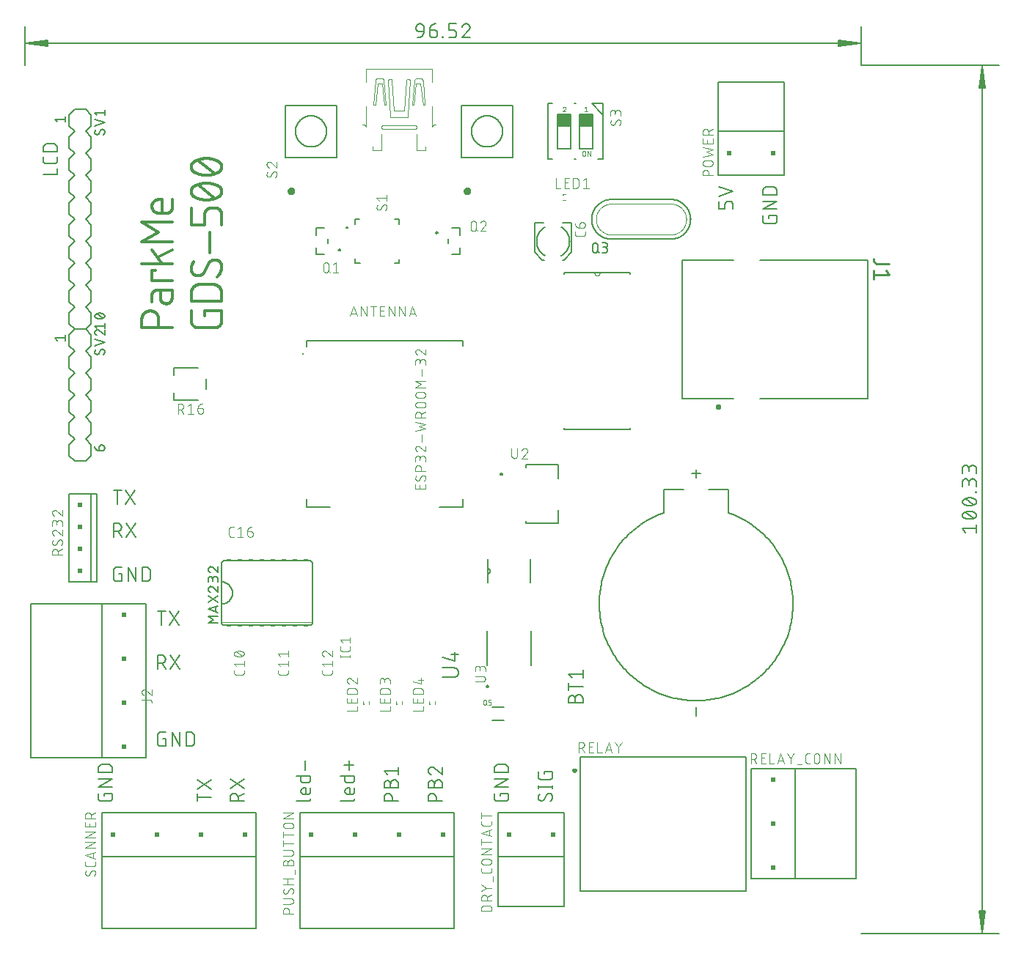
<source format=gbr>
G04 EAGLE Gerber RS-274X export*
G75*
%MOMM*%
%FSLAX34Y34*%
%LPD*%
%INSilkscreen Top*%
%IPPOS*%
%AMOC8*
5,1,8,0,0,1.08239X$1,22.5*%
G01*
%ADD10C,0.304800*%
%ADD11C,0.152400*%
%ADD12C,0.130000*%
%ADD13C,0.127000*%
%ADD14C,0.101600*%
%ADD15C,0.203200*%
%ADD16C,0.300000*%
%ADD17C,0.254000*%
%ADD18R,0.508000X0.508000*%
%ADD19R,0.250000X0.225000*%
%ADD20C,0.050800*%
%ADD21R,0.508000X0.127000*%
%ADD22C,0.200000*%
%ADD23C,0.400000*%
%ADD24C,0.184388*%
%ADD25C,0.000000*%
%ADD26R,0.225000X0.250000*%
%ADD27R,1.500000X1.500000*%


D10*
X169926Y700024D02*
X134874Y700024D01*
X134874Y709761D01*
X134877Y709998D01*
X134886Y710235D01*
X134900Y710472D01*
X134920Y710708D01*
X134946Y710944D01*
X134978Y711179D01*
X135015Y711413D01*
X135058Y711646D01*
X135107Y711878D01*
X135161Y712109D01*
X135221Y712338D01*
X135287Y712566D01*
X135358Y712792D01*
X135434Y713017D01*
X135516Y713239D01*
X135604Y713460D01*
X135697Y713678D01*
X135795Y713894D01*
X135898Y714107D01*
X136006Y714318D01*
X136120Y714526D01*
X136238Y714732D01*
X136362Y714934D01*
X136490Y715134D01*
X136624Y715330D01*
X136762Y715523D01*
X136904Y715712D01*
X137051Y715898D01*
X137203Y716080D01*
X137359Y716259D01*
X137520Y716433D01*
X137684Y716604D01*
X137853Y716771D01*
X138025Y716933D01*
X138202Y717091D01*
X138383Y717245D01*
X138567Y717395D01*
X138754Y717540D01*
X138945Y717680D01*
X139140Y717816D01*
X139338Y717946D01*
X139539Y718072D01*
X139743Y718193D01*
X139949Y718310D01*
X140159Y718421D01*
X140371Y718526D01*
X140586Y718627D01*
X140803Y718722D01*
X141022Y718812D01*
X141244Y718897D01*
X141467Y718976D01*
X141692Y719050D01*
X141920Y719119D01*
X142148Y719181D01*
X142378Y719239D01*
X142610Y719290D01*
X142842Y719336D01*
X143076Y719376D01*
X143311Y719411D01*
X143546Y719440D01*
X143782Y719463D01*
X144019Y719480D01*
X144255Y719492D01*
X144492Y719497D01*
X144730Y719497D01*
X144967Y719492D01*
X145203Y719480D01*
X145440Y719463D01*
X145676Y719440D01*
X145911Y719411D01*
X146146Y719376D01*
X146380Y719336D01*
X146612Y719290D01*
X146844Y719239D01*
X147074Y719181D01*
X147302Y719119D01*
X147530Y719050D01*
X147755Y718976D01*
X147978Y718897D01*
X148200Y718812D01*
X148419Y718722D01*
X148636Y718627D01*
X148851Y718526D01*
X149063Y718421D01*
X149273Y718310D01*
X149480Y718193D01*
X149683Y718072D01*
X149884Y717946D01*
X150082Y717816D01*
X150277Y717680D01*
X150468Y717540D01*
X150655Y717395D01*
X150839Y717245D01*
X151020Y717091D01*
X151197Y716933D01*
X151369Y716771D01*
X151538Y716604D01*
X151702Y716433D01*
X151863Y716259D01*
X152019Y716080D01*
X152171Y715898D01*
X152318Y715712D01*
X152460Y715523D01*
X152598Y715330D01*
X152732Y715134D01*
X152860Y714934D01*
X152984Y714732D01*
X153102Y714526D01*
X153216Y714318D01*
X153324Y714107D01*
X153427Y713894D01*
X153525Y713678D01*
X153618Y713460D01*
X153706Y713239D01*
X153788Y713017D01*
X153864Y712792D01*
X153935Y712566D01*
X154001Y712338D01*
X154061Y712109D01*
X154115Y711878D01*
X154164Y711646D01*
X154207Y711413D01*
X154244Y711179D01*
X154276Y710944D01*
X154302Y710708D01*
X154322Y710472D01*
X154336Y710235D01*
X154345Y709998D01*
X154348Y709761D01*
X154347Y709761D02*
X154347Y700024D01*
X156295Y734599D02*
X156295Y743362D01*
X156294Y734599D02*
X156296Y734433D01*
X156302Y734267D01*
X156312Y734101D01*
X156326Y733936D01*
X156344Y733771D01*
X156367Y733607D01*
X156393Y733443D01*
X156423Y733279D01*
X156457Y733117D01*
X156495Y732955D01*
X156537Y732795D01*
X156583Y732635D01*
X156633Y732477D01*
X156686Y732320D01*
X156744Y732164D01*
X156805Y732010D01*
X156870Y731857D01*
X156938Y731706D01*
X157011Y731556D01*
X157087Y731409D01*
X157166Y731263D01*
X157249Y731119D01*
X157336Y730978D01*
X157425Y730838D01*
X157519Y730701D01*
X157615Y730566D01*
X157715Y730433D01*
X157818Y730303D01*
X157924Y730176D01*
X158034Y730051D01*
X158146Y729928D01*
X158261Y729809D01*
X158379Y729692D01*
X158500Y729578D01*
X158624Y729468D01*
X158750Y729360D01*
X158879Y729255D01*
X159010Y729154D01*
X159144Y729056D01*
X159280Y728961D01*
X159419Y728869D01*
X159559Y728781D01*
X159702Y728696D01*
X159847Y728615D01*
X159993Y728537D01*
X160142Y728463D01*
X160292Y728393D01*
X160444Y728326D01*
X160598Y728263D01*
X160753Y728204D01*
X160909Y728148D01*
X161067Y728096D01*
X161226Y728049D01*
X161386Y728005D01*
X161547Y727965D01*
X161709Y727929D01*
X161872Y727896D01*
X162036Y727868D01*
X162200Y727844D01*
X162365Y727824D01*
X162530Y727808D01*
X162695Y727796D01*
X162861Y727788D01*
X163027Y727784D01*
X163193Y727784D01*
X163359Y727788D01*
X163525Y727796D01*
X163690Y727808D01*
X163855Y727824D01*
X164020Y727844D01*
X164184Y727868D01*
X164348Y727896D01*
X164511Y727929D01*
X164673Y727965D01*
X164834Y728005D01*
X164994Y728049D01*
X165153Y728096D01*
X165311Y728148D01*
X165467Y728204D01*
X165622Y728263D01*
X165776Y728326D01*
X165928Y728393D01*
X166078Y728463D01*
X166227Y728537D01*
X166373Y728615D01*
X166518Y728696D01*
X166661Y728781D01*
X166801Y728869D01*
X166940Y728961D01*
X167076Y729056D01*
X167210Y729154D01*
X167341Y729255D01*
X167470Y729360D01*
X167596Y729468D01*
X167720Y729578D01*
X167841Y729692D01*
X167959Y729809D01*
X168074Y729928D01*
X168186Y730051D01*
X168296Y730176D01*
X168402Y730303D01*
X168505Y730433D01*
X168605Y730566D01*
X168701Y730701D01*
X168795Y730838D01*
X168884Y730978D01*
X168971Y731119D01*
X169054Y731263D01*
X169133Y731409D01*
X169209Y731556D01*
X169282Y731706D01*
X169350Y731857D01*
X169415Y732010D01*
X169476Y732164D01*
X169534Y732320D01*
X169587Y732477D01*
X169637Y732635D01*
X169683Y732795D01*
X169725Y732955D01*
X169763Y733117D01*
X169797Y733279D01*
X169827Y733443D01*
X169853Y733607D01*
X169876Y733771D01*
X169894Y733936D01*
X169908Y734101D01*
X169918Y734267D01*
X169924Y734433D01*
X169926Y734599D01*
X169926Y743362D01*
X152400Y743362D01*
X152250Y743360D01*
X152099Y743354D01*
X151949Y743345D01*
X151799Y743331D01*
X151650Y743314D01*
X151501Y743292D01*
X151353Y743267D01*
X151205Y743238D01*
X151058Y743206D01*
X150912Y743169D01*
X150767Y743129D01*
X150623Y743085D01*
X150481Y743038D01*
X150339Y742986D01*
X150199Y742932D01*
X150061Y742873D01*
X149923Y742811D01*
X149788Y742746D01*
X149654Y742677D01*
X149523Y742604D01*
X149393Y742528D01*
X149265Y742449D01*
X149139Y742367D01*
X149015Y742281D01*
X148894Y742193D01*
X148774Y742101D01*
X148658Y742006D01*
X148543Y741908D01*
X148432Y741807D01*
X148323Y741704D01*
X148216Y741597D01*
X148113Y741488D01*
X148012Y741377D01*
X147914Y741262D01*
X147819Y741146D01*
X147727Y741026D01*
X147639Y740905D01*
X147553Y740781D01*
X147471Y740655D01*
X147392Y740527D01*
X147316Y740397D01*
X147243Y740266D01*
X147174Y740132D01*
X147109Y739997D01*
X147047Y739859D01*
X146988Y739721D01*
X146934Y739581D01*
X146882Y739439D01*
X146835Y739297D01*
X146791Y739153D01*
X146751Y739008D01*
X146714Y738862D01*
X146682Y738715D01*
X146653Y738567D01*
X146628Y738419D01*
X146606Y738270D01*
X146589Y738121D01*
X146575Y737971D01*
X146566Y737821D01*
X146560Y737670D01*
X146558Y737520D01*
X146558Y729731D01*
X146558Y754395D02*
X169926Y754395D01*
X146558Y754395D02*
X146558Y766079D01*
X150453Y766079D01*
X134874Y774375D02*
X169926Y774375D01*
X158242Y774375D02*
X146558Y789954D01*
X153374Y781191D02*
X169926Y789954D01*
X169926Y799112D02*
X134874Y799112D01*
X154347Y810796D01*
X134874Y822480D01*
X169926Y822480D01*
X169926Y838376D02*
X169926Y848113D01*
X169926Y838376D02*
X169924Y838226D01*
X169918Y838075D01*
X169909Y837925D01*
X169895Y837775D01*
X169878Y837626D01*
X169856Y837477D01*
X169831Y837329D01*
X169802Y837181D01*
X169770Y837034D01*
X169733Y836888D01*
X169693Y836743D01*
X169649Y836599D01*
X169602Y836457D01*
X169550Y836315D01*
X169496Y836175D01*
X169437Y836037D01*
X169375Y835899D01*
X169310Y835764D01*
X169241Y835630D01*
X169168Y835499D01*
X169092Y835369D01*
X169013Y835241D01*
X168931Y835115D01*
X168845Y834991D01*
X168757Y834870D01*
X168665Y834750D01*
X168570Y834634D01*
X168472Y834519D01*
X168371Y834408D01*
X168268Y834299D01*
X168161Y834192D01*
X168052Y834089D01*
X167941Y833988D01*
X167826Y833890D01*
X167710Y833795D01*
X167590Y833703D01*
X167469Y833615D01*
X167345Y833529D01*
X167219Y833447D01*
X167091Y833368D01*
X166961Y833292D01*
X166830Y833219D01*
X166696Y833150D01*
X166561Y833085D01*
X166423Y833023D01*
X166285Y832964D01*
X166145Y832910D01*
X166003Y832858D01*
X165861Y832811D01*
X165717Y832767D01*
X165572Y832727D01*
X165426Y832690D01*
X165279Y832658D01*
X165131Y832629D01*
X164983Y832604D01*
X164834Y832582D01*
X164685Y832565D01*
X164535Y832551D01*
X164385Y832542D01*
X164234Y832536D01*
X164084Y832534D01*
X154347Y832534D01*
X154347Y832535D02*
X154157Y832537D01*
X153968Y832544D01*
X153778Y832556D01*
X153589Y832572D01*
X153401Y832593D01*
X153213Y832618D01*
X153026Y832648D01*
X152839Y832682D01*
X152653Y832721D01*
X152469Y832765D01*
X152285Y832813D01*
X152103Y832865D01*
X151922Y832922D01*
X151743Y832983D01*
X151565Y833049D01*
X151388Y833119D01*
X151214Y833193D01*
X151041Y833271D01*
X150870Y833354D01*
X150701Y833441D01*
X150535Y833532D01*
X150371Y833626D01*
X150209Y833725D01*
X150049Y833828D01*
X149892Y833935D01*
X149738Y834045D01*
X149587Y834159D01*
X149438Y834277D01*
X149292Y834398D01*
X149149Y834523D01*
X149010Y834651D01*
X148873Y834783D01*
X148740Y834918D01*
X148610Y835056D01*
X148483Y835197D01*
X148360Y835342D01*
X148240Y835489D01*
X148125Y835639D01*
X148012Y835792D01*
X147904Y835948D01*
X147799Y836106D01*
X147698Y836266D01*
X147602Y836430D01*
X147509Y836595D01*
X147420Y836763D01*
X147335Y836932D01*
X147255Y837104D01*
X147178Y837278D01*
X147106Y837453D01*
X147039Y837630D01*
X146975Y837809D01*
X146916Y837989D01*
X146861Y838171D01*
X146811Y838354D01*
X146766Y838538D01*
X146724Y838723D01*
X146688Y838909D01*
X146655Y839096D01*
X146628Y839284D01*
X146605Y839472D01*
X146586Y839661D01*
X146572Y839850D01*
X146563Y840040D01*
X146559Y840229D01*
X146559Y840419D01*
X146563Y840608D01*
X146572Y840798D01*
X146586Y840987D01*
X146605Y841176D01*
X146628Y841364D01*
X146655Y841552D01*
X146688Y841739D01*
X146724Y841925D01*
X146766Y842110D01*
X146811Y842294D01*
X146861Y842477D01*
X146916Y842659D01*
X146975Y842839D01*
X147039Y843018D01*
X147106Y843195D01*
X147178Y843370D01*
X147255Y843544D01*
X147335Y843716D01*
X147420Y843885D01*
X147509Y844053D01*
X147602Y844219D01*
X147698Y844382D01*
X147799Y844542D01*
X147904Y844700D01*
X148012Y844856D01*
X148125Y845009D01*
X148240Y845159D01*
X148360Y845306D01*
X148483Y845451D01*
X148610Y845592D01*
X148740Y845730D01*
X148873Y845865D01*
X149010Y845997D01*
X149149Y846125D01*
X149292Y846250D01*
X149438Y846371D01*
X149587Y846489D01*
X149738Y846603D01*
X149892Y846713D01*
X150049Y846820D01*
X150209Y846923D01*
X150371Y847022D01*
X150535Y847116D01*
X150701Y847207D01*
X150870Y847294D01*
X151041Y847377D01*
X151214Y847455D01*
X151388Y847529D01*
X151565Y847599D01*
X151743Y847665D01*
X151922Y847726D01*
X152103Y847783D01*
X152285Y847835D01*
X152469Y847883D01*
X152653Y847927D01*
X152839Y847966D01*
X153026Y848000D01*
X153213Y848030D01*
X153401Y848055D01*
X153589Y848076D01*
X153778Y848092D01*
X153968Y848104D01*
X154157Y848111D01*
X154347Y848113D01*
X158242Y848113D01*
X158242Y832534D01*
X207603Y719497D02*
X207603Y713655D01*
X207603Y719497D02*
X227076Y719497D01*
X227076Y707813D01*
X227074Y707625D01*
X227067Y707437D01*
X227056Y707249D01*
X227040Y707061D01*
X227019Y706874D01*
X226994Y706688D01*
X226965Y706502D01*
X226931Y706317D01*
X226892Y706132D01*
X226850Y705949D01*
X226802Y705767D01*
X226751Y705586D01*
X226695Y705406D01*
X226634Y705228D01*
X226570Y705051D01*
X226501Y704876D01*
X226428Y704702D01*
X226351Y704531D01*
X226269Y704361D01*
X226184Y704193D01*
X226094Y704028D01*
X226001Y703864D01*
X225904Y703703D01*
X225802Y703545D01*
X225697Y703388D01*
X225588Y703235D01*
X225476Y703084D01*
X225360Y702936D01*
X225240Y702790D01*
X225117Y702648D01*
X224991Y702509D01*
X224861Y702372D01*
X224728Y702239D01*
X224591Y702109D01*
X224452Y701983D01*
X224310Y701860D01*
X224164Y701740D01*
X224016Y701624D01*
X223865Y701512D01*
X223712Y701403D01*
X223555Y701298D01*
X223397Y701196D01*
X223236Y701099D01*
X223072Y701006D01*
X222907Y700916D01*
X222739Y700831D01*
X222569Y700749D01*
X222398Y700672D01*
X222224Y700599D01*
X222049Y700530D01*
X221872Y700466D01*
X221694Y700405D01*
X221514Y700349D01*
X221333Y700298D01*
X221151Y700250D01*
X220968Y700208D01*
X220783Y700169D01*
X220598Y700135D01*
X220412Y700106D01*
X220226Y700081D01*
X220039Y700060D01*
X219851Y700044D01*
X219663Y700033D01*
X219475Y700026D01*
X219287Y700024D01*
X199813Y700024D01*
X199622Y700026D01*
X199431Y700033D01*
X199240Y700045D01*
X199050Y700062D01*
X198860Y700083D01*
X198670Y700108D01*
X198481Y700139D01*
X198293Y700174D01*
X198106Y700213D01*
X197920Y700257D01*
X197736Y700306D01*
X197552Y700359D01*
X197370Y700417D01*
X197189Y700479D01*
X197010Y700546D01*
X196832Y700617D01*
X196657Y700692D01*
X196483Y700772D01*
X196311Y700856D01*
X196141Y700944D01*
X195974Y701036D01*
X195809Y701132D01*
X195646Y701232D01*
X195486Y701337D01*
X195328Y701445D01*
X195173Y701557D01*
X195021Y701673D01*
X194872Y701792D01*
X194725Y701915D01*
X194582Y702042D01*
X194442Y702172D01*
X194305Y702305D01*
X194172Y702442D01*
X194042Y702582D01*
X193915Y702725D01*
X193792Y702872D01*
X193673Y703021D01*
X193557Y703173D01*
X193445Y703328D01*
X193337Y703486D01*
X193232Y703646D01*
X193132Y703809D01*
X193036Y703974D01*
X192944Y704141D01*
X192856Y704311D01*
X192772Y704483D01*
X192692Y704657D01*
X192617Y704832D01*
X192546Y705010D01*
X192479Y705189D01*
X192417Y705370D01*
X192359Y705552D01*
X192306Y705736D01*
X192257Y705920D01*
X192213Y706106D01*
X192174Y706293D01*
X192139Y706481D01*
X192108Y706670D01*
X192083Y706859D01*
X192062Y707049D01*
X192045Y707240D01*
X192033Y707431D01*
X192026Y707622D01*
X192024Y707813D01*
X192024Y719497D01*
X192024Y730504D02*
X227076Y730504D01*
X192024Y730504D02*
X192024Y740241D01*
X192027Y740476D01*
X192035Y740711D01*
X192050Y740946D01*
X192069Y741181D01*
X192095Y741415D01*
X192126Y741648D01*
X192163Y741880D01*
X192205Y742112D01*
X192253Y742342D01*
X192307Y742571D01*
X192366Y742799D01*
X192431Y743025D01*
X192501Y743250D01*
X192576Y743473D01*
X192657Y743694D01*
X192743Y743913D01*
X192834Y744130D01*
X192931Y744344D01*
X193032Y744556D01*
X193139Y744766D01*
X193251Y744973D01*
X193368Y745177D01*
X193490Y745379D01*
X193616Y745577D01*
X193748Y745772D01*
X193884Y745964D01*
X194024Y746153D01*
X194169Y746338D01*
X194319Y746520D01*
X194473Y746698D01*
X194631Y746872D01*
X194793Y747042D01*
X194960Y747209D01*
X195130Y747371D01*
X195304Y747529D01*
X195482Y747683D01*
X195664Y747833D01*
X195849Y747978D01*
X196038Y748118D01*
X196230Y748254D01*
X196425Y748386D01*
X196623Y748512D01*
X196825Y748634D01*
X197029Y748751D01*
X197236Y748863D01*
X197446Y748970D01*
X197658Y749071D01*
X197872Y749168D01*
X198089Y749259D01*
X198308Y749345D01*
X198529Y749426D01*
X198752Y749501D01*
X198977Y749571D01*
X199203Y749636D01*
X199431Y749695D01*
X199660Y749749D01*
X199890Y749797D01*
X200122Y749839D01*
X200354Y749876D01*
X200587Y749907D01*
X200821Y749933D01*
X201056Y749952D01*
X201291Y749967D01*
X201526Y749975D01*
X201761Y749978D01*
X201761Y749977D02*
X217339Y749977D01*
X217339Y749978D02*
X217574Y749975D01*
X217809Y749967D01*
X218044Y749952D01*
X218279Y749933D01*
X218513Y749907D01*
X218746Y749876D01*
X218978Y749839D01*
X219210Y749797D01*
X219440Y749749D01*
X219669Y749695D01*
X219897Y749636D01*
X220123Y749571D01*
X220348Y749501D01*
X220571Y749426D01*
X220792Y749345D01*
X221011Y749259D01*
X221228Y749168D01*
X221442Y749071D01*
X221654Y748970D01*
X221864Y748863D01*
X222071Y748751D01*
X222275Y748634D01*
X222477Y748512D01*
X222675Y748386D01*
X222870Y748254D01*
X223062Y748118D01*
X223251Y747978D01*
X223436Y747833D01*
X223618Y747683D01*
X223796Y747529D01*
X223970Y747371D01*
X224140Y747209D01*
X224307Y747042D01*
X224469Y746872D01*
X224627Y746698D01*
X224781Y746520D01*
X224931Y746338D01*
X225076Y746153D01*
X225216Y745964D01*
X225352Y745772D01*
X225484Y745577D01*
X225610Y745379D01*
X225732Y745177D01*
X225849Y744973D01*
X225961Y744766D01*
X226068Y744556D01*
X226169Y744344D01*
X226266Y744130D01*
X226357Y743913D01*
X226443Y743694D01*
X226524Y743473D01*
X226599Y743250D01*
X226669Y743025D01*
X226734Y742799D01*
X226793Y742571D01*
X226847Y742342D01*
X226895Y742112D01*
X226937Y741880D01*
X226974Y741648D01*
X227005Y741415D01*
X227031Y741181D01*
X227050Y740946D01*
X227065Y740711D01*
X227073Y740476D01*
X227076Y740241D01*
X227076Y730504D01*
X227076Y770763D02*
X227074Y770951D01*
X227067Y771139D01*
X227056Y771327D01*
X227040Y771515D01*
X227019Y771702D01*
X226994Y771888D01*
X226965Y772074D01*
X226931Y772259D01*
X226892Y772444D01*
X226850Y772627D01*
X226802Y772809D01*
X226751Y772990D01*
X226695Y773170D01*
X226634Y773348D01*
X226570Y773525D01*
X226501Y773700D01*
X226428Y773874D01*
X226351Y774045D01*
X226269Y774215D01*
X226184Y774383D01*
X226094Y774548D01*
X226001Y774712D01*
X225904Y774873D01*
X225802Y775031D01*
X225697Y775188D01*
X225588Y775341D01*
X225476Y775492D01*
X225360Y775640D01*
X225240Y775786D01*
X225117Y775928D01*
X224991Y776067D01*
X224861Y776204D01*
X224728Y776337D01*
X224591Y776467D01*
X224452Y776593D01*
X224310Y776716D01*
X224164Y776836D01*
X224016Y776952D01*
X223865Y777064D01*
X223712Y777173D01*
X223555Y777278D01*
X223397Y777380D01*
X223236Y777477D01*
X223072Y777570D01*
X222907Y777660D01*
X222739Y777745D01*
X222569Y777827D01*
X222398Y777904D01*
X222224Y777977D01*
X222049Y778046D01*
X221872Y778110D01*
X221694Y778171D01*
X221514Y778227D01*
X221333Y778278D01*
X221151Y778326D01*
X220968Y778368D01*
X220783Y778407D01*
X220598Y778441D01*
X220412Y778470D01*
X220226Y778495D01*
X220039Y778516D01*
X219851Y778532D01*
X219663Y778543D01*
X219475Y778550D01*
X219287Y778552D01*
X227076Y770763D02*
X227071Y770369D01*
X227057Y769976D01*
X227034Y769583D01*
X227001Y769191D01*
X226958Y768799D01*
X226907Y768409D01*
X226846Y768020D01*
X226775Y767632D01*
X226696Y767247D01*
X226607Y766863D01*
X226509Y766482D01*
X226402Y766103D01*
X226286Y765727D01*
X226161Y765354D01*
X226028Y764983D01*
X225885Y764616D01*
X225733Y764253D01*
X225573Y763893D01*
X225405Y763537D01*
X225228Y763186D01*
X225042Y762839D01*
X224848Y762496D01*
X224647Y762158D01*
X224437Y761825D01*
X224219Y761497D01*
X223993Y761174D01*
X223760Y760857D01*
X223519Y760545D01*
X223271Y760240D01*
X223016Y759940D01*
X222753Y759647D01*
X222484Y759360D01*
X222208Y759079D01*
X199813Y760053D02*
X199625Y760055D01*
X199437Y760062D01*
X199249Y760073D01*
X199061Y760089D01*
X198874Y760110D01*
X198688Y760135D01*
X198502Y760164D01*
X198317Y760198D01*
X198132Y760237D01*
X197949Y760279D01*
X197767Y760327D01*
X197586Y760378D01*
X197406Y760434D01*
X197228Y760495D01*
X197051Y760559D01*
X196876Y760628D01*
X196702Y760701D01*
X196531Y760778D01*
X196361Y760860D01*
X196193Y760945D01*
X196028Y761035D01*
X195864Y761128D01*
X195703Y761225D01*
X195545Y761327D01*
X195388Y761432D01*
X195235Y761541D01*
X195084Y761653D01*
X194936Y761769D01*
X194790Y761889D01*
X194648Y762012D01*
X194509Y762138D01*
X194372Y762268D01*
X194239Y762401D01*
X194109Y762538D01*
X193983Y762677D01*
X193860Y762819D01*
X193740Y762965D01*
X193624Y763113D01*
X193512Y763264D01*
X193403Y763417D01*
X193298Y763574D01*
X193196Y763732D01*
X193099Y763893D01*
X193006Y764057D01*
X192916Y764222D01*
X192831Y764390D01*
X192749Y764560D01*
X192672Y764731D01*
X192599Y764905D01*
X192530Y765080D01*
X192466Y765257D01*
X192405Y765435D01*
X192349Y765615D01*
X192298Y765796D01*
X192250Y765978D01*
X192208Y766161D01*
X192169Y766346D01*
X192135Y766531D01*
X192106Y766717D01*
X192081Y766903D01*
X192060Y767090D01*
X192044Y767278D01*
X192033Y767466D01*
X192026Y767654D01*
X192024Y767842D01*
X192028Y768190D01*
X192041Y768538D01*
X192061Y768885D01*
X192090Y769232D01*
X192128Y769578D01*
X192173Y769923D01*
X192227Y770267D01*
X192289Y770610D01*
X192359Y770951D01*
X192437Y771290D01*
X192523Y771627D01*
X192617Y771962D01*
X192719Y772295D01*
X192830Y772625D01*
X192947Y772953D01*
X193073Y773277D01*
X193206Y773599D01*
X193347Y773917D01*
X193496Y774232D01*
X193652Y774543D01*
X193815Y774850D01*
X193986Y775154D01*
X194164Y775453D01*
X194349Y775748D01*
X194541Y776038D01*
X194739Y776324D01*
X194945Y776605D01*
X206629Y763948D02*
X206530Y763784D01*
X206427Y763623D01*
X206320Y763465D01*
X206210Y763309D01*
X206095Y763156D01*
X205977Y763006D01*
X205856Y762858D01*
X205731Y762714D01*
X205602Y762573D01*
X205471Y762434D01*
X205335Y762299D01*
X205197Y762168D01*
X205055Y762039D01*
X204911Y761915D01*
X204763Y761793D01*
X204613Y761676D01*
X204460Y761561D01*
X204304Y761451D01*
X204145Y761345D01*
X203984Y761242D01*
X203821Y761143D01*
X203655Y761048D01*
X203487Y760958D01*
X203316Y760871D01*
X203144Y760789D01*
X202970Y760710D01*
X202794Y760636D01*
X202616Y760566D01*
X202437Y760501D01*
X202256Y760440D01*
X202073Y760383D01*
X201890Y760330D01*
X201705Y760283D01*
X201519Y760239D01*
X201332Y760200D01*
X201144Y760166D01*
X200955Y760136D01*
X200766Y760111D01*
X200576Y760090D01*
X200386Y760074D01*
X200195Y760062D01*
X200004Y760055D01*
X199813Y760053D01*
X212471Y774657D02*
X212570Y774821D01*
X212673Y774982D01*
X212780Y775140D01*
X212890Y775296D01*
X213005Y775449D01*
X213123Y775599D01*
X213244Y775747D01*
X213369Y775891D01*
X213498Y776032D01*
X213630Y776171D01*
X213765Y776306D01*
X213903Y776437D01*
X214045Y776566D01*
X214189Y776690D01*
X214337Y776812D01*
X214487Y776929D01*
X214640Y777044D01*
X214796Y777154D01*
X214955Y777260D01*
X215116Y777363D01*
X215279Y777462D01*
X215445Y777557D01*
X215613Y777647D01*
X215784Y777734D01*
X215956Y777816D01*
X216130Y777895D01*
X216306Y777969D01*
X216484Y778039D01*
X216663Y778104D01*
X216844Y778165D01*
X217027Y778222D01*
X217210Y778275D01*
X217395Y778322D01*
X217581Y778366D01*
X217768Y778405D01*
X217956Y778439D01*
X218145Y778469D01*
X218334Y778494D01*
X218524Y778515D01*
X218714Y778531D01*
X218905Y778543D01*
X219096Y778550D01*
X219287Y778552D01*
X212471Y774658D02*
X206629Y763947D01*
X213445Y786659D02*
X213445Y810027D01*
X227076Y819087D02*
X227076Y830771D01*
X227074Y830959D01*
X227067Y831147D01*
X227056Y831335D01*
X227040Y831523D01*
X227019Y831710D01*
X226994Y831896D01*
X226965Y832082D01*
X226931Y832267D01*
X226892Y832452D01*
X226850Y832635D01*
X226802Y832817D01*
X226751Y832998D01*
X226695Y833178D01*
X226634Y833356D01*
X226570Y833533D01*
X226501Y833708D01*
X226428Y833882D01*
X226351Y834053D01*
X226269Y834223D01*
X226184Y834391D01*
X226094Y834556D01*
X226001Y834720D01*
X225904Y834881D01*
X225802Y835039D01*
X225697Y835196D01*
X225588Y835349D01*
X225476Y835500D01*
X225360Y835648D01*
X225240Y835794D01*
X225117Y835936D01*
X224991Y836075D01*
X224861Y836212D01*
X224728Y836345D01*
X224591Y836475D01*
X224452Y836601D01*
X224310Y836724D01*
X224164Y836844D01*
X224016Y836960D01*
X223865Y837072D01*
X223712Y837181D01*
X223555Y837286D01*
X223397Y837388D01*
X223236Y837485D01*
X223072Y837578D01*
X222907Y837668D01*
X222739Y837753D01*
X222569Y837835D01*
X222398Y837912D01*
X222224Y837985D01*
X222049Y838054D01*
X221872Y838118D01*
X221694Y838179D01*
X221514Y838235D01*
X221333Y838286D01*
X221151Y838334D01*
X220968Y838376D01*
X220783Y838415D01*
X220598Y838449D01*
X220412Y838478D01*
X220226Y838503D01*
X220039Y838524D01*
X219851Y838540D01*
X219663Y838551D01*
X219475Y838558D01*
X219287Y838560D01*
X215392Y838560D01*
X215204Y838558D01*
X215016Y838551D01*
X214828Y838540D01*
X214640Y838524D01*
X214453Y838503D01*
X214267Y838478D01*
X214081Y838449D01*
X213896Y838415D01*
X213711Y838376D01*
X213528Y838334D01*
X213346Y838286D01*
X213165Y838235D01*
X212985Y838179D01*
X212807Y838118D01*
X212630Y838054D01*
X212455Y837985D01*
X212281Y837912D01*
X212110Y837835D01*
X211940Y837753D01*
X211772Y837668D01*
X211607Y837578D01*
X211443Y837485D01*
X211282Y837388D01*
X211124Y837286D01*
X210967Y837181D01*
X210814Y837072D01*
X210663Y836960D01*
X210515Y836844D01*
X210369Y836724D01*
X210227Y836601D01*
X210088Y836475D01*
X209951Y836345D01*
X209818Y836212D01*
X209688Y836075D01*
X209562Y835936D01*
X209439Y835794D01*
X209319Y835648D01*
X209203Y835500D01*
X209091Y835349D01*
X208982Y835196D01*
X208877Y835039D01*
X208775Y834881D01*
X208678Y834720D01*
X208585Y834556D01*
X208495Y834391D01*
X208410Y834223D01*
X208328Y834053D01*
X208251Y833882D01*
X208178Y833708D01*
X208109Y833533D01*
X208045Y833356D01*
X207984Y833178D01*
X207928Y832998D01*
X207877Y832817D01*
X207829Y832635D01*
X207787Y832452D01*
X207748Y832267D01*
X207714Y832082D01*
X207685Y831896D01*
X207660Y831710D01*
X207639Y831523D01*
X207623Y831335D01*
X207612Y831147D01*
X207605Y830959D01*
X207603Y830771D01*
X207603Y819087D01*
X192024Y819087D01*
X192024Y838560D01*
X196893Y850583D02*
X197516Y850288D01*
X198146Y850008D01*
X198783Y849744D01*
X199426Y849494D01*
X200075Y849260D01*
X200729Y849042D01*
X201388Y848839D01*
X202051Y848652D01*
X202719Y848481D01*
X203391Y848326D01*
X204067Y848187D01*
X204745Y848064D01*
X205427Y847958D01*
X206110Y847868D01*
X206796Y847794D01*
X207483Y847736D01*
X208171Y847695D01*
X208860Y847670D01*
X209550Y847662D01*
X196892Y850582D02*
X196727Y850641D01*
X196564Y850704D01*
X196402Y850771D01*
X196241Y850842D01*
X196083Y850916D01*
X195926Y850995D01*
X195771Y851077D01*
X195618Y851163D01*
X195468Y851253D01*
X195320Y851346D01*
X195174Y851443D01*
X195030Y851543D01*
X194889Y851647D01*
X194750Y851754D01*
X194614Y851865D01*
X194481Y851979D01*
X194351Y852096D01*
X194223Y852216D01*
X194099Y852339D01*
X193977Y852466D01*
X193859Y852595D01*
X193743Y852727D01*
X193631Y852862D01*
X193523Y852999D01*
X193417Y853139D01*
X193316Y853282D01*
X193217Y853427D01*
X193122Y853574D01*
X193031Y853724D01*
X192944Y853876D01*
X192860Y854030D01*
X192780Y854185D01*
X192704Y854343D01*
X192631Y854503D01*
X192563Y854664D01*
X192498Y854827D01*
X192438Y854992D01*
X192381Y855158D01*
X192329Y855325D01*
X192280Y855493D01*
X192236Y855663D01*
X192196Y855833D01*
X192160Y856005D01*
X192128Y856177D01*
X192101Y856350D01*
X192077Y856524D01*
X192058Y856698D01*
X192043Y856873D01*
X192033Y857048D01*
X192026Y857223D01*
X192024Y857398D01*
X192026Y857573D01*
X192033Y857748D01*
X192043Y857923D01*
X192058Y858098D01*
X192077Y858272D01*
X192101Y858446D01*
X192128Y858619D01*
X192160Y858791D01*
X192196Y858963D01*
X192236Y859133D01*
X192280Y859303D01*
X192329Y859471D01*
X192381Y859639D01*
X192438Y859804D01*
X192498Y859969D01*
X192563Y860132D01*
X192631Y860293D01*
X192704Y860453D01*
X192780Y860611D01*
X192860Y860766D01*
X192944Y860920D01*
X193031Y861072D01*
X193122Y861222D01*
X193217Y861369D01*
X193316Y861514D01*
X193417Y861657D01*
X193523Y861797D01*
X193631Y861934D01*
X193743Y862069D01*
X193859Y862201D01*
X193977Y862330D01*
X194099Y862457D01*
X194223Y862580D01*
X194351Y862700D01*
X194481Y862817D01*
X194614Y862931D01*
X194750Y863042D01*
X194889Y863149D01*
X195030Y863253D01*
X195174Y863353D01*
X195320Y863450D01*
X195468Y863543D01*
X195619Y863633D01*
X195771Y863719D01*
X195926Y863801D01*
X196083Y863880D01*
X196241Y863954D01*
X196402Y864025D01*
X196564Y864092D01*
X196727Y864155D01*
X196892Y864214D01*
X196893Y864213D02*
X197516Y864508D01*
X198146Y864788D01*
X198783Y865052D01*
X199426Y865302D01*
X200075Y865536D01*
X200729Y865754D01*
X201388Y865957D01*
X202051Y866144D01*
X202719Y866315D01*
X203391Y866470D01*
X204067Y866609D01*
X204745Y866732D01*
X205427Y866838D01*
X206110Y866928D01*
X206796Y867002D01*
X207483Y867060D01*
X208171Y867101D01*
X208860Y867126D01*
X209550Y867134D01*
X209550Y847661D02*
X210240Y847669D01*
X210929Y847694D01*
X211617Y847735D01*
X212304Y847793D01*
X212990Y847867D01*
X213674Y847957D01*
X214355Y848063D01*
X215033Y848186D01*
X215709Y848325D01*
X216381Y848480D01*
X217049Y848651D01*
X217713Y848838D01*
X218372Y849041D01*
X219026Y849259D01*
X219674Y849493D01*
X220317Y849743D01*
X220954Y850007D01*
X221584Y850287D01*
X222208Y850582D01*
X222373Y850641D01*
X222536Y850704D01*
X222698Y850771D01*
X222859Y850842D01*
X223017Y850916D01*
X223174Y850995D01*
X223329Y851077D01*
X223482Y851163D01*
X223632Y851253D01*
X223780Y851346D01*
X223927Y851443D01*
X224070Y851543D01*
X224211Y851647D01*
X224350Y851754D01*
X224486Y851865D01*
X224619Y851979D01*
X224749Y852096D01*
X224877Y852216D01*
X225001Y852339D01*
X225123Y852466D01*
X225241Y852595D01*
X225357Y852727D01*
X225469Y852862D01*
X225577Y852999D01*
X225683Y853139D01*
X225784Y853282D01*
X225883Y853427D01*
X225978Y853574D01*
X226069Y853724D01*
X226156Y853876D01*
X226240Y854030D01*
X226320Y854186D01*
X226396Y854343D01*
X226469Y854503D01*
X226537Y854664D01*
X226602Y854827D01*
X226662Y854992D01*
X226719Y855158D01*
X226771Y855325D01*
X226820Y855493D01*
X226864Y855663D01*
X226904Y855833D01*
X226940Y856005D01*
X226972Y856177D01*
X226999Y856350D01*
X227023Y856524D01*
X227042Y856698D01*
X227057Y856873D01*
X227067Y857048D01*
X227074Y857223D01*
X227076Y857398D01*
X222208Y864214D02*
X221584Y864509D01*
X220954Y864789D01*
X220317Y865053D01*
X219674Y865303D01*
X219026Y865537D01*
X218372Y865755D01*
X217713Y865958D01*
X217049Y866145D01*
X216381Y866316D01*
X215709Y866471D01*
X215033Y866610D01*
X214355Y866733D01*
X213674Y866839D01*
X212990Y866929D01*
X212304Y867003D01*
X211617Y867061D01*
X210929Y867102D01*
X210240Y867127D01*
X209550Y867135D01*
X222208Y864214D02*
X222373Y864155D01*
X222536Y864092D01*
X222698Y864025D01*
X222859Y863954D01*
X223017Y863880D01*
X223174Y863801D01*
X223329Y863719D01*
X223482Y863633D01*
X223632Y863543D01*
X223780Y863450D01*
X223926Y863353D01*
X224070Y863253D01*
X224211Y863149D01*
X224350Y863042D01*
X224486Y862931D01*
X224619Y862817D01*
X224749Y862700D01*
X224877Y862580D01*
X225001Y862457D01*
X225123Y862330D01*
X225241Y862201D01*
X225357Y862069D01*
X225469Y861934D01*
X225577Y861797D01*
X225683Y861657D01*
X225784Y861514D01*
X225883Y861369D01*
X225978Y861222D01*
X226069Y861072D01*
X226156Y860920D01*
X226240Y860766D01*
X226320Y860611D01*
X226396Y860453D01*
X226469Y860293D01*
X226537Y860132D01*
X226602Y859969D01*
X226662Y859804D01*
X226719Y859638D01*
X226771Y859471D01*
X226820Y859303D01*
X226864Y859133D01*
X226904Y858963D01*
X226940Y858791D01*
X226972Y858619D01*
X226999Y858446D01*
X227023Y858272D01*
X227042Y858098D01*
X227057Y857923D01*
X227067Y857748D01*
X227074Y857573D01*
X227076Y857398D01*
X219287Y849609D02*
X199813Y865188D01*
X196893Y879158D02*
X197516Y878863D01*
X198146Y878583D01*
X198783Y878319D01*
X199426Y878069D01*
X200075Y877835D01*
X200729Y877617D01*
X201388Y877414D01*
X202051Y877227D01*
X202719Y877056D01*
X203391Y876901D01*
X204067Y876762D01*
X204745Y876639D01*
X205427Y876533D01*
X206110Y876443D01*
X206796Y876369D01*
X207483Y876311D01*
X208171Y876270D01*
X208860Y876245D01*
X209550Y876237D01*
X196892Y879157D02*
X196727Y879216D01*
X196564Y879279D01*
X196402Y879346D01*
X196241Y879417D01*
X196083Y879491D01*
X195926Y879570D01*
X195771Y879652D01*
X195618Y879738D01*
X195468Y879828D01*
X195320Y879921D01*
X195174Y880018D01*
X195030Y880118D01*
X194889Y880222D01*
X194750Y880329D01*
X194614Y880440D01*
X194481Y880554D01*
X194351Y880671D01*
X194223Y880791D01*
X194099Y880914D01*
X193977Y881041D01*
X193859Y881170D01*
X193743Y881302D01*
X193631Y881437D01*
X193523Y881574D01*
X193417Y881714D01*
X193316Y881857D01*
X193217Y882002D01*
X193122Y882149D01*
X193031Y882299D01*
X192944Y882451D01*
X192860Y882605D01*
X192780Y882760D01*
X192704Y882918D01*
X192631Y883078D01*
X192563Y883239D01*
X192498Y883402D01*
X192438Y883567D01*
X192381Y883733D01*
X192329Y883900D01*
X192280Y884068D01*
X192236Y884238D01*
X192196Y884408D01*
X192160Y884580D01*
X192128Y884752D01*
X192101Y884925D01*
X192077Y885099D01*
X192058Y885273D01*
X192043Y885448D01*
X192033Y885623D01*
X192026Y885798D01*
X192024Y885973D01*
X192026Y886148D01*
X192033Y886323D01*
X192043Y886498D01*
X192058Y886673D01*
X192077Y886847D01*
X192101Y887021D01*
X192128Y887194D01*
X192160Y887366D01*
X192196Y887538D01*
X192236Y887708D01*
X192280Y887878D01*
X192329Y888046D01*
X192381Y888214D01*
X192438Y888379D01*
X192498Y888544D01*
X192563Y888707D01*
X192631Y888868D01*
X192704Y889028D01*
X192780Y889186D01*
X192860Y889341D01*
X192944Y889495D01*
X193031Y889647D01*
X193122Y889797D01*
X193217Y889944D01*
X193316Y890089D01*
X193417Y890232D01*
X193523Y890372D01*
X193631Y890509D01*
X193743Y890644D01*
X193859Y890776D01*
X193977Y890905D01*
X194099Y891032D01*
X194223Y891155D01*
X194351Y891275D01*
X194481Y891392D01*
X194614Y891506D01*
X194750Y891617D01*
X194889Y891724D01*
X195030Y891828D01*
X195174Y891928D01*
X195320Y892025D01*
X195468Y892118D01*
X195619Y892208D01*
X195771Y892294D01*
X195926Y892376D01*
X196083Y892455D01*
X196241Y892529D01*
X196402Y892600D01*
X196564Y892667D01*
X196727Y892730D01*
X196892Y892789D01*
X196893Y892788D02*
X197516Y893083D01*
X198146Y893363D01*
X198783Y893627D01*
X199426Y893877D01*
X200075Y894111D01*
X200729Y894329D01*
X201388Y894532D01*
X202051Y894719D01*
X202719Y894890D01*
X203391Y895045D01*
X204067Y895184D01*
X204745Y895307D01*
X205427Y895413D01*
X206110Y895503D01*
X206796Y895577D01*
X207483Y895635D01*
X208171Y895676D01*
X208860Y895701D01*
X209550Y895709D01*
X209550Y876236D02*
X210240Y876244D01*
X210929Y876269D01*
X211617Y876310D01*
X212304Y876368D01*
X212990Y876442D01*
X213674Y876532D01*
X214355Y876638D01*
X215033Y876761D01*
X215709Y876900D01*
X216381Y877055D01*
X217049Y877226D01*
X217713Y877413D01*
X218372Y877616D01*
X219026Y877834D01*
X219674Y878068D01*
X220317Y878318D01*
X220954Y878582D01*
X221584Y878862D01*
X222208Y879157D01*
X222373Y879216D01*
X222536Y879279D01*
X222698Y879346D01*
X222859Y879417D01*
X223017Y879491D01*
X223174Y879570D01*
X223329Y879652D01*
X223482Y879738D01*
X223632Y879828D01*
X223780Y879921D01*
X223927Y880018D01*
X224070Y880118D01*
X224211Y880222D01*
X224350Y880329D01*
X224486Y880440D01*
X224619Y880554D01*
X224749Y880671D01*
X224877Y880791D01*
X225001Y880914D01*
X225123Y881041D01*
X225241Y881170D01*
X225357Y881302D01*
X225469Y881437D01*
X225577Y881574D01*
X225683Y881714D01*
X225784Y881857D01*
X225883Y882002D01*
X225978Y882149D01*
X226069Y882299D01*
X226156Y882451D01*
X226240Y882605D01*
X226320Y882761D01*
X226396Y882918D01*
X226469Y883078D01*
X226537Y883239D01*
X226602Y883402D01*
X226662Y883567D01*
X226719Y883733D01*
X226771Y883900D01*
X226820Y884068D01*
X226864Y884238D01*
X226904Y884408D01*
X226940Y884580D01*
X226972Y884752D01*
X226999Y884925D01*
X227023Y885099D01*
X227042Y885273D01*
X227057Y885448D01*
X227067Y885623D01*
X227074Y885798D01*
X227076Y885973D01*
X222208Y892789D02*
X221584Y893084D01*
X220954Y893364D01*
X220317Y893628D01*
X219674Y893878D01*
X219026Y894112D01*
X218372Y894330D01*
X217713Y894533D01*
X217049Y894720D01*
X216381Y894891D01*
X215709Y895046D01*
X215033Y895185D01*
X214355Y895308D01*
X213674Y895414D01*
X212990Y895504D01*
X212304Y895578D01*
X211617Y895636D01*
X210929Y895677D01*
X210240Y895702D01*
X209550Y895710D01*
X222208Y892789D02*
X222373Y892730D01*
X222536Y892667D01*
X222698Y892600D01*
X222859Y892529D01*
X223017Y892455D01*
X223174Y892376D01*
X223329Y892294D01*
X223482Y892208D01*
X223632Y892118D01*
X223780Y892025D01*
X223926Y891928D01*
X224070Y891828D01*
X224211Y891724D01*
X224350Y891617D01*
X224486Y891506D01*
X224619Y891392D01*
X224749Y891275D01*
X224877Y891155D01*
X225001Y891032D01*
X225123Y890905D01*
X225241Y890776D01*
X225357Y890644D01*
X225469Y890509D01*
X225577Y890372D01*
X225683Y890232D01*
X225784Y890089D01*
X225883Y889944D01*
X225978Y889797D01*
X226069Y889647D01*
X226156Y889495D01*
X226240Y889341D01*
X226320Y889186D01*
X226396Y889028D01*
X226469Y888868D01*
X226537Y888707D01*
X226602Y888544D01*
X226662Y888379D01*
X226719Y888213D01*
X226771Y888046D01*
X226820Y887878D01*
X226864Y887708D01*
X226904Y887538D01*
X226940Y887366D01*
X226972Y887194D01*
X226999Y887021D01*
X227023Y886847D01*
X227042Y886673D01*
X227057Y886498D01*
X227067Y886323D01*
X227074Y886148D01*
X227076Y885973D01*
X219287Y878184D02*
X199813Y893763D01*
D11*
X37338Y877062D02*
X21082Y877062D01*
X37338Y877062D02*
X37338Y884287D01*
X37338Y893631D02*
X37338Y897244D01*
X37338Y893631D02*
X37336Y893513D01*
X37330Y893395D01*
X37321Y893277D01*
X37307Y893160D01*
X37290Y893043D01*
X37269Y892926D01*
X37244Y892811D01*
X37215Y892696D01*
X37182Y892582D01*
X37146Y892470D01*
X37106Y892359D01*
X37063Y892249D01*
X37016Y892140D01*
X36966Y892033D01*
X36911Y891928D01*
X36854Y891825D01*
X36793Y891724D01*
X36729Y891624D01*
X36662Y891527D01*
X36592Y891432D01*
X36518Y891340D01*
X36442Y891249D01*
X36362Y891162D01*
X36280Y891077D01*
X36195Y890995D01*
X36108Y890915D01*
X36017Y890839D01*
X35925Y890765D01*
X35830Y890695D01*
X35733Y890628D01*
X35633Y890564D01*
X35532Y890503D01*
X35429Y890446D01*
X35324Y890391D01*
X35217Y890341D01*
X35108Y890294D01*
X34998Y890251D01*
X34887Y890211D01*
X34775Y890175D01*
X34661Y890142D01*
X34546Y890113D01*
X34431Y890088D01*
X34314Y890067D01*
X34197Y890050D01*
X34080Y890036D01*
X33962Y890027D01*
X33844Y890021D01*
X33726Y890019D01*
X24694Y890019D01*
X24694Y890018D02*
X24576Y890020D01*
X24458Y890026D01*
X24340Y890035D01*
X24222Y890049D01*
X24105Y890066D01*
X23989Y890087D01*
X23874Y890112D01*
X23759Y890141D01*
X23645Y890174D01*
X23533Y890210D01*
X23421Y890250D01*
X23311Y890293D01*
X23203Y890340D01*
X23096Y890391D01*
X22991Y890445D01*
X22888Y890502D01*
X22786Y890563D01*
X22687Y890627D01*
X22590Y890694D01*
X22495Y890765D01*
X22402Y890838D01*
X22312Y890915D01*
X22224Y890994D01*
X22139Y891076D01*
X22057Y891161D01*
X21978Y891249D01*
X21901Y891339D01*
X21828Y891432D01*
X21757Y891526D01*
X21690Y891624D01*
X21626Y891723D01*
X21565Y891824D01*
X21508Y891928D01*
X21454Y892033D01*
X21403Y892140D01*
X21356Y892248D01*
X21313Y892358D01*
X21273Y892470D01*
X21237Y892582D01*
X21204Y892696D01*
X21175Y892811D01*
X21150Y892926D01*
X21129Y893042D01*
X21112Y893159D01*
X21098Y893277D01*
X21089Y893395D01*
X21083Y893513D01*
X21081Y893631D01*
X21082Y893631D02*
X21082Y897244D01*
X21082Y903605D02*
X37338Y903605D01*
X21082Y903605D02*
X21082Y908121D01*
X21084Y908252D01*
X21090Y908384D01*
X21099Y908515D01*
X21113Y908645D01*
X21130Y908776D01*
X21151Y908905D01*
X21175Y909034D01*
X21204Y909162D01*
X21236Y909290D01*
X21272Y909416D01*
X21311Y909541D01*
X21354Y909666D01*
X21401Y909788D01*
X21451Y909910D01*
X21505Y910030D01*
X21562Y910148D01*
X21623Y910264D01*
X21687Y910379D01*
X21754Y910492D01*
X21825Y910603D01*
X21899Y910711D01*
X21976Y910818D01*
X22056Y910922D01*
X22139Y911024D01*
X22224Y911123D01*
X22313Y911220D01*
X22405Y911314D01*
X22499Y911406D01*
X22596Y911495D01*
X22695Y911580D01*
X22797Y911663D01*
X22901Y911743D01*
X23008Y911820D01*
X23116Y911894D01*
X23227Y911965D01*
X23340Y912032D01*
X23455Y912096D01*
X23571Y912157D01*
X23689Y912214D01*
X23809Y912268D01*
X23931Y912318D01*
X24053Y912365D01*
X24178Y912408D01*
X24303Y912447D01*
X24429Y912483D01*
X24557Y912515D01*
X24685Y912544D01*
X24814Y912568D01*
X24943Y912589D01*
X25074Y912606D01*
X25204Y912620D01*
X25335Y912629D01*
X25467Y912635D01*
X25598Y912637D01*
X25598Y912636D02*
X32822Y912636D01*
X32822Y912637D02*
X32953Y912635D01*
X33085Y912629D01*
X33216Y912620D01*
X33346Y912606D01*
X33477Y912589D01*
X33606Y912568D01*
X33735Y912544D01*
X33863Y912515D01*
X33991Y912483D01*
X34117Y912447D01*
X34242Y912408D01*
X34367Y912365D01*
X34489Y912318D01*
X34611Y912268D01*
X34731Y912214D01*
X34849Y912157D01*
X34965Y912096D01*
X35080Y912032D01*
X35193Y911965D01*
X35304Y911894D01*
X35412Y911820D01*
X35519Y911743D01*
X35623Y911663D01*
X35725Y911580D01*
X35824Y911495D01*
X35921Y911406D01*
X36015Y911314D01*
X36107Y911220D01*
X36196Y911123D01*
X36281Y911024D01*
X36364Y910922D01*
X36444Y910818D01*
X36521Y910711D01*
X36595Y910603D01*
X36666Y910492D01*
X36733Y910379D01*
X36797Y910264D01*
X36858Y910148D01*
X36915Y910030D01*
X36969Y909910D01*
X37019Y909788D01*
X37066Y909666D01*
X37109Y909541D01*
X37148Y909416D01*
X37184Y909290D01*
X37216Y909162D01*
X37245Y909034D01*
X37269Y908905D01*
X37290Y908775D01*
X37307Y908645D01*
X37321Y908515D01*
X37330Y908384D01*
X37336Y908252D01*
X37338Y908121D01*
X37338Y903605D01*
X106878Y512318D02*
X106878Y496062D01*
X102362Y512318D02*
X111393Y512318D01*
X126885Y512318D02*
X116048Y496062D01*
X126885Y496062D02*
X116048Y512318D01*
X102362Y474218D02*
X102362Y457962D01*
X102362Y474218D02*
X106878Y474218D01*
X107011Y474216D01*
X107143Y474210D01*
X107275Y474200D01*
X107407Y474187D01*
X107539Y474169D01*
X107669Y474148D01*
X107800Y474123D01*
X107929Y474094D01*
X108057Y474061D01*
X108185Y474025D01*
X108311Y473985D01*
X108436Y473941D01*
X108560Y473893D01*
X108682Y473842D01*
X108803Y473787D01*
X108922Y473729D01*
X109040Y473667D01*
X109155Y473602D01*
X109269Y473533D01*
X109380Y473462D01*
X109489Y473386D01*
X109596Y473308D01*
X109701Y473227D01*
X109803Y473142D01*
X109903Y473055D01*
X110000Y472965D01*
X110095Y472872D01*
X110186Y472776D01*
X110275Y472678D01*
X110361Y472577D01*
X110444Y472473D01*
X110524Y472367D01*
X110600Y472259D01*
X110674Y472149D01*
X110744Y472036D01*
X110811Y471922D01*
X110874Y471805D01*
X110934Y471687D01*
X110991Y471567D01*
X111044Y471445D01*
X111093Y471322D01*
X111139Y471198D01*
X111181Y471072D01*
X111219Y470945D01*
X111254Y470817D01*
X111285Y470688D01*
X111312Y470559D01*
X111335Y470428D01*
X111355Y470297D01*
X111370Y470165D01*
X111382Y470033D01*
X111390Y469901D01*
X111394Y469768D01*
X111394Y469636D01*
X111390Y469503D01*
X111382Y469371D01*
X111370Y469239D01*
X111355Y469107D01*
X111335Y468976D01*
X111312Y468845D01*
X111285Y468716D01*
X111254Y468587D01*
X111219Y468459D01*
X111181Y468332D01*
X111139Y468206D01*
X111093Y468082D01*
X111044Y467959D01*
X110991Y467837D01*
X110934Y467717D01*
X110874Y467599D01*
X110811Y467482D01*
X110744Y467368D01*
X110674Y467255D01*
X110600Y467145D01*
X110524Y467037D01*
X110444Y466931D01*
X110361Y466827D01*
X110275Y466726D01*
X110186Y466628D01*
X110095Y466532D01*
X110000Y466439D01*
X109903Y466349D01*
X109803Y466262D01*
X109701Y466177D01*
X109596Y466096D01*
X109489Y466018D01*
X109380Y465942D01*
X109269Y465871D01*
X109155Y465802D01*
X109040Y465737D01*
X108922Y465675D01*
X108803Y465617D01*
X108682Y465562D01*
X108560Y465511D01*
X108436Y465463D01*
X108311Y465419D01*
X108185Y465379D01*
X108057Y465343D01*
X107929Y465310D01*
X107800Y465281D01*
X107669Y465256D01*
X107539Y465235D01*
X107407Y465217D01*
X107275Y465204D01*
X107143Y465194D01*
X107011Y465188D01*
X106878Y465186D01*
X106878Y465187D02*
X102362Y465187D01*
X107781Y465187D02*
X111393Y457962D01*
X116999Y457962D02*
X127836Y474218D01*
X116999Y474218D02*
X127836Y457962D01*
X111393Y416193D02*
X108684Y416193D01*
X111393Y416193D02*
X111393Y407162D01*
X105974Y407162D01*
X105856Y407164D01*
X105738Y407170D01*
X105620Y407179D01*
X105503Y407193D01*
X105386Y407210D01*
X105269Y407231D01*
X105154Y407256D01*
X105039Y407285D01*
X104925Y407318D01*
X104813Y407354D01*
X104702Y407394D01*
X104592Y407437D01*
X104483Y407484D01*
X104376Y407534D01*
X104271Y407589D01*
X104168Y407646D01*
X104067Y407707D01*
X103967Y407771D01*
X103870Y407838D01*
X103775Y407908D01*
X103683Y407982D01*
X103592Y408058D01*
X103505Y408138D01*
X103420Y408220D01*
X103338Y408305D01*
X103258Y408392D01*
X103182Y408483D01*
X103108Y408575D01*
X103038Y408670D01*
X102971Y408767D01*
X102907Y408867D01*
X102846Y408968D01*
X102789Y409071D01*
X102734Y409176D01*
X102684Y409283D01*
X102637Y409392D01*
X102594Y409502D01*
X102554Y409613D01*
X102518Y409725D01*
X102485Y409839D01*
X102456Y409954D01*
X102431Y410069D01*
X102410Y410186D01*
X102393Y410303D01*
X102379Y410420D01*
X102370Y410538D01*
X102364Y410656D01*
X102362Y410774D01*
X102362Y419806D01*
X102364Y419924D01*
X102370Y420042D01*
X102379Y420160D01*
X102393Y420277D01*
X102410Y420394D01*
X102431Y420511D01*
X102456Y420626D01*
X102485Y420741D01*
X102518Y420855D01*
X102554Y420967D01*
X102594Y421078D01*
X102637Y421188D01*
X102684Y421297D01*
X102734Y421404D01*
X102788Y421509D01*
X102846Y421612D01*
X102907Y421713D01*
X102971Y421813D01*
X103038Y421910D01*
X103108Y422005D01*
X103182Y422097D01*
X103258Y422188D01*
X103338Y422275D01*
X103420Y422360D01*
X103505Y422442D01*
X103592Y422522D01*
X103683Y422598D01*
X103775Y422672D01*
X103870Y422742D01*
X103967Y422809D01*
X104067Y422873D01*
X104168Y422934D01*
X104271Y422991D01*
X104376Y423045D01*
X104483Y423096D01*
X104592Y423143D01*
X104702Y423186D01*
X104813Y423226D01*
X104925Y423262D01*
X105039Y423295D01*
X105154Y423324D01*
X105269Y423349D01*
X105386Y423370D01*
X105503Y423387D01*
X105620Y423401D01*
X105738Y423410D01*
X105856Y423416D01*
X105974Y423418D01*
X111393Y423418D01*
X119035Y423418D02*
X119035Y407162D01*
X128066Y407162D02*
X119035Y423418D01*
X128066Y423418D02*
X128066Y407162D01*
X135709Y407162D02*
X135709Y423418D01*
X140224Y423418D01*
X140355Y423416D01*
X140487Y423410D01*
X140618Y423401D01*
X140748Y423387D01*
X140879Y423370D01*
X141008Y423349D01*
X141137Y423325D01*
X141265Y423296D01*
X141393Y423264D01*
X141519Y423228D01*
X141644Y423189D01*
X141769Y423146D01*
X141891Y423099D01*
X142013Y423049D01*
X142133Y422995D01*
X142251Y422938D01*
X142367Y422877D01*
X142482Y422813D01*
X142595Y422746D01*
X142706Y422675D01*
X142814Y422601D01*
X142921Y422524D01*
X143025Y422444D01*
X143127Y422361D01*
X143226Y422276D01*
X143323Y422187D01*
X143417Y422095D01*
X143509Y422001D01*
X143598Y421904D01*
X143683Y421805D01*
X143766Y421703D01*
X143846Y421599D01*
X143923Y421492D01*
X143997Y421384D01*
X144068Y421273D01*
X144135Y421160D01*
X144199Y421045D01*
X144260Y420929D01*
X144317Y420811D01*
X144371Y420691D01*
X144421Y420569D01*
X144468Y420447D01*
X144511Y420322D01*
X144550Y420197D01*
X144586Y420071D01*
X144618Y419943D01*
X144647Y419815D01*
X144671Y419686D01*
X144692Y419557D01*
X144709Y419426D01*
X144723Y419296D01*
X144732Y419165D01*
X144738Y419033D01*
X144740Y418902D01*
X144740Y411678D01*
X144738Y411547D01*
X144732Y411415D01*
X144723Y411284D01*
X144709Y411154D01*
X144692Y411023D01*
X144671Y410894D01*
X144647Y410765D01*
X144618Y410637D01*
X144586Y410509D01*
X144550Y410383D01*
X144511Y410258D01*
X144468Y410133D01*
X144421Y410011D01*
X144371Y409889D01*
X144317Y409769D01*
X144260Y409651D01*
X144199Y409535D01*
X144135Y409420D01*
X144068Y409307D01*
X143997Y409196D01*
X143923Y409088D01*
X143846Y408981D01*
X143766Y408877D01*
X143683Y408775D01*
X143598Y408676D01*
X143509Y408579D01*
X143417Y408485D01*
X143323Y408393D01*
X143226Y408304D01*
X143127Y408219D01*
X143025Y408136D01*
X142921Y408056D01*
X142814Y407979D01*
X142706Y407905D01*
X142595Y407834D01*
X142482Y407767D01*
X142367Y407703D01*
X142251Y407642D01*
X142133Y407585D01*
X142013Y407531D01*
X141891Y407481D01*
X141769Y407434D01*
X141644Y407391D01*
X141519Y407352D01*
X141393Y407316D01*
X141265Y407284D01*
X141137Y407255D01*
X141008Y407231D01*
X140878Y407210D01*
X140748Y407193D01*
X140618Y407179D01*
X140487Y407170D01*
X140355Y407164D01*
X140224Y407162D01*
X135709Y407162D01*
X159484Y225693D02*
X162193Y225693D01*
X162193Y216662D01*
X156774Y216662D01*
X156656Y216664D01*
X156538Y216670D01*
X156420Y216679D01*
X156303Y216693D01*
X156186Y216710D01*
X156069Y216731D01*
X155954Y216756D01*
X155839Y216785D01*
X155725Y216818D01*
X155613Y216854D01*
X155502Y216894D01*
X155392Y216937D01*
X155283Y216984D01*
X155176Y217034D01*
X155071Y217089D01*
X154968Y217146D01*
X154867Y217207D01*
X154767Y217271D01*
X154670Y217338D01*
X154575Y217408D01*
X154483Y217482D01*
X154392Y217558D01*
X154305Y217638D01*
X154220Y217720D01*
X154138Y217805D01*
X154058Y217892D01*
X153982Y217983D01*
X153908Y218075D01*
X153838Y218170D01*
X153771Y218267D01*
X153707Y218367D01*
X153646Y218468D01*
X153589Y218571D01*
X153534Y218676D01*
X153484Y218783D01*
X153437Y218892D01*
X153394Y219002D01*
X153354Y219113D01*
X153318Y219225D01*
X153285Y219339D01*
X153256Y219454D01*
X153231Y219569D01*
X153210Y219686D01*
X153193Y219803D01*
X153179Y219920D01*
X153170Y220038D01*
X153164Y220156D01*
X153162Y220274D01*
X153162Y229306D01*
X153164Y229424D01*
X153170Y229542D01*
X153179Y229660D01*
X153193Y229777D01*
X153210Y229894D01*
X153231Y230011D01*
X153256Y230126D01*
X153285Y230241D01*
X153318Y230355D01*
X153354Y230467D01*
X153394Y230578D01*
X153437Y230688D01*
X153484Y230797D01*
X153534Y230904D01*
X153588Y231009D01*
X153646Y231112D01*
X153707Y231213D01*
X153771Y231313D01*
X153838Y231410D01*
X153908Y231505D01*
X153982Y231597D01*
X154058Y231688D01*
X154138Y231775D01*
X154220Y231860D01*
X154305Y231942D01*
X154392Y232022D01*
X154483Y232098D01*
X154575Y232172D01*
X154670Y232242D01*
X154767Y232309D01*
X154867Y232373D01*
X154968Y232434D01*
X155071Y232491D01*
X155176Y232545D01*
X155283Y232596D01*
X155392Y232643D01*
X155502Y232686D01*
X155613Y232726D01*
X155725Y232762D01*
X155839Y232795D01*
X155954Y232824D01*
X156069Y232849D01*
X156186Y232870D01*
X156303Y232887D01*
X156420Y232901D01*
X156538Y232910D01*
X156656Y232916D01*
X156774Y232918D01*
X162193Y232918D01*
X169835Y232918D02*
X169835Y216662D01*
X178866Y216662D02*
X169835Y232918D01*
X178866Y232918D02*
X178866Y216662D01*
X186509Y216662D02*
X186509Y232918D01*
X191024Y232918D01*
X191155Y232916D01*
X191287Y232910D01*
X191418Y232901D01*
X191548Y232887D01*
X191679Y232870D01*
X191808Y232849D01*
X191937Y232825D01*
X192065Y232796D01*
X192193Y232764D01*
X192319Y232728D01*
X192444Y232689D01*
X192569Y232646D01*
X192691Y232599D01*
X192813Y232549D01*
X192933Y232495D01*
X193051Y232438D01*
X193167Y232377D01*
X193282Y232313D01*
X193395Y232246D01*
X193506Y232175D01*
X193614Y232101D01*
X193721Y232024D01*
X193825Y231944D01*
X193927Y231861D01*
X194026Y231776D01*
X194123Y231687D01*
X194217Y231595D01*
X194309Y231501D01*
X194398Y231404D01*
X194483Y231305D01*
X194566Y231203D01*
X194646Y231099D01*
X194723Y230992D01*
X194797Y230884D01*
X194868Y230773D01*
X194935Y230660D01*
X194999Y230545D01*
X195060Y230429D01*
X195117Y230311D01*
X195171Y230191D01*
X195221Y230069D01*
X195268Y229947D01*
X195311Y229822D01*
X195350Y229697D01*
X195386Y229571D01*
X195418Y229443D01*
X195447Y229315D01*
X195471Y229186D01*
X195492Y229057D01*
X195509Y228926D01*
X195523Y228796D01*
X195532Y228665D01*
X195538Y228533D01*
X195540Y228402D01*
X195540Y221178D01*
X195538Y221047D01*
X195532Y220915D01*
X195523Y220784D01*
X195509Y220654D01*
X195492Y220523D01*
X195471Y220394D01*
X195447Y220265D01*
X195418Y220137D01*
X195386Y220009D01*
X195350Y219883D01*
X195311Y219758D01*
X195268Y219633D01*
X195221Y219511D01*
X195171Y219389D01*
X195117Y219269D01*
X195060Y219151D01*
X194999Y219035D01*
X194935Y218920D01*
X194868Y218807D01*
X194797Y218696D01*
X194723Y218588D01*
X194646Y218481D01*
X194566Y218377D01*
X194483Y218275D01*
X194398Y218176D01*
X194309Y218079D01*
X194217Y217985D01*
X194123Y217893D01*
X194026Y217804D01*
X193927Y217719D01*
X193825Y217636D01*
X193721Y217556D01*
X193614Y217479D01*
X193506Y217405D01*
X193395Y217334D01*
X193282Y217267D01*
X193167Y217203D01*
X193051Y217142D01*
X192933Y217085D01*
X192813Y217031D01*
X192691Y216981D01*
X192569Y216934D01*
X192444Y216891D01*
X192319Y216852D01*
X192193Y216816D01*
X192065Y216784D01*
X191937Y216755D01*
X191808Y216731D01*
X191678Y216710D01*
X191548Y216693D01*
X191418Y216679D01*
X191287Y216670D01*
X191155Y216664D01*
X191024Y216662D01*
X186509Y216662D01*
X153162Y305562D02*
X153162Y321818D01*
X157678Y321818D01*
X157811Y321816D01*
X157943Y321810D01*
X158075Y321800D01*
X158207Y321787D01*
X158339Y321769D01*
X158469Y321748D01*
X158600Y321723D01*
X158729Y321694D01*
X158857Y321661D01*
X158985Y321625D01*
X159111Y321585D01*
X159236Y321541D01*
X159360Y321493D01*
X159482Y321442D01*
X159603Y321387D01*
X159722Y321329D01*
X159840Y321267D01*
X159955Y321202D01*
X160069Y321133D01*
X160180Y321062D01*
X160289Y320986D01*
X160396Y320908D01*
X160501Y320827D01*
X160603Y320742D01*
X160703Y320655D01*
X160800Y320565D01*
X160895Y320472D01*
X160986Y320376D01*
X161075Y320278D01*
X161161Y320177D01*
X161244Y320073D01*
X161324Y319967D01*
X161400Y319859D01*
X161474Y319749D01*
X161544Y319636D01*
X161611Y319522D01*
X161674Y319405D01*
X161734Y319287D01*
X161791Y319167D01*
X161844Y319045D01*
X161893Y318922D01*
X161939Y318798D01*
X161981Y318672D01*
X162019Y318545D01*
X162054Y318417D01*
X162085Y318288D01*
X162112Y318159D01*
X162135Y318028D01*
X162155Y317897D01*
X162170Y317765D01*
X162182Y317633D01*
X162190Y317501D01*
X162194Y317368D01*
X162194Y317236D01*
X162190Y317103D01*
X162182Y316971D01*
X162170Y316839D01*
X162155Y316707D01*
X162135Y316576D01*
X162112Y316445D01*
X162085Y316316D01*
X162054Y316187D01*
X162019Y316059D01*
X161981Y315932D01*
X161939Y315806D01*
X161893Y315682D01*
X161844Y315559D01*
X161791Y315437D01*
X161734Y315317D01*
X161674Y315199D01*
X161611Y315082D01*
X161544Y314968D01*
X161474Y314855D01*
X161400Y314745D01*
X161324Y314637D01*
X161244Y314531D01*
X161161Y314427D01*
X161075Y314326D01*
X160986Y314228D01*
X160895Y314132D01*
X160800Y314039D01*
X160703Y313949D01*
X160603Y313862D01*
X160501Y313777D01*
X160396Y313696D01*
X160289Y313618D01*
X160180Y313542D01*
X160069Y313471D01*
X159955Y313402D01*
X159840Y313337D01*
X159722Y313275D01*
X159603Y313217D01*
X159482Y313162D01*
X159360Y313111D01*
X159236Y313063D01*
X159111Y313019D01*
X158985Y312979D01*
X158857Y312943D01*
X158729Y312910D01*
X158600Y312881D01*
X158469Y312856D01*
X158339Y312835D01*
X158207Y312817D01*
X158075Y312804D01*
X157943Y312794D01*
X157811Y312788D01*
X157678Y312786D01*
X157678Y312787D02*
X153162Y312787D01*
X158581Y312787D02*
X162193Y305562D01*
X167799Y305562D02*
X178636Y321818D01*
X167799Y321818D02*
X178636Y305562D01*
X157678Y356362D02*
X157678Y372618D01*
X162193Y372618D02*
X153162Y372618D01*
X166848Y356362D02*
X177685Y372618D01*
X166848Y372618D02*
X177685Y356362D01*
X198882Y157678D02*
X215138Y157678D01*
X198882Y153162D02*
X198882Y162193D01*
X198882Y177685D02*
X215138Y166848D01*
X215138Y177685D02*
X198882Y166848D01*
X236982Y153162D02*
X253238Y153162D01*
X236982Y153162D02*
X236982Y157678D01*
X236984Y157811D01*
X236990Y157943D01*
X237000Y158075D01*
X237013Y158207D01*
X237031Y158339D01*
X237052Y158469D01*
X237077Y158600D01*
X237106Y158729D01*
X237139Y158857D01*
X237175Y158985D01*
X237215Y159111D01*
X237259Y159236D01*
X237307Y159360D01*
X237358Y159482D01*
X237413Y159603D01*
X237471Y159722D01*
X237533Y159840D01*
X237598Y159955D01*
X237667Y160069D01*
X237738Y160180D01*
X237814Y160289D01*
X237892Y160396D01*
X237973Y160501D01*
X238058Y160603D01*
X238145Y160703D01*
X238235Y160800D01*
X238328Y160895D01*
X238424Y160986D01*
X238522Y161075D01*
X238623Y161161D01*
X238727Y161244D01*
X238833Y161324D01*
X238941Y161400D01*
X239051Y161474D01*
X239164Y161544D01*
X239278Y161611D01*
X239395Y161674D01*
X239513Y161734D01*
X239633Y161791D01*
X239755Y161844D01*
X239878Y161893D01*
X240002Y161939D01*
X240128Y161981D01*
X240255Y162019D01*
X240383Y162054D01*
X240512Y162085D01*
X240641Y162112D01*
X240772Y162135D01*
X240903Y162155D01*
X241035Y162170D01*
X241167Y162182D01*
X241299Y162190D01*
X241432Y162194D01*
X241564Y162194D01*
X241697Y162190D01*
X241829Y162182D01*
X241961Y162170D01*
X242093Y162155D01*
X242224Y162135D01*
X242355Y162112D01*
X242484Y162085D01*
X242613Y162054D01*
X242741Y162019D01*
X242868Y161981D01*
X242994Y161939D01*
X243118Y161893D01*
X243241Y161844D01*
X243363Y161791D01*
X243483Y161734D01*
X243601Y161674D01*
X243718Y161611D01*
X243832Y161544D01*
X243945Y161474D01*
X244055Y161400D01*
X244163Y161324D01*
X244269Y161244D01*
X244373Y161161D01*
X244474Y161075D01*
X244572Y160986D01*
X244668Y160895D01*
X244761Y160800D01*
X244851Y160703D01*
X244938Y160603D01*
X245023Y160501D01*
X245104Y160396D01*
X245182Y160289D01*
X245258Y160180D01*
X245329Y160069D01*
X245398Y159955D01*
X245463Y159840D01*
X245525Y159722D01*
X245583Y159603D01*
X245638Y159482D01*
X245689Y159360D01*
X245737Y159236D01*
X245781Y159111D01*
X245821Y158985D01*
X245857Y158857D01*
X245890Y158729D01*
X245919Y158600D01*
X245944Y158469D01*
X245965Y158339D01*
X245983Y158207D01*
X245996Y158075D01*
X246006Y157943D01*
X246012Y157811D01*
X246014Y157678D01*
X246013Y157678D02*
X246013Y153162D01*
X246013Y158581D02*
X253238Y162193D01*
X253238Y167799D02*
X236982Y178636D01*
X236982Y167799D02*
X253238Y178636D01*
X91807Y162193D02*
X91807Y159484D01*
X91807Y162193D02*
X100838Y162193D01*
X100838Y156774D01*
X100836Y156656D01*
X100830Y156538D01*
X100821Y156420D01*
X100807Y156303D01*
X100790Y156186D01*
X100769Y156069D01*
X100744Y155954D01*
X100715Y155839D01*
X100682Y155725D01*
X100646Y155613D01*
X100606Y155502D01*
X100563Y155392D01*
X100516Y155283D01*
X100466Y155176D01*
X100411Y155071D01*
X100354Y154968D01*
X100293Y154867D01*
X100229Y154767D01*
X100162Y154670D01*
X100092Y154575D01*
X100018Y154483D01*
X99942Y154392D01*
X99862Y154305D01*
X99780Y154220D01*
X99695Y154138D01*
X99608Y154058D01*
X99517Y153982D01*
X99425Y153908D01*
X99330Y153838D01*
X99233Y153771D01*
X99133Y153707D01*
X99032Y153646D01*
X98929Y153589D01*
X98824Y153534D01*
X98717Y153484D01*
X98608Y153437D01*
X98498Y153394D01*
X98387Y153354D01*
X98275Y153318D01*
X98161Y153285D01*
X98046Y153256D01*
X97931Y153231D01*
X97814Y153210D01*
X97697Y153193D01*
X97580Y153179D01*
X97462Y153170D01*
X97344Y153164D01*
X97226Y153162D01*
X88194Y153162D01*
X88076Y153164D01*
X87958Y153170D01*
X87840Y153179D01*
X87722Y153193D01*
X87605Y153210D01*
X87489Y153231D01*
X87374Y153256D01*
X87259Y153285D01*
X87145Y153318D01*
X87033Y153354D01*
X86921Y153394D01*
X86811Y153437D01*
X86703Y153484D01*
X86596Y153535D01*
X86491Y153589D01*
X86388Y153646D01*
X86286Y153707D01*
X86187Y153771D01*
X86090Y153838D01*
X85995Y153909D01*
X85902Y153982D01*
X85812Y154059D01*
X85724Y154138D01*
X85639Y154220D01*
X85557Y154305D01*
X85478Y154393D01*
X85401Y154483D01*
X85328Y154576D01*
X85257Y154670D01*
X85190Y154768D01*
X85126Y154867D01*
X85065Y154968D01*
X85008Y155072D01*
X84954Y155177D01*
X84903Y155284D01*
X84856Y155392D01*
X84813Y155502D01*
X84773Y155614D01*
X84737Y155726D01*
X84704Y155840D01*
X84675Y155955D01*
X84650Y156070D01*
X84629Y156186D01*
X84612Y156303D01*
X84598Y156421D01*
X84589Y156539D01*
X84583Y156657D01*
X84581Y156775D01*
X84582Y156774D02*
X84582Y162193D01*
X84582Y169835D02*
X100838Y169835D01*
X100838Y178866D02*
X84582Y169835D01*
X84582Y178866D02*
X100838Y178866D01*
X100838Y186509D02*
X84582Y186509D01*
X84582Y191024D01*
X84584Y191155D01*
X84590Y191287D01*
X84599Y191418D01*
X84613Y191548D01*
X84630Y191679D01*
X84651Y191808D01*
X84675Y191937D01*
X84704Y192065D01*
X84736Y192193D01*
X84772Y192319D01*
X84811Y192444D01*
X84854Y192569D01*
X84901Y192691D01*
X84951Y192813D01*
X85005Y192933D01*
X85062Y193051D01*
X85123Y193167D01*
X85187Y193282D01*
X85254Y193395D01*
X85325Y193506D01*
X85399Y193614D01*
X85476Y193721D01*
X85556Y193825D01*
X85639Y193927D01*
X85724Y194026D01*
X85813Y194123D01*
X85905Y194217D01*
X85999Y194309D01*
X86096Y194398D01*
X86195Y194483D01*
X86297Y194566D01*
X86401Y194646D01*
X86508Y194723D01*
X86616Y194797D01*
X86727Y194868D01*
X86840Y194935D01*
X86955Y194999D01*
X87071Y195060D01*
X87189Y195117D01*
X87309Y195171D01*
X87431Y195221D01*
X87553Y195268D01*
X87678Y195311D01*
X87803Y195350D01*
X87929Y195386D01*
X88057Y195418D01*
X88185Y195447D01*
X88314Y195471D01*
X88443Y195492D01*
X88574Y195509D01*
X88704Y195523D01*
X88835Y195532D01*
X88967Y195538D01*
X89098Y195540D01*
X96322Y195540D01*
X96453Y195538D01*
X96585Y195532D01*
X96716Y195523D01*
X96846Y195509D01*
X96977Y195492D01*
X97106Y195471D01*
X97235Y195447D01*
X97363Y195418D01*
X97491Y195386D01*
X97617Y195350D01*
X97742Y195311D01*
X97867Y195268D01*
X97989Y195221D01*
X98111Y195171D01*
X98231Y195117D01*
X98349Y195060D01*
X98465Y194999D01*
X98580Y194935D01*
X98693Y194868D01*
X98804Y194797D01*
X98912Y194723D01*
X99019Y194646D01*
X99123Y194566D01*
X99225Y194483D01*
X99324Y194398D01*
X99421Y194309D01*
X99515Y194217D01*
X99607Y194123D01*
X99696Y194026D01*
X99781Y193927D01*
X99864Y193825D01*
X99944Y193721D01*
X100021Y193614D01*
X100095Y193506D01*
X100166Y193395D01*
X100233Y193282D01*
X100297Y193167D01*
X100358Y193051D01*
X100415Y192933D01*
X100469Y192813D01*
X100519Y192691D01*
X100566Y192569D01*
X100609Y192444D01*
X100648Y192319D01*
X100684Y192193D01*
X100716Y192065D01*
X100745Y191937D01*
X100769Y191808D01*
X100790Y191678D01*
X100807Y191548D01*
X100821Y191418D01*
X100830Y191287D01*
X100836Y191155D01*
X100838Y191024D01*
X100838Y186509D01*
X313182Y153162D02*
X326729Y153162D01*
X326830Y153164D01*
X326931Y153170D01*
X327032Y153179D01*
X327133Y153192D01*
X327233Y153209D01*
X327332Y153230D01*
X327430Y153254D01*
X327527Y153282D01*
X327624Y153314D01*
X327719Y153349D01*
X327812Y153388D01*
X327904Y153430D01*
X327995Y153476D01*
X328084Y153525D01*
X328170Y153577D01*
X328255Y153633D01*
X328338Y153691D01*
X328418Y153753D01*
X328496Y153818D01*
X328572Y153885D01*
X328645Y153955D01*
X328715Y154028D01*
X328782Y154104D01*
X328847Y154182D01*
X328909Y154262D01*
X328967Y154345D01*
X329023Y154430D01*
X329075Y154516D01*
X329124Y154605D01*
X329170Y154696D01*
X329212Y154788D01*
X329251Y154881D01*
X329286Y154976D01*
X329318Y155073D01*
X329346Y155170D01*
X329370Y155268D01*
X329391Y155367D01*
X329408Y155467D01*
X329421Y155568D01*
X329430Y155669D01*
X329436Y155770D01*
X329438Y155871D01*
X329438Y163971D02*
X329438Y168487D01*
X329438Y163971D02*
X329436Y163870D01*
X329430Y163769D01*
X329421Y163668D01*
X329408Y163567D01*
X329391Y163467D01*
X329370Y163368D01*
X329346Y163270D01*
X329318Y163173D01*
X329286Y163076D01*
X329251Y162981D01*
X329212Y162888D01*
X329170Y162796D01*
X329124Y162705D01*
X329075Y162616D01*
X329023Y162530D01*
X328967Y162445D01*
X328909Y162362D01*
X328847Y162282D01*
X328782Y162204D01*
X328715Y162128D01*
X328645Y162055D01*
X328572Y161985D01*
X328496Y161918D01*
X328418Y161853D01*
X328338Y161791D01*
X328255Y161733D01*
X328170Y161677D01*
X328084Y161625D01*
X327995Y161576D01*
X327904Y161530D01*
X327812Y161488D01*
X327719Y161449D01*
X327624Y161414D01*
X327527Y161382D01*
X327430Y161354D01*
X327332Y161330D01*
X327233Y161309D01*
X327133Y161292D01*
X327032Y161279D01*
X326931Y161270D01*
X326830Y161264D01*
X326729Y161262D01*
X322213Y161262D01*
X322094Y161264D01*
X321974Y161270D01*
X321855Y161280D01*
X321737Y161294D01*
X321618Y161311D01*
X321501Y161333D01*
X321384Y161358D01*
X321269Y161388D01*
X321154Y161421D01*
X321040Y161458D01*
X320928Y161498D01*
X320817Y161543D01*
X320708Y161591D01*
X320600Y161642D01*
X320494Y161697D01*
X320390Y161756D01*
X320288Y161818D01*
X320188Y161883D01*
X320090Y161952D01*
X319994Y162024D01*
X319901Y162099D01*
X319811Y162176D01*
X319723Y162257D01*
X319638Y162341D01*
X319556Y162428D01*
X319476Y162517D01*
X319400Y162609D01*
X319326Y162703D01*
X319256Y162800D01*
X319189Y162898D01*
X319125Y162999D01*
X319065Y163103D01*
X319008Y163208D01*
X318955Y163315D01*
X318905Y163423D01*
X318859Y163533D01*
X318817Y163645D01*
X318778Y163758D01*
X318743Y163872D01*
X318712Y163987D01*
X318684Y164104D01*
X318661Y164221D01*
X318641Y164338D01*
X318625Y164457D01*
X318613Y164576D01*
X318605Y164695D01*
X318601Y164814D01*
X318601Y164934D01*
X318605Y165053D01*
X318613Y165172D01*
X318625Y165291D01*
X318641Y165410D01*
X318661Y165527D01*
X318684Y165644D01*
X318712Y165761D01*
X318743Y165876D01*
X318778Y165990D01*
X318817Y166103D01*
X318859Y166215D01*
X318905Y166325D01*
X318955Y166433D01*
X319008Y166540D01*
X319065Y166645D01*
X319125Y166749D01*
X319189Y166850D01*
X319256Y166948D01*
X319326Y167045D01*
X319400Y167139D01*
X319476Y167231D01*
X319556Y167320D01*
X319638Y167407D01*
X319723Y167491D01*
X319811Y167572D01*
X319901Y167649D01*
X319994Y167724D01*
X320090Y167796D01*
X320188Y167865D01*
X320288Y167930D01*
X320390Y167992D01*
X320494Y168051D01*
X320600Y168106D01*
X320708Y168157D01*
X320817Y168205D01*
X320928Y168250D01*
X321040Y168290D01*
X321154Y168327D01*
X321269Y168360D01*
X321384Y168390D01*
X321501Y168415D01*
X321618Y168437D01*
X321737Y168454D01*
X321855Y168468D01*
X321974Y168478D01*
X322094Y168484D01*
X322213Y168486D01*
X322213Y168487D02*
X324019Y168487D01*
X324019Y161262D01*
X329438Y181960D02*
X313182Y181960D01*
X329438Y181960D02*
X329438Y177445D01*
X329436Y177344D01*
X329430Y177243D01*
X329421Y177142D01*
X329408Y177041D01*
X329391Y176941D01*
X329370Y176842D01*
X329346Y176744D01*
X329318Y176647D01*
X329286Y176550D01*
X329251Y176455D01*
X329212Y176362D01*
X329170Y176270D01*
X329124Y176179D01*
X329075Y176090D01*
X329023Y176004D01*
X328967Y175919D01*
X328909Y175836D01*
X328847Y175756D01*
X328782Y175678D01*
X328715Y175602D01*
X328645Y175529D01*
X328572Y175459D01*
X328496Y175392D01*
X328418Y175327D01*
X328338Y175265D01*
X328255Y175207D01*
X328170Y175151D01*
X328084Y175099D01*
X327995Y175050D01*
X327904Y175004D01*
X327812Y174962D01*
X327719Y174923D01*
X327624Y174888D01*
X327527Y174856D01*
X327430Y174828D01*
X327332Y174804D01*
X327233Y174783D01*
X327133Y174766D01*
X327032Y174753D01*
X326931Y174744D01*
X326830Y174738D01*
X326729Y174736D01*
X321310Y174736D01*
X321209Y174738D01*
X321108Y174744D01*
X321007Y174753D01*
X320906Y174766D01*
X320806Y174783D01*
X320707Y174804D01*
X320609Y174828D01*
X320512Y174856D01*
X320415Y174888D01*
X320320Y174923D01*
X320227Y174962D01*
X320135Y175004D01*
X320044Y175050D01*
X319956Y175099D01*
X319869Y175151D01*
X319784Y175207D01*
X319701Y175265D01*
X319621Y175327D01*
X319543Y175392D01*
X319467Y175459D01*
X319394Y175529D01*
X319324Y175602D01*
X319257Y175678D01*
X319192Y175756D01*
X319130Y175836D01*
X319072Y175919D01*
X319016Y176004D01*
X318964Y176091D01*
X318915Y176179D01*
X318869Y176270D01*
X318827Y176362D01*
X318788Y176455D01*
X318753Y176550D01*
X318721Y176647D01*
X318693Y176744D01*
X318669Y176842D01*
X318648Y176941D01*
X318631Y177041D01*
X318618Y177142D01*
X318609Y177243D01*
X318603Y177344D01*
X318601Y177445D01*
X318601Y181960D01*
X323116Y189155D02*
X323116Y199992D01*
X363982Y153162D02*
X377529Y153162D01*
X377630Y153164D01*
X377731Y153170D01*
X377832Y153179D01*
X377933Y153192D01*
X378033Y153209D01*
X378132Y153230D01*
X378230Y153254D01*
X378327Y153282D01*
X378424Y153314D01*
X378519Y153349D01*
X378612Y153388D01*
X378704Y153430D01*
X378795Y153476D01*
X378884Y153525D01*
X378970Y153577D01*
X379055Y153633D01*
X379138Y153691D01*
X379218Y153753D01*
X379296Y153818D01*
X379372Y153885D01*
X379445Y153955D01*
X379515Y154028D01*
X379582Y154104D01*
X379647Y154182D01*
X379709Y154262D01*
X379767Y154345D01*
X379823Y154430D01*
X379875Y154516D01*
X379924Y154605D01*
X379970Y154696D01*
X380012Y154788D01*
X380051Y154881D01*
X380086Y154976D01*
X380118Y155073D01*
X380146Y155170D01*
X380170Y155268D01*
X380191Y155367D01*
X380208Y155467D01*
X380221Y155568D01*
X380230Y155669D01*
X380236Y155770D01*
X380238Y155871D01*
X380238Y163971D02*
X380238Y168487D01*
X380238Y163971D02*
X380236Y163870D01*
X380230Y163769D01*
X380221Y163668D01*
X380208Y163567D01*
X380191Y163467D01*
X380170Y163368D01*
X380146Y163270D01*
X380118Y163173D01*
X380086Y163076D01*
X380051Y162981D01*
X380012Y162888D01*
X379970Y162796D01*
X379924Y162705D01*
X379875Y162616D01*
X379823Y162530D01*
X379767Y162445D01*
X379709Y162362D01*
X379647Y162282D01*
X379582Y162204D01*
X379515Y162128D01*
X379445Y162055D01*
X379372Y161985D01*
X379296Y161918D01*
X379218Y161853D01*
X379138Y161791D01*
X379055Y161733D01*
X378970Y161677D01*
X378884Y161625D01*
X378795Y161576D01*
X378704Y161530D01*
X378612Y161488D01*
X378519Y161449D01*
X378424Y161414D01*
X378327Y161382D01*
X378230Y161354D01*
X378132Y161330D01*
X378033Y161309D01*
X377933Y161292D01*
X377832Y161279D01*
X377731Y161270D01*
X377630Y161264D01*
X377529Y161262D01*
X373013Y161262D01*
X372894Y161264D01*
X372774Y161270D01*
X372655Y161280D01*
X372537Y161294D01*
X372418Y161311D01*
X372301Y161333D01*
X372184Y161358D01*
X372069Y161388D01*
X371954Y161421D01*
X371840Y161458D01*
X371728Y161498D01*
X371617Y161543D01*
X371508Y161591D01*
X371400Y161642D01*
X371294Y161697D01*
X371190Y161756D01*
X371088Y161818D01*
X370988Y161883D01*
X370890Y161952D01*
X370794Y162024D01*
X370701Y162099D01*
X370611Y162176D01*
X370523Y162257D01*
X370438Y162341D01*
X370356Y162428D01*
X370276Y162517D01*
X370200Y162609D01*
X370126Y162703D01*
X370056Y162800D01*
X369989Y162898D01*
X369925Y162999D01*
X369865Y163103D01*
X369808Y163208D01*
X369755Y163315D01*
X369705Y163423D01*
X369659Y163533D01*
X369617Y163645D01*
X369578Y163758D01*
X369543Y163872D01*
X369512Y163987D01*
X369484Y164104D01*
X369461Y164221D01*
X369441Y164338D01*
X369425Y164457D01*
X369413Y164576D01*
X369405Y164695D01*
X369401Y164814D01*
X369401Y164934D01*
X369405Y165053D01*
X369413Y165172D01*
X369425Y165291D01*
X369441Y165410D01*
X369461Y165527D01*
X369484Y165644D01*
X369512Y165761D01*
X369543Y165876D01*
X369578Y165990D01*
X369617Y166103D01*
X369659Y166215D01*
X369705Y166325D01*
X369755Y166433D01*
X369808Y166540D01*
X369865Y166645D01*
X369925Y166749D01*
X369989Y166850D01*
X370056Y166948D01*
X370126Y167045D01*
X370200Y167139D01*
X370276Y167231D01*
X370356Y167320D01*
X370438Y167407D01*
X370523Y167491D01*
X370611Y167572D01*
X370701Y167649D01*
X370794Y167724D01*
X370890Y167796D01*
X370988Y167865D01*
X371088Y167930D01*
X371190Y167992D01*
X371294Y168051D01*
X371400Y168106D01*
X371508Y168157D01*
X371617Y168205D01*
X371728Y168250D01*
X371840Y168290D01*
X371954Y168327D01*
X372069Y168360D01*
X372184Y168390D01*
X372301Y168415D01*
X372418Y168437D01*
X372537Y168454D01*
X372655Y168468D01*
X372774Y168478D01*
X372894Y168484D01*
X373013Y168486D01*
X373013Y168487D02*
X374819Y168487D01*
X374819Y161262D01*
X380238Y181960D02*
X363982Y181960D01*
X380238Y181960D02*
X380238Y177445D01*
X380236Y177344D01*
X380230Y177243D01*
X380221Y177142D01*
X380208Y177041D01*
X380191Y176941D01*
X380170Y176842D01*
X380146Y176744D01*
X380118Y176647D01*
X380086Y176550D01*
X380051Y176455D01*
X380012Y176362D01*
X379970Y176270D01*
X379924Y176179D01*
X379875Y176090D01*
X379823Y176004D01*
X379767Y175919D01*
X379709Y175836D01*
X379647Y175756D01*
X379582Y175678D01*
X379515Y175602D01*
X379445Y175529D01*
X379372Y175459D01*
X379296Y175392D01*
X379218Y175327D01*
X379138Y175265D01*
X379055Y175207D01*
X378970Y175151D01*
X378884Y175099D01*
X378795Y175050D01*
X378704Y175004D01*
X378612Y174962D01*
X378519Y174923D01*
X378424Y174888D01*
X378327Y174856D01*
X378230Y174828D01*
X378132Y174804D01*
X378033Y174783D01*
X377933Y174766D01*
X377832Y174753D01*
X377731Y174744D01*
X377630Y174738D01*
X377529Y174736D01*
X372110Y174736D01*
X372009Y174738D01*
X371908Y174744D01*
X371807Y174753D01*
X371706Y174766D01*
X371606Y174783D01*
X371507Y174804D01*
X371409Y174828D01*
X371312Y174856D01*
X371215Y174888D01*
X371120Y174923D01*
X371027Y174962D01*
X370935Y175004D01*
X370844Y175050D01*
X370756Y175099D01*
X370669Y175151D01*
X370584Y175207D01*
X370501Y175265D01*
X370421Y175327D01*
X370343Y175392D01*
X370267Y175459D01*
X370194Y175529D01*
X370124Y175602D01*
X370057Y175678D01*
X369992Y175756D01*
X369930Y175836D01*
X369872Y175919D01*
X369816Y176004D01*
X369764Y176091D01*
X369715Y176179D01*
X369669Y176270D01*
X369627Y176362D01*
X369588Y176455D01*
X369553Y176550D01*
X369521Y176647D01*
X369493Y176744D01*
X369469Y176842D01*
X369448Y176941D01*
X369431Y177041D01*
X369418Y177142D01*
X369409Y177243D01*
X369403Y177344D01*
X369401Y177445D01*
X369401Y181960D01*
X373916Y189155D02*
X373916Y199992D01*
X379335Y194574D02*
X368498Y194574D01*
X414782Y153162D02*
X431038Y153162D01*
X414782Y153162D02*
X414782Y157678D01*
X414784Y157811D01*
X414790Y157943D01*
X414800Y158075D01*
X414813Y158207D01*
X414831Y158339D01*
X414852Y158469D01*
X414877Y158600D01*
X414906Y158729D01*
X414939Y158857D01*
X414975Y158985D01*
X415015Y159111D01*
X415059Y159236D01*
X415107Y159360D01*
X415158Y159482D01*
X415213Y159603D01*
X415271Y159722D01*
X415333Y159840D01*
X415398Y159955D01*
X415467Y160069D01*
X415538Y160180D01*
X415614Y160289D01*
X415692Y160396D01*
X415773Y160501D01*
X415858Y160603D01*
X415945Y160703D01*
X416035Y160800D01*
X416128Y160895D01*
X416224Y160986D01*
X416322Y161075D01*
X416423Y161161D01*
X416527Y161244D01*
X416633Y161324D01*
X416741Y161400D01*
X416851Y161474D01*
X416964Y161544D01*
X417078Y161611D01*
X417195Y161674D01*
X417313Y161734D01*
X417433Y161791D01*
X417555Y161844D01*
X417678Y161893D01*
X417802Y161939D01*
X417928Y161981D01*
X418055Y162019D01*
X418183Y162054D01*
X418312Y162085D01*
X418441Y162112D01*
X418572Y162135D01*
X418703Y162155D01*
X418835Y162170D01*
X418967Y162182D01*
X419099Y162190D01*
X419232Y162194D01*
X419364Y162194D01*
X419497Y162190D01*
X419629Y162182D01*
X419761Y162170D01*
X419893Y162155D01*
X420024Y162135D01*
X420155Y162112D01*
X420284Y162085D01*
X420413Y162054D01*
X420541Y162019D01*
X420668Y161981D01*
X420794Y161939D01*
X420918Y161893D01*
X421041Y161844D01*
X421163Y161791D01*
X421283Y161734D01*
X421401Y161674D01*
X421518Y161611D01*
X421632Y161544D01*
X421745Y161474D01*
X421855Y161400D01*
X421963Y161324D01*
X422069Y161244D01*
X422173Y161161D01*
X422274Y161075D01*
X422372Y160986D01*
X422468Y160895D01*
X422561Y160800D01*
X422651Y160703D01*
X422738Y160603D01*
X422823Y160501D01*
X422904Y160396D01*
X422982Y160289D01*
X423058Y160180D01*
X423129Y160069D01*
X423198Y159955D01*
X423263Y159840D01*
X423325Y159722D01*
X423383Y159603D01*
X423438Y159482D01*
X423489Y159360D01*
X423537Y159236D01*
X423581Y159111D01*
X423621Y158985D01*
X423657Y158857D01*
X423690Y158729D01*
X423719Y158600D01*
X423744Y158469D01*
X423765Y158339D01*
X423783Y158207D01*
X423796Y158075D01*
X423806Y157943D01*
X423812Y157811D01*
X423814Y157678D01*
X423813Y157678D02*
X423813Y153162D01*
X422007Y168793D02*
X422007Y173309D01*
X422006Y173309D02*
X422008Y173442D01*
X422014Y173574D01*
X422024Y173706D01*
X422037Y173838D01*
X422055Y173970D01*
X422076Y174100D01*
X422101Y174231D01*
X422130Y174360D01*
X422163Y174488D01*
X422199Y174616D01*
X422239Y174742D01*
X422283Y174867D01*
X422331Y174991D01*
X422382Y175113D01*
X422437Y175234D01*
X422495Y175353D01*
X422557Y175471D01*
X422622Y175586D01*
X422691Y175700D01*
X422762Y175811D01*
X422838Y175920D01*
X422916Y176027D01*
X422997Y176132D01*
X423082Y176234D01*
X423169Y176334D01*
X423259Y176431D01*
X423352Y176526D01*
X423448Y176617D01*
X423546Y176706D01*
X423647Y176792D01*
X423751Y176875D01*
X423857Y176955D01*
X423965Y177031D01*
X424075Y177105D01*
X424188Y177175D01*
X424302Y177242D01*
X424419Y177305D01*
X424537Y177365D01*
X424657Y177422D01*
X424779Y177475D01*
X424902Y177524D01*
X425026Y177570D01*
X425152Y177612D01*
X425279Y177650D01*
X425407Y177685D01*
X425536Y177716D01*
X425665Y177743D01*
X425796Y177766D01*
X425927Y177786D01*
X426059Y177801D01*
X426191Y177813D01*
X426323Y177821D01*
X426456Y177825D01*
X426588Y177825D01*
X426721Y177821D01*
X426853Y177813D01*
X426985Y177801D01*
X427117Y177786D01*
X427248Y177766D01*
X427379Y177743D01*
X427508Y177716D01*
X427637Y177685D01*
X427765Y177650D01*
X427892Y177612D01*
X428018Y177570D01*
X428142Y177524D01*
X428265Y177475D01*
X428387Y177422D01*
X428507Y177365D01*
X428625Y177305D01*
X428742Y177242D01*
X428856Y177175D01*
X428969Y177105D01*
X429079Y177031D01*
X429187Y176955D01*
X429293Y176875D01*
X429397Y176792D01*
X429498Y176706D01*
X429596Y176617D01*
X429692Y176526D01*
X429785Y176431D01*
X429875Y176334D01*
X429962Y176234D01*
X430047Y176132D01*
X430128Y176027D01*
X430206Y175920D01*
X430282Y175811D01*
X430353Y175700D01*
X430422Y175586D01*
X430487Y175471D01*
X430549Y175353D01*
X430607Y175234D01*
X430662Y175113D01*
X430713Y174991D01*
X430761Y174867D01*
X430805Y174742D01*
X430845Y174616D01*
X430881Y174488D01*
X430914Y174360D01*
X430943Y174231D01*
X430968Y174100D01*
X430989Y173970D01*
X431007Y173838D01*
X431020Y173706D01*
X431030Y173574D01*
X431036Y173442D01*
X431038Y173309D01*
X431038Y168793D01*
X414782Y168793D01*
X414782Y173309D01*
X414784Y173428D01*
X414790Y173548D01*
X414800Y173667D01*
X414814Y173785D01*
X414831Y173904D01*
X414853Y174021D01*
X414878Y174138D01*
X414908Y174253D01*
X414941Y174368D01*
X414978Y174482D01*
X415018Y174594D01*
X415063Y174705D01*
X415111Y174814D01*
X415162Y174922D01*
X415217Y175028D01*
X415276Y175132D01*
X415338Y175234D01*
X415403Y175334D01*
X415472Y175432D01*
X415544Y175528D01*
X415619Y175621D01*
X415696Y175711D01*
X415777Y175799D01*
X415861Y175884D01*
X415948Y175966D01*
X416037Y176046D01*
X416129Y176122D01*
X416223Y176196D01*
X416320Y176266D01*
X416418Y176333D01*
X416519Y176397D01*
X416623Y176457D01*
X416728Y176514D01*
X416835Y176567D01*
X416943Y176617D01*
X417053Y176663D01*
X417165Y176705D01*
X417278Y176744D01*
X417392Y176779D01*
X417507Y176810D01*
X417624Y176838D01*
X417741Y176861D01*
X417858Y176881D01*
X417977Y176897D01*
X418096Y176909D01*
X418215Y176917D01*
X418334Y176921D01*
X418454Y176921D01*
X418573Y176917D01*
X418692Y176909D01*
X418811Y176897D01*
X418930Y176881D01*
X419047Y176861D01*
X419164Y176838D01*
X419281Y176810D01*
X419396Y176779D01*
X419510Y176744D01*
X419623Y176705D01*
X419735Y176663D01*
X419845Y176617D01*
X419953Y176567D01*
X420060Y176514D01*
X420165Y176457D01*
X420269Y176397D01*
X420370Y176333D01*
X420468Y176266D01*
X420565Y176196D01*
X420659Y176122D01*
X420751Y176046D01*
X420840Y175966D01*
X420927Y175884D01*
X421011Y175799D01*
X421092Y175711D01*
X421169Y175621D01*
X421244Y175528D01*
X421316Y175432D01*
X421385Y175334D01*
X421450Y175234D01*
X421512Y175132D01*
X421571Y175028D01*
X421626Y174922D01*
X421677Y174814D01*
X421725Y174705D01*
X421770Y174594D01*
X421810Y174482D01*
X421847Y174368D01*
X421880Y174253D01*
X421910Y174138D01*
X421935Y174021D01*
X421957Y173904D01*
X421974Y173785D01*
X421988Y173667D01*
X421998Y173548D01*
X422004Y173428D01*
X422006Y173309D01*
X418394Y183692D02*
X414782Y188208D01*
X431038Y188208D01*
X431038Y183692D02*
X431038Y192724D01*
X465582Y153162D02*
X481838Y153162D01*
X465582Y153162D02*
X465582Y157678D01*
X465584Y157811D01*
X465590Y157943D01*
X465600Y158075D01*
X465613Y158207D01*
X465631Y158339D01*
X465652Y158469D01*
X465677Y158600D01*
X465706Y158729D01*
X465739Y158857D01*
X465775Y158985D01*
X465815Y159111D01*
X465859Y159236D01*
X465907Y159360D01*
X465958Y159482D01*
X466013Y159603D01*
X466071Y159722D01*
X466133Y159840D01*
X466198Y159955D01*
X466267Y160069D01*
X466338Y160180D01*
X466414Y160289D01*
X466492Y160396D01*
X466573Y160501D01*
X466658Y160603D01*
X466745Y160703D01*
X466835Y160800D01*
X466928Y160895D01*
X467024Y160986D01*
X467122Y161075D01*
X467223Y161161D01*
X467327Y161244D01*
X467433Y161324D01*
X467541Y161400D01*
X467651Y161474D01*
X467764Y161544D01*
X467878Y161611D01*
X467995Y161674D01*
X468113Y161734D01*
X468233Y161791D01*
X468355Y161844D01*
X468478Y161893D01*
X468602Y161939D01*
X468728Y161981D01*
X468855Y162019D01*
X468983Y162054D01*
X469112Y162085D01*
X469241Y162112D01*
X469372Y162135D01*
X469503Y162155D01*
X469635Y162170D01*
X469767Y162182D01*
X469899Y162190D01*
X470032Y162194D01*
X470164Y162194D01*
X470297Y162190D01*
X470429Y162182D01*
X470561Y162170D01*
X470693Y162155D01*
X470824Y162135D01*
X470955Y162112D01*
X471084Y162085D01*
X471213Y162054D01*
X471341Y162019D01*
X471468Y161981D01*
X471594Y161939D01*
X471718Y161893D01*
X471841Y161844D01*
X471963Y161791D01*
X472083Y161734D01*
X472201Y161674D01*
X472318Y161611D01*
X472432Y161544D01*
X472545Y161474D01*
X472655Y161400D01*
X472763Y161324D01*
X472869Y161244D01*
X472973Y161161D01*
X473074Y161075D01*
X473172Y160986D01*
X473268Y160895D01*
X473361Y160800D01*
X473451Y160703D01*
X473538Y160603D01*
X473623Y160501D01*
X473704Y160396D01*
X473782Y160289D01*
X473858Y160180D01*
X473929Y160069D01*
X473998Y159955D01*
X474063Y159840D01*
X474125Y159722D01*
X474183Y159603D01*
X474238Y159482D01*
X474289Y159360D01*
X474337Y159236D01*
X474381Y159111D01*
X474421Y158985D01*
X474457Y158857D01*
X474490Y158729D01*
X474519Y158600D01*
X474544Y158469D01*
X474565Y158339D01*
X474583Y158207D01*
X474596Y158075D01*
X474606Y157943D01*
X474612Y157811D01*
X474614Y157678D01*
X474613Y157678D02*
X474613Y153162D01*
X472807Y168793D02*
X472807Y173309D01*
X472806Y173309D02*
X472808Y173442D01*
X472814Y173574D01*
X472824Y173706D01*
X472837Y173838D01*
X472855Y173970D01*
X472876Y174100D01*
X472901Y174231D01*
X472930Y174360D01*
X472963Y174488D01*
X472999Y174616D01*
X473039Y174742D01*
X473083Y174867D01*
X473131Y174991D01*
X473182Y175113D01*
X473237Y175234D01*
X473295Y175353D01*
X473357Y175471D01*
X473422Y175586D01*
X473491Y175700D01*
X473562Y175811D01*
X473638Y175920D01*
X473716Y176027D01*
X473797Y176132D01*
X473882Y176234D01*
X473969Y176334D01*
X474059Y176431D01*
X474152Y176526D01*
X474248Y176617D01*
X474346Y176706D01*
X474447Y176792D01*
X474551Y176875D01*
X474657Y176955D01*
X474765Y177031D01*
X474875Y177105D01*
X474988Y177175D01*
X475102Y177242D01*
X475219Y177305D01*
X475337Y177365D01*
X475457Y177422D01*
X475579Y177475D01*
X475702Y177524D01*
X475826Y177570D01*
X475952Y177612D01*
X476079Y177650D01*
X476207Y177685D01*
X476336Y177716D01*
X476465Y177743D01*
X476596Y177766D01*
X476727Y177786D01*
X476859Y177801D01*
X476991Y177813D01*
X477123Y177821D01*
X477256Y177825D01*
X477388Y177825D01*
X477521Y177821D01*
X477653Y177813D01*
X477785Y177801D01*
X477917Y177786D01*
X478048Y177766D01*
X478179Y177743D01*
X478308Y177716D01*
X478437Y177685D01*
X478565Y177650D01*
X478692Y177612D01*
X478818Y177570D01*
X478942Y177524D01*
X479065Y177475D01*
X479187Y177422D01*
X479307Y177365D01*
X479425Y177305D01*
X479542Y177242D01*
X479656Y177175D01*
X479769Y177105D01*
X479879Y177031D01*
X479987Y176955D01*
X480093Y176875D01*
X480197Y176792D01*
X480298Y176706D01*
X480396Y176617D01*
X480492Y176526D01*
X480585Y176431D01*
X480675Y176334D01*
X480762Y176234D01*
X480847Y176132D01*
X480928Y176027D01*
X481006Y175920D01*
X481082Y175811D01*
X481153Y175700D01*
X481222Y175586D01*
X481287Y175471D01*
X481349Y175353D01*
X481407Y175234D01*
X481462Y175113D01*
X481513Y174991D01*
X481561Y174867D01*
X481605Y174742D01*
X481645Y174616D01*
X481681Y174488D01*
X481714Y174360D01*
X481743Y174231D01*
X481768Y174100D01*
X481789Y173970D01*
X481807Y173838D01*
X481820Y173706D01*
X481830Y173574D01*
X481836Y173442D01*
X481838Y173309D01*
X481838Y168793D01*
X465582Y168793D01*
X465582Y173309D01*
X465584Y173428D01*
X465590Y173548D01*
X465600Y173667D01*
X465614Y173785D01*
X465631Y173904D01*
X465653Y174021D01*
X465678Y174138D01*
X465708Y174253D01*
X465741Y174368D01*
X465778Y174482D01*
X465818Y174594D01*
X465863Y174705D01*
X465911Y174814D01*
X465962Y174922D01*
X466017Y175028D01*
X466076Y175132D01*
X466138Y175234D01*
X466203Y175334D01*
X466272Y175432D01*
X466344Y175528D01*
X466419Y175621D01*
X466496Y175711D01*
X466577Y175799D01*
X466661Y175884D01*
X466748Y175966D01*
X466837Y176046D01*
X466929Y176122D01*
X467023Y176196D01*
X467120Y176266D01*
X467218Y176333D01*
X467319Y176397D01*
X467423Y176457D01*
X467528Y176514D01*
X467635Y176567D01*
X467743Y176617D01*
X467853Y176663D01*
X467965Y176705D01*
X468078Y176744D01*
X468192Y176779D01*
X468307Y176810D01*
X468424Y176838D01*
X468541Y176861D01*
X468658Y176881D01*
X468777Y176897D01*
X468896Y176909D01*
X469015Y176917D01*
X469134Y176921D01*
X469254Y176921D01*
X469373Y176917D01*
X469492Y176909D01*
X469611Y176897D01*
X469730Y176881D01*
X469847Y176861D01*
X469964Y176838D01*
X470081Y176810D01*
X470196Y176779D01*
X470310Y176744D01*
X470423Y176705D01*
X470535Y176663D01*
X470645Y176617D01*
X470753Y176567D01*
X470860Y176514D01*
X470965Y176457D01*
X471069Y176397D01*
X471170Y176333D01*
X471268Y176266D01*
X471365Y176196D01*
X471459Y176122D01*
X471551Y176046D01*
X471640Y175966D01*
X471727Y175884D01*
X471811Y175799D01*
X471892Y175711D01*
X471969Y175621D01*
X472044Y175528D01*
X472116Y175432D01*
X472185Y175334D01*
X472250Y175234D01*
X472312Y175132D01*
X472371Y175028D01*
X472426Y174922D01*
X472477Y174814D01*
X472525Y174705D01*
X472570Y174594D01*
X472610Y174482D01*
X472647Y174368D01*
X472680Y174253D01*
X472710Y174138D01*
X472735Y174021D01*
X472757Y173904D01*
X472774Y173785D01*
X472788Y173667D01*
X472798Y173548D01*
X472804Y173428D01*
X472806Y173309D01*
X465582Y188660D02*
X465584Y188785D01*
X465590Y188910D01*
X465599Y189035D01*
X465613Y189159D01*
X465630Y189283D01*
X465651Y189407D01*
X465676Y189529D01*
X465705Y189651D01*
X465737Y189772D01*
X465773Y189892D01*
X465813Y190011D01*
X465856Y190128D01*
X465903Y190244D01*
X465954Y190359D01*
X466008Y190471D01*
X466066Y190583D01*
X466126Y190692D01*
X466191Y190799D01*
X466258Y190905D01*
X466329Y191008D01*
X466403Y191109D01*
X466480Y191208D01*
X466560Y191304D01*
X466643Y191398D01*
X466728Y191489D01*
X466817Y191578D01*
X466908Y191663D01*
X467002Y191746D01*
X467098Y191826D01*
X467197Y191903D01*
X467298Y191977D01*
X467401Y192048D01*
X467507Y192115D01*
X467614Y192180D01*
X467723Y192240D01*
X467835Y192298D01*
X467947Y192352D01*
X468062Y192403D01*
X468178Y192450D01*
X468295Y192493D01*
X468414Y192533D01*
X468534Y192569D01*
X468655Y192601D01*
X468777Y192630D01*
X468899Y192655D01*
X469023Y192676D01*
X469147Y192693D01*
X469271Y192707D01*
X469396Y192716D01*
X469521Y192722D01*
X469646Y192724D01*
X465582Y188660D02*
X465584Y188517D01*
X465590Y188375D01*
X465600Y188232D01*
X465613Y188090D01*
X465631Y187949D01*
X465652Y187807D01*
X465677Y187667D01*
X465706Y187527D01*
X465739Y187388D01*
X465776Y187250D01*
X465816Y187113D01*
X465860Y186978D01*
X465908Y186843D01*
X465960Y186710D01*
X466015Y186578D01*
X466074Y186448D01*
X466136Y186320D01*
X466202Y186193D01*
X466271Y186068D01*
X466343Y185945D01*
X466419Y185824D01*
X466498Y185706D01*
X466581Y185589D01*
X466666Y185475D01*
X466755Y185363D01*
X466846Y185254D01*
X466941Y185147D01*
X467038Y185042D01*
X467139Y184941D01*
X467242Y184842D01*
X467347Y184746D01*
X467456Y184653D01*
X467567Y184563D01*
X467680Y184476D01*
X467795Y184392D01*
X467913Y184312D01*
X468033Y184234D01*
X468155Y184160D01*
X468279Y184090D01*
X468405Y184022D01*
X468533Y183959D01*
X468662Y183898D01*
X468793Y183841D01*
X468925Y183788D01*
X469059Y183739D01*
X469194Y183693D01*
X472807Y191368D02*
X472715Y191462D01*
X472621Y191552D01*
X472524Y191640D01*
X472424Y191725D01*
X472322Y191807D01*
X472217Y191885D01*
X472110Y191961D01*
X472001Y192033D01*
X471890Y192102D01*
X471776Y192168D01*
X471661Y192230D01*
X471544Y192289D01*
X471425Y192344D01*
X471305Y192395D01*
X471183Y192443D01*
X471060Y192488D01*
X470936Y192528D01*
X470810Y192565D01*
X470683Y192598D01*
X470556Y192627D01*
X470427Y192653D01*
X470298Y192674D01*
X470168Y192692D01*
X470038Y192705D01*
X469908Y192715D01*
X469777Y192721D01*
X469646Y192723D01*
X472807Y191369D02*
X481838Y183692D01*
X481838Y192724D01*
X549007Y162193D02*
X549007Y159484D01*
X549007Y162193D02*
X558038Y162193D01*
X558038Y156774D01*
X558036Y156656D01*
X558030Y156538D01*
X558021Y156420D01*
X558007Y156303D01*
X557990Y156186D01*
X557969Y156069D01*
X557944Y155954D01*
X557915Y155839D01*
X557882Y155725D01*
X557846Y155613D01*
X557806Y155502D01*
X557763Y155392D01*
X557716Y155283D01*
X557666Y155176D01*
X557611Y155071D01*
X557554Y154968D01*
X557493Y154867D01*
X557429Y154767D01*
X557362Y154670D01*
X557292Y154575D01*
X557218Y154483D01*
X557142Y154392D01*
X557062Y154305D01*
X556980Y154220D01*
X556895Y154138D01*
X556808Y154058D01*
X556717Y153982D01*
X556625Y153908D01*
X556530Y153838D01*
X556433Y153771D01*
X556333Y153707D01*
X556232Y153646D01*
X556129Y153589D01*
X556024Y153534D01*
X555917Y153484D01*
X555808Y153437D01*
X555698Y153394D01*
X555587Y153354D01*
X555475Y153318D01*
X555361Y153285D01*
X555246Y153256D01*
X555131Y153231D01*
X555014Y153210D01*
X554897Y153193D01*
X554780Y153179D01*
X554662Y153170D01*
X554544Y153164D01*
X554426Y153162D01*
X545394Y153162D01*
X545276Y153164D01*
X545158Y153170D01*
X545040Y153179D01*
X544922Y153193D01*
X544805Y153210D01*
X544689Y153231D01*
X544574Y153256D01*
X544459Y153285D01*
X544345Y153318D01*
X544233Y153354D01*
X544121Y153394D01*
X544011Y153437D01*
X543903Y153484D01*
X543796Y153535D01*
X543691Y153589D01*
X543588Y153646D01*
X543486Y153707D01*
X543387Y153771D01*
X543290Y153838D01*
X543195Y153909D01*
X543102Y153982D01*
X543012Y154059D01*
X542924Y154138D01*
X542839Y154220D01*
X542757Y154305D01*
X542678Y154393D01*
X542601Y154483D01*
X542528Y154576D01*
X542457Y154670D01*
X542390Y154768D01*
X542326Y154867D01*
X542265Y154968D01*
X542208Y155072D01*
X542154Y155177D01*
X542103Y155284D01*
X542056Y155392D01*
X542013Y155502D01*
X541973Y155614D01*
X541937Y155726D01*
X541904Y155840D01*
X541875Y155955D01*
X541850Y156070D01*
X541829Y156186D01*
X541812Y156303D01*
X541798Y156421D01*
X541789Y156539D01*
X541783Y156657D01*
X541781Y156775D01*
X541782Y156774D02*
X541782Y162193D01*
X541782Y169835D02*
X558038Y169835D01*
X558038Y178866D02*
X541782Y169835D01*
X541782Y178866D02*
X558038Y178866D01*
X558038Y186509D02*
X541782Y186509D01*
X541782Y191024D01*
X541784Y191155D01*
X541790Y191287D01*
X541799Y191418D01*
X541813Y191548D01*
X541830Y191679D01*
X541851Y191808D01*
X541875Y191937D01*
X541904Y192065D01*
X541936Y192193D01*
X541972Y192319D01*
X542011Y192444D01*
X542054Y192569D01*
X542101Y192691D01*
X542151Y192813D01*
X542205Y192933D01*
X542262Y193051D01*
X542323Y193167D01*
X542387Y193282D01*
X542454Y193395D01*
X542525Y193506D01*
X542599Y193614D01*
X542676Y193721D01*
X542756Y193825D01*
X542839Y193927D01*
X542924Y194026D01*
X543013Y194123D01*
X543105Y194217D01*
X543199Y194309D01*
X543296Y194398D01*
X543395Y194483D01*
X543497Y194566D01*
X543601Y194646D01*
X543708Y194723D01*
X543816Y194797D01*
X543927Y194868D01*
X544040Y194935D01*
X544155Y194999D01*
X544271Y195060D01*
X544389Y195117D01*
X544509Y195171D01*
X544631Y195221D01*
X544753Y195268D01*
X544878Y195311D01*
X545003Y195350D01*
X545129Y195386D01*
X545257Y195418D01*
X545385Y195447D01*
X545514Y195471D01*
X545643Y195492D01*
X545774Y195509D01*
X545904Y195523D01*
X546035Y195532D01*
X546167Y195538D01*
X546298Y195540D01*
X553522Y195540D01*
X553653Y195538D01*
X553785Y195532D01*
X553916Y195523D01*
X554046Y195509D01*
X554177Y195492D01*
X554306Y195471D01*
X554435Y195447D01*
X554563Y195418D01*
X554691Y195386D01*
X554817Y195350D01*
X554942Y195311D01*
X555067Y195268D01*
X555189Y195221D01*
X555311Y195171D01*
X555431Y195117D01*
X555549Y195060D01*
X555665Y194999D01*
X555780Y194935D01*
X555893Y194868D01*
X556004Y194797D01*
X556112Y194723D01*
X556219Y194646D01*
X556323Y194566D01*
X556425Y194483D01*
X556524Y194398D01*
X556621Y194309D01*
X556715Y194217D01*
X556807Y194123D01*
X556896Y194026D01*
X556981Y193927D01*
X557064Y193825D01*
X557144Y193721D01*
X557221Y193614D01*
X557295Y193506D01*
X557366Y193395D01*
X557433Y193282D01*
X557497Y193167D01*
X557558Y193051D01*
X557615Y192933D01*
X557669Y192813D01*
X557719Y192691D01*
X557766Y192569D01*
X557809Y192444D01*
X557848Y192319D01*
X557884Y192193D01*
X557916Y192065D01*
X557945Y191937D01*
X557969Y191808D01*
X557990Y191678D01*
X558007Y191548D01*
X558021Y191418D01*
X558030Y191287D01*
X558036Y191155D01*
X558038Y191024D01*
X558038Y186509D01*
X605226Y162193D02*
X605344Y162191D01*
X605462Y162185D01*
X605580Y162176D01*
X605697Y162162D01*
X605814Y162145D01*
X605931Y162124D01*
X606046Y162099D01*
X606161Y162070D01*
X606275Y162037D01*
X606387Y162001D01*
X606498Y161961D01*
X606608Y161918D01*
X606717Y161871D01*
X606824Y161821D01*
X606929Y161766D01*
X607032Y161709D01*
X607133Y161648D01*
X607233Y161584D01*
X607330Y161517D01*
X607425Y161447D01*
X607517Y161373D01*
X607608Y161297D01*
X607695Y161217D01*
X607780Y161135D01*
X607862Y161050D01*
X607942Y160963D01*
X608018Y160872D01*
X608092Y160780D01*
X608162Y160685D01*
X608229Y160588D01*
X608293Y160488D01*
X608354Y160387D01*
X608411Y160284D01*
X608466Y160179D01*
X608516Y160072D01*
X608563Y159963D01*
X608606Y159853D01*
X608646Y159742D01*
X608682Y159630D01*
X608715Y159516D01*
X608744Y159401D01*
X608769Y159286D01*
X608790Y159169D01*
X608807Y159052D01*
X608821Y158935D01*
X608830Y158817D01*
X608836Y158699D01*
X608838Y158581D01*
X608836Y158398D01*
X608829Y158216D01*
X608818Y158034D01*
X608803Y157852D01*
X608783Y157670D01*
X608760Y157489D01*
X608731Y157309D01*
X608699Y157129D01*
X608662Y156950D01*
X608621Y156773D01*
X608575Y156596D01*
X608526Y156420D01*
X608472Y156246D01*
X608414Y156072D01*
X608352Y155901D01*
X608286Y155731D01*
X608215Y155562D01*
X608141Y155395D01*
X608063Y155230D01*
X607981Y155067D01*
X607895Y154906D01*
X607805Y154747D01*
X607711Y154590D01*
X607614Y154436D01*
X607513Y154284D01*
X607408Y154134D01*
X607300Y153987D01*
X607189Y153843D01*
X607074Y153701D01*
X606955Y153562D01*
X606833Y153426D01*
X606708Y153293D01*
X606580Y153163D01*
X596194Y153614D02*
X596076Y153616D01*
X595958Y153622D01*
X595840Y153631D01*
X595723Y153645D01*
X595606Y153662D01*
X595489Y153683D01*
X595374Y153708D01*
X595259Y153737D01*
X595145Y153770D01*
X595033Y153806D01*
X594922Y153846D01*
X594812Y153889D01*
X594703Y153936D01*
X594596Y153986D01*
X594491Y154041D01*
X594388Y154098D01*
X594287Y154159D01*
X594187Y154223D01*
X594090Y154290D01*
X593995Y154360D01*
X593903Y154434D01*
X593812Y154510D01*
X593725Y154590D01*
X593640Y154672D01*
X593558Y154757D01*
X593478Y154844D01*
X593402Y154935D01*
X593328Y155027D01*
X593258Y155122D01*
X593191Y155219D01*
X593127Y155319D01*
X593066Y155420D01*
X593009Y155523D01*
X592954Y155628D01*
X592904Y155735D01*
X592857Y155844D01*
X592814Y155954D01*
X592774Y156065D01*
X592738Y156177D01*
X592705Y156291D01*
X592676Y156406D01*
X592651Y156521D01*
X592630Y156638D01*
X592613Y156755D01*
X592599Y156872D01*
X592590Y156990D01*
X592584Y157108D01*
X592582Y157226D01*
X592584Y157387D01*
X592590Y157549D01*
X592599Y157710D01*
X592613Y157871D01*
X592630Y158031D01*
X592651Y158191D01*
X592676Y158351D01*
X592705Y158510D01*
X592737Y158668D01*
X592773Y158825D01*
X592813Y158981D01*
X592857Y159137D01*
X592905Y159291D01*
X592956Y159444D01*
X593010Y159596D01*
X593069Y159747D01*
X593130Y159896D01*
X593196Y160043D01*
X593265Y160189D01*
X593337Y160334D01*
X593413Y160476D01*
X593492Y160617D01*
X593574Y160756D01*
X593660Y160892D01*
X593749Y161027D01*
X593841Y161160D01*
X593937Y161290D01*
X599355Y155419D02*
X599293Y155318D01*
X599228Y155218D01*
X599159Y155121D01*
X599087Y155026D01*
X599013Y154933D01*
X598935Y154843D01*
X598854Y154755D01*
X598771Y154670D01*
X598685Y154588D01*
X598596Y154509D01*
X598505Y154432D01*
X598411Y154359D01*
X598315Y154288D01*
X598217Y154221D01*
X598117Y154157D01*
X598014Y154096D01*
X597910Y154039D01*
X597804Y153985D01*
X597696Y153935D01*
X597587Y153888D01*
X597476Y153844D01*
X597364Y153804D01*
X597250Y153768D01*
X597136Y153736D01*
X597020Y153707D01*
X596904Y153682D01*
X596787Y153661D01*
X596669Y153644D01*
X596551Y153630D01*
X596432Y153621D01*
X596313Y153615D01*
X596194Y153613D01*
X602065Y160387D02*
X602127Y160488D01*
X602192Y160588D01*
X602261Y160685D01*
X602333Y160780D01*
X602407Y160873D01*
X602485Y160963D01*
X602566Y161051D01*
X602649Y161136D01*
X602735Y161218D01*
X602824Y161297D01*
X602915Y161374D01*
X603009Y161447D01*
X603105Y161518D01*
X603203Y161585D01*
X603303Y161649D01*
X603406Y161710D01*
X603510Y161767D01*
X603616Y161821D01*
X603724Y161871D01*
X603833Y161918D01*
X603944Y161962D01*
X604056Y162002D01*
X604170Y162038D01*
X604284Y162070D01*
X604400Y162099D01*
X604516Y162124D01*
X604633Y162145D01*
X604751Y162162D01*
X604869Y162176D01*
X604988Y162185D01*
X605107Y162191D01*
X605226Y162193D01*
X602065Y160387D02*
X599355Y155420D01*
X592582Y169661D02*
X608838Y169661D01*
X608838Y167855D02*
X608838Y171468D01*
X592582Y171468D02*
X592582Y167855D01*
X599807Y184494D02*
X599807Y187203D01*
X608838Y187203D01*
X608838Y181784D01*
X608836Y181666D01*
X608830Y181548D01*
X608821Y181430D01*
X608807Y181313D01*
X608790Y181196D01*
X608769Y181079D01*
X608744Y180964D01*
X608715Y180849D01*
X608682Y180735D01*
X608646Y180623D01*
X608606Y180512D01*
X608563Y180402D01*
X608516Y180293D01*
X608466Y180186D01*
X608411Y180081D01*
X608354Y179978D01*
X608293Y179877D01*
X608229Y179777D01*
X608162Y179680D01*
X608092Y179585D01*
X608018Y179493D01*
X607942Y179402D01*
X607862Y179315D01*
X607780Y179230D01*
X607695Y179148D01*
X607608Y179068D01*
X607517Y178992D01*
X607425Y178918D01*
X607330Y178848D01*
X607233Y178781D01*
X607133Y178717D01*
X607032Y178656D01*
X606929Y178599D01*
X606824Y178544D01*
X606717Y178494D01*
X606608Y178447D01*
X606498Y178404D01*
X606387Y178364D01*
X606275Y178328D01*
X606161Y178295D01*
X606046Y178266D01*
X605931Y178241D01*
X605814Y178220D01*
X605697Y178203D01*
X605580Y178189D01*
X605462Y178180D01*
X605344Y178174D01*
X605226Y178172D01*
X596194Y178172D01*
X596194Y178171D02*
X596076Y178173D01*
X595958Y178179D01*
X595840Y178188D01*
X595722Y178202D01*
X595605Y178219D01*
X595489Y178240D01*
X595374Y178265D01*
X595259Y178294D01*
X595145Y178327D01*
X595033Y178363D01*
X594921Y178403D01*
X594811Y178446D01*
X594703Y178493D01*
X594596Y178544D01*
X594491Y178598D01*
X594388Y178655D01*
X594286Y178716D01*
X594187Y178780D01*
X594090Y178847D01*
X593995Y178918D01*
X593902Y178991D01*
X593812Y179068D01*
X593724Y179147D01*
X593639Y179229D01*
X593557Y179314D01*
X593478Y179402D01*
X593401Y179492D01*
X593328Y179585D01*
X593257Y179679D01*
X593190Y179777D01*
X593126Y179876D01*
X593065Y179977D01*
X593008Y180081D01*
X592954Y180186D01*
X592903Y180293D01*
X592856Y180401D01*
X592813Y180511D01*
X592773Y180623D01*
X592737Y180735D01*
X592704Y180849D01*
X592675Y180964D01*
X592650Y181079D01*
X592629Y181195D01*
X592612Y181312D01*
X592598Y181430D01*
X592589Y181548D01*
X592583Y181666D01*
X592581Y181784D01*
X592582Y181784D02*
X592582Y187203D01*
X858887Y826782D02*
X858887Y829491D01*
X867918Y829491D01*
X867918Y824073D01*
X867916Y823955D01*
X867910Y823837D01*
X867901Y823719D01*
X867887Y823602D01*
X867870Y823485D01*
X867849Y823368D01*
X867824Y823253D01*
X867795Y823138D01*
X867762Y823024D01*
X867726Y822912D01*
X867686Y822801D01*
X867643Y822691D01*
X867596Y822582D01*
X867546Y822475D01*
X867491Y822370D01*
X867434Y822267D01*
X867373Y822166D01*
X867309Y822066D01*
X867242Y821969D01*
X867172Y821874D01*
X867098Y821782D01*
X867022Y821691D01*
X866942Y821604D01*
X866860Y821519D01*
X866775Y821437D01*
X866688Y821357D01*
X866597Y821281D01*
X866505Y821207D01*
X866410Y821137D01*
X866313Y821070D01*
X866213Y821006D01*
X866112Y820945D01*
X866009Y820888D01*
X865904Y820833D01*
X865797Y820783D01*
X865688Y820736D01*
X865578Y820693D01*
X865467Y820653D01*
X865355Y820617D01*
X865241Y820584D01*
X865126Y820555D01*
X865011Y820530D01*
X864894Y820509D01*
X864777Y820492D01*
X864660Y820478D01*
X864542Y820469D01*
X864424Y820463D01*
X864306Y820461D01*
X864306Y820460D02*
X855274Y820460D01*
X855156Y820462D01*
X855038Y820468D01*
X854920Y820477D01*
X854802Y820491D01*
X854685Y820508D01*
X854569Y820529D01*
X854454Y820554D01*
X854339Y820583D01*
X854225Y820616D01*
X854113Y820652D01*
X854001Y820692D01*
X853891Y820735D01*
X853783Y820782D01*
X853676Y820833D01*
X853571Y820887D01*
X853468Y820944D01*
X853366Y821005D01*
X853267Y821069D01*
X853170Y821136D01*
X853075Y821207D01*
X852982Y821280D01*
X852892Y821357D01*
X852804Y821436D01*
X852719Y821518D01*
X852637Y821603D01*
X852558Y821691D01*
X852481Y821781D01*
X852408Y821874D01*
X852337Y821968D01*
X852270Y822066D01*
X852206Y822165D01*
X852145Y822266D01*
X852088Y822370D01*
X852034Y822475D01*
X851983Y822582D01*
X851936Y822690D01*
X851893Y822800D01*
X851853Y822912D01*
X851817Y823024D01*
X851784Y823138D01*
X851755Y823253D01*
X851730Y823368D01*
X851709Y823484D01*
X851692Y823601D01*
X851678Y823719D01*
X851669Y823837D01*
X851663Y823955D01*
X851661Y824073D01*
X851662Y824073D02*
X851662Y829491D01*
X851662Y837134D02*
X867918Y837134D01*
X867918Y846165D02*
X851662Y837134D01*
X851662Y846165D02*
X867918Y846165D01*
X867918Y853807D02*
X851662Y853807D01*
X851662Y858322D01*
X851664Y858453D01*
X851670Y858585D01*
X851679Y858716D01*
X851693Y858846D01*
X851710Y858977D01*
X851731Y859106D01*
X851755Y859235D01*
X851784Y859363D01*
X851816Y859491D01*
X851852Y859617D01*
X851891Y859742D01*
X851934Y859867D01*
X851981Y859989D01*
X852031Y860111D01*
X852085Y860231D01*
X852142Y860349D01*
X852203Y860465D01*
X852267Y860580D01*
X852334Y860693D01*
X852405Y860804D01*
X852479Y860912D01*
X852556Y861019D01*
X852636Y861123D01*
X852719Y861225D01*
X852804Y861324D01*
X852893Y861421D01*
X852985Y861515D01*
X853079Y861607D01*
X853176Y861696D01*
X853275Y861781D01*
X853377Y861864D01*
X853481Y861944D01*
X853588Y862021D01*
X853696Y862095D01*
X853807Y862166D01*
X853920Y862233D01*
X854035Y862297D01*
X854151Y862358D01*
X854269Y862415D01*
X854389Y862469D01*
X854511Y862519D01*
X854633Y862566D01*
X854758Y862609D01*
X854883Y862648D01*
X855009Y862684D01*
X855137Y862716D01*
X855265Y862745D01*
X855394Y862769D01*
X855523Y862790D01*
X855654Y862807D01*
X855784Y862821D01*
X855915Y862830D01*
X856047Y862836D01*
X856178Y862838D01*
X863402Y862838D01*
X863533Y862836D01*
X863665Y862830D01*
X863796Y862821D01*
X863926Y862807D01*
X864057Y862790D01*
X864186Y862769D01*
X864315Y862745D01*
X864443Y862716D01*
X864571Y862684D01*
X864697Y862648D01*
X864822Y862609D01*
X864947Y862566D01*
X865069Y862519D01*
X865191Y862469D01*
X865311Y862415D01*
X865429Y862358D01*
X865545Y862297D01*
X865660Y862233D01*
X865773Y862166D01*
X865884Y862095D01*
X865992Y862021D01*
X866099Y861944D01*
X866203Y861864D01*
X866305Y861781D01*
X866404Y861696D01*
X866501Y861607D01*
X866595Y861515D01*
X866687Y861421D01*
X866776Y861324D01*
X866861Y861225D01*
X866944Y861123D01*
X867024Y861019D01*
X867101Y860912D01*
X867175Y860804D01*
X867246Y860693D01*
X867313Y860580D01*
X867377Y860465D01*
X867438Y860349D01*
X867495Y860231D01*
X867549Y860111D01*
X867599Y859989D01*
X867646Y859867D01*
X867689Y859742D01*
X867728Y859617D01*
X867764Y859491D01*
X867796Y859363D01*
X867825Y859235D01*
X867849Y859106D01*
X867870Y858976D01*
X867887Y858846D01*
X867901Y858716D01*
X867910Y858585D01*
X867916Y858453D01*
X867918Y858322D01*
X867918Y853807D01*
X817118Y842691D02*
X817118Y837273D01*
X817118Y842691D02*
X817116Y842809D01*
X817110Y842927D01*
X817101Y843045D01*
X817087Y843162D01*
X817070Y843279D01*
X817049Y843396D01*
X817024Y843511D01*
X816995Y843626D01*
X816962Y843740D01*
X816926Y843852D01*
X816886Y843963D01*
X816843Y844073D01*
X816796Y844182D01*
X816746Y844289D01*
X816691Y844394D01*
X816634Y844497D01*
X816573Y844598D01*
X816509Y844698D01*
X816442Y844795D01*
X816372Y844890D01*
X816298Y844982D01*
X816222Y845073D01*
X816142Y845160D01*
X816060Y845245D01*
X815975Y845327D01*
X815888Y845407D01*
X815797Y845483D01*
X815705Y845557D01*
X815610Y845627D01*
X815513Y845694D01*
X815413Y845758D01*
X815312Y845819D01*
X815209Y845876D01*
X815104Y845931D01*
X814997Y845981D01*
X814888Y846028D01*
X814778Y846071D01*
X814667Y846111D01*
X814555Y846147D01*
X814441Y846180D01*
X814326Y846209D01*
X814211Y846234D01*
X814094Y846255D01*
X813977Y846272D01*
X813860Y846286D01*
X813742Y846295D01*
X813624Y846301D01*
X813506Y846303D01*
X813506Y846304D02*
X811699Y846304D01*
X811699Y846303D02*
X811581Y846301D01*
X811463Y846295D01*
X811345Y846286D01*
X811228Y846272D01*
X811111Y846255D01*
X810994Y846234D01*
X810879Y846209D01*
X810764Y846180D01*
X810650Y846147D01*
X810538Y846111D01*
X810427Y846071D01*
X810317Y846028D01*
X810208Y845981D01*
X810101Y845931D01*
X809996Y845876D01*
X809893Y845819D01*
X809792Y845758D01*
X809692Y845694D01*
X809595Y845627D01*
X809500Y845557D01*
X809408Y845483D01*
X809317Y845407D01*
X809230Y845327D01*
X809145Y845245D01*
X809063Y845160D01*
X808983Y845073D01*
X808907Y844982D01*
X808833Y844890D01*
X808763Y844795D01*
X808696Y844698D01*
X808632Y844598D01*
X808571Y844497D01*
X808514Y844394D01*
X808459Y844289D01*
X808409Y844182D01*
X808362Y844073D01*
X808319Y843963D01*
X808279Y843852D01*
X808243Y843740D01*
X808210Y843626D01*
X808181Y843511D01*
X808156Y843396D01*
X808135Y843279D01*
X808118Y843162D01*
X808104Y843045D01*
X808095Y842927D01*
X808089Y842809D01*
X808087Y842691D01*
X808087Y837273D01*
X800862Y837273D01*
X800862Y846304D01*
X800862Y852001D02*
X817118Y857419D01*
X800862Y862838D01*
D12*
X0Y1003300D02*
X0Y1048200D01*
X965200Y1048200D02*
X965200Y1003300D01*
X964550Y1028700D02*
X650Y1028700D01*
X26000Y1031892D01*
X26000Y1025508D01*
X650Y1028700D01*
X26000Y1030000D01*
X26000Y1027400D02*
X650Y1028700D01*
X26000Y1031300D01*
X26000Y1026100D02*
X650Y1028700D01*
X939200Y1031892D02*
X964550Y1028700D01*
X939200Y1031892D02*
X939200Y1025508D01*
X964550Y1028700D01*
X939200Y1030000D01*
X939200Y1027400D02*
X964550Y1028700D01*
X939200Y1031300D01*
X939200Y1026100D02*
X964550Y1028700D01*
D11*
X460483Y1042432D02*
X455064Y1042432D01*
X454946Y1042434D01*
X454828Y1042440D01*
X454710Y1042449D01*
X454593Y1042463D01*
X454476Y1042480D01*
X454359Y1042501D01*
X454244Y1042526D01*
X454129Y1042555D01*
X454015Y1042588D01*
X453903Y1042624D01*
X453792Y1042664D01*
X453682Y1042707D01*
X453573Y1042754D01*
X453466Y1042804D01*
X453361Y1042859D01*
X453258Y1042916D01*
X453157Y1042977D01*
X453057Y1043041D01*
X452960Y1043108D01*
X452865Y1043178D01*
X452773Y1043252D01*
X452682Y1043328D01*
X452595Y1043408D01*
X452510Y1043490D01*
X452428Y1043575D01*
X452348Y1043662D01*
X452272Y1043753D01*
X452198Y1043845D01*
X452128Y1043940D01*
X452061Y1044037D01*
X451997Y1044137D01*
X451936Y1044238D01*
X451879Y1044341D01*
X451824Y1044446D01*
X451774Y1044553D01*
X451727Y1044662D01*
X451684Y1044772D01*
X451644Y1044883D01*
X451608Y1044995D01*
X451575Y1045109D01*
X451546Y1045224D01*
X451521Y1045339D01*
X451500Y1045456D01*
X451483Y1045573D01*
X451469Y1045690D01*
X451460Y1045808D01*
X451454Y1045926D01*
X451452Y1046044D01*
X451452Y1046947D01*
X451454Y1047080D01*
X451460Y1047212D01*
X451470Y1047344D01*
X451483Y1047476D01*
X451501Y1047608D01*
X451522Y1047738D01*
X451547Y1047869D01*
X451576Y1047998D01*
X451609Y1048126D01*
X451645Y1048254D01*
X451685Y1048380D01*
X451729Y1048505D01*
X451777Y1048629D01*
X451828Y1048751D01*
X451883Y1048872D01*
X451941Y1048991D01*
X452003Y1049109D01*
X452068Y1049224D01*
X452137Y1049338D01*
X452208Y1049449D01*
X452284Y1049558D01*
X452362Y1049665D01*
X452443Y1049770D01*
X452528Y1049872D01*
X452615Y1049972D01*
X452705Y1050069D01*
X452798Y1050164D01*
X452894Y1050255D01*
X452992Y1050344D01*
X453093Y1050430D01*
X453197Y1050513D01*
X453303Y1050593D01*
X453411Y1050669D01*
X453521Y1050743D01*
X453634Y1050813D01*
X453748Y1050880D01*
X453865Y1050943D01*
X453983Y1051003D01*
X454103Y1051060D01*
X454225Y1051113D01*
X454348Y1051162D01*
X454472Y1051208D01*
X454598Y1051250D01*
X454725Y1051288D01*
X454853Y1051323D01*
X454982Y1051354D01*
X455111Y1051381D01*
X455242Y1051404D01*
X455373Y1051424D01*
X455505Y1051439D01*
X455637Y1051451D01*
X455769Y1051459D01*
X455902Y1051463D01*
X456034Y1051463D01*
X456167Y1051459D01*
X456299Y1051451D01*
X456431Y1051439D01*
X456563Y1051424D01*
X456694Y1051404D01*
X456825Y1051381D01*
X456954Y1051354D01*
X457083Y1051323D01*
X457211Y1051288D01*
X457338Y1051250D01*
X457464Y1051208D01*
X457588Y1051162D01*
X457711Y1051113D01*
X457833Y1051060D01*
X457953Y1051003D01*
X458071Y1050943D01*
X458188Y1050880D01*
X458302Y1050813D01*
X458415Y1050743D01*
X458525Y1050669D01*
X458633Y1050593D01*
X458739Y1050513D01*
X458843Y1050430D01*
X458944Y1050344D01*
X459042Y1050255D01*
X459138Y1050164D01*
X459231Y1050069D01*
X459321Y1049972D01*
X459408Y1049872D01*
X459493Y1049770D01*
X459574Y1049665D01*
X459652Y1049558D01*
X459728Y1049449D01*
X459799Y1049338D01*
X459868Y1049224D01*
X459933Y1049109D01*
X459995Y1048991D01*
X460053Y1048872D01*
X460108Y1048751D01*
X460159Y1048629D01*
X460207Y1048505D01*
X460251Y1048380D01*
X460291Y1048254D01*
X460327Y1048126D01*
X460360Y1047998D01*
X460389Y1047869D01*
X460414Y1047738D01*
X460435Y1047608D01*
X460453Y1047476D01*
X460466Y1047344D01*
X460476Y1047212D01*
X460482Y1047080D01*
X460484Y1046947D01*
X460483Y1046947D02*
X460483Y1042432D01*
X460481Y1042257D01*
X460475Y1042083D01*
X460464Y1041909D01*
X460449Y1041735D01*
X460430Y1041561D01*
X460407Y1041388D01*
X460380Y1041216D01*
X460348Y1041044D01*
X460313Y1040873D01*
X460273Y1040703D01*
X460229Y1040534D01*
X460181Y1040366D01*
X460129Y1040199D01*
X460073Y1040034D01*
X460013Y1039870D01*
X459950Y1039707D01*
X459882Y1039547D01*
X459810Y1039387D01*
X459735Y1039230D01*
X459655Y1039074D01*
X459572Y1038921D01*
X459486Y1038769D01*
X459395Y1038620D01*
X459301Y1038473D01*
X459204Y1038328D01*
X459103Y1038185D01*
X458999Y1038045D01*
X458891Y1037908D01*
X458780Y1037773D01*
X458666Y1037641D01*
X458549Y1037512D01*
X458428Y1037385D01*
X458305Y1037262D01*
X458178Y1037141D01*
X458049Y1037024D01*
X457917Y1036910D01*
X457782Y1036799D01*
X457645Y1036691D01*
X457505Y1036587D01*
X457362Y1036486D01*
X457217Y1036389D01*
X457070Y1036295D01*
X456921Y1036204D01*
X456769Y1036118D01*
X456616Y1036035D01*
X456460Y1035955D01*
X456303Y1035880D01*
X456143Y1035808D01*
X455983Y1035740D01*
X455820Y1035677D01*
X455656Y1035617D01*
X455491Y1035561D01*
X455324Y1035509D01*
X455156Y1035461D01*
X454987Y1035417D01*
X454817Y1035377D01*
X454646Y1035342D01*
X454474Y1035310D01*
X454302Y1035283D01*
X454129Y1035260D01*
X453955Y1035241D01*
X453781Y1035226D01*
X453607Y1035215D01*
X453433Y1035209D01*
X453258Y1035207D01*
X467083Y1044238D02*
X472502Y1044238D01*
X472620Y1044236D01*
X472738Y1044230D01*
X472856Y1044221D01*
X472973Y1044207D01*
X473090Y1044190D01*
X473207Y1044169D01*
X473322Y1044144D01*
X473437Y1044115D01*
X473551Y1044082D01*
X473663Y1044046D01*
X473774Y1044006D01*
X473884Y1043963D01*
X473993Y1043916D01*
X474100Y1043866D01*
X474205Y1043811D01*
X474308Y1043754D01*
X474409Y1043693D01*
X474509Y1043629D01*
X474606Y1043562D01*
X474701Y1043492D01*
X474793Y1043418D01*
X474884Y1043342D01*
X474971Y1043262D01*
X475056Y1043180D01*
X475138Y1043095D01*
X475218Y1043008D01*
X475294Y1042917D01*
X475368Y1042825D01*
X475438Y1042730D01*
X475505Y1042633D01*
X475569Y1042533D01*
X475630Y1042432D01*
X475687Y1042329D01*
X475742Y1042224D01*
X475792Y1042117D01*
X475839Y1042008D01*
X475882Y1041898D01*
X475922Y1041787D01*
X475958Y1041675D01*
X475991Y1041561D01*
X476020Y1041446D01*
X476045Y1041331D01*
X476066Y1041214D01*
X476083Y1041097D01*
X476097Y1040980D01*
X476106Y1040862D01*
X476112Y1040744D01*
X476114Y1040626D01*
X476114Y1039723D01*
X476115Y1039723D02*
X476113Y1039590D01*
X476107Y1039458D01*
X476097Y1039326D01*
X476084Y1039194D01*
X476066Y1039062D01*
X476045Y1038932D01*
X476020Y1038801D01*
X475991Y1038672D01*
X475958Y1038544D01*
X475922Y1038416D01*
X475882Y1038290D01*
X475838Y1038165D01*
X475790Y1038041D01*
X475739Y1037919D01*
X475684Y1037798D01*
X475626Y1037679D01*
X475564Y1037561D01*
X475499Y1037446D01*
X475430Y1037332D01*
X475359Y1037221D01*
X475283Y1037112D01*
X475205Y1037005D01*
X475124Y1036900D01*
X475039Y1036798D01*
X474952Y1036698D01*
X474862Y1036601D01*
X474769Y1036506D01*
X474673Y1036415D01*
X474575Y1036326D01*
X474474Y1036240D01*
X474370Y1036157D01*
X474264Y1036077D01*
X474156Y1036001D01*
X474046Y1035927D01*
X473933Y1035857D01*
X473819Y1035790D01*
X473702Y1035727D01*
X473584Y1035667D01*
X473464Y1035610D01*
X473342Y1035557D01*
X473219Y1035508D01*
X473095Y1035462D01*
X472969Y1035420D01*
X472842Y1035382D01*
X472714Y1035347D01*
X472585Y1035316D01*
X472456Y1035289D01*
X472325Y1035266D01*
X472194Y1035246D01*
X472062Y1035231D01*
X471930Y1035219D01*
X471798Y1035211D01*
X471665Y1035207D01*
X471533Y1035207D01*
X471400Y1035211D01*
X471268Y1035219D01*
X471136Y1035231D01*
X471004Y1035246D01*
X470873Y1035266D01*
X470742Y1035289D01*
X470613Y1035316D01*
X470484Y1035347D01*
X470356Y1035382D01*
X470229Y1035420D01*
X470103Y1035462D01*
X469979Y1035508D01*
X469856Y1035557D01*
X469734Y1035610D01*
X469614Y1035667D01*
X469496Y1035727D01*
X469379Y1035790D01*
X469265Y1035857D01*
X469152Y1035927D01*
X469042Y1036001D01*
X468934Y1036077D01*
X468828Y1036157D01*
X468724Y1036240D01*
X468623Y1036326D01*
X468525Y1036415D01*
X468429Y1036506D01*
X468336Y1036601D01*
X468246Y1036698D01*
X468159Y1036798D01*
X468074Y1036900D01*
X467993Y1037005D01*
X467915Y1037112D01*
X467839Y1037221D01*
X467768Y1037332D01*
X467699Y1037446D01*
X467634Y1037561D01*
X467572Y1037679D01*
X467514Y1037798D01*
X467459Y1037919D01*
X467408Y1038041D01*
X467360Y1038165D01*
X467316Y1038290D01*
X467276Y1038416D01*
X467240Y1038544D01*
X467207Y1038672D01*
X467178Y1038801D01*
X467153Y1038932D01*
X467132Y1039062D01*
X467114Y1039194D01*
X467101Y1039326D01*
X467091Y1039458D01*
X467085Y1039590D01*
X467083Y1039723D01*
X467083Y1044238D01*
X467085Y1044415D01*
X467092Y1044593D01*
X467103Y1044770D01*
X467118Y1044946D01*
X467137Y1045122D01*
X467161Y1045298D01*
X467189Y1045473D01*
X467222Y1045648D01*
X467259Y1045821D01*
X467300Y1045994D01*
X467345Y1046165D01*
X467394Y1046335D01*
X467448Y1046504D01*
X467505Y1046672D01*
X467567Y1046838D01*
X467633Y1047003D01*
X467703Y1047166D01*
X467777Y1047327D01*
X467854Y1047486D01*
X467936Y1047644D01*
X468022Y1047799D01*
X468111Y1047952D01*
X468204Y1048103D01*
X468301Y1048252D01*
X468401Y1048398D01*
X468505Y1048542D01*
X468612Y1048683D01*
X468723Y1048821D01*
X468837Y1048957D01*
X468955Y1049090D01*
X469075Y1049220D01*
X469199Y1049347D01*
X469326Y1049471D01*
X469456Y1049591D01*
X469589Y1049709D01*
X469724Y1049823D01*
X469863Y1049934D01*
X470004Y1050041D01*
X470148Y1050145D01*
X470294Y1050245D01*
X470443Y1050342D01*
X470594Y1050435D01*
X470747Y1050524D01*
X470902Y1050610D01*
X471060Y1050692D01*
X471219Y1050769D01*
X471380Y1050843D01*
X471543Y1050913D01*
X471708Y1050979D01*
X471874Y1051041D01*
X472042Y1051098D01*
X472211Y1051152D01*
X472381Y1051201D01*
X472552Y1051246D01*
X472725Y1051287D01*
X472898Y1051324D01*
X473073Y1051357D01*
X473248Y1051385D01*
X473424Y1051409D01*
X473600Y1051428D01*
X473776Y1051443D01*
X473953Y1051454D01*
X474131Y1051461D01*
X474308Y1051463D01*
X482089Y1036110D02*
X482089Y1035207D01*
X482089Y1036110D02*
X482992Y1036110D01*
X482992Y1035207D01*
X482089Y1035207D01*
X488967Y1035207D02*
X494386Y1035207D01*
X494504Y1035209D01*
X494622Y1035215D01*
X494740Y1035224D01*
X494857Y1035238D01*
X494974Y1035255D01*
X495091Y1035276D01*
X495206Y1035301D01*
X495321Y1035330D01*
X495435Y1035363D01*
X495547Y1035399D01*
X495658Y1035439D01*
X495768Y1035482D01*
X495877Y1035529D01*
X495984Y1035579D01*
X496089Y1035634D01*
X496192Y1035691D01*
X496293Y1035752D01*
X496393Y1035816D01*
X496490Y1035883D01*
X496585Y1035953D01*
X496677Y1036027D01*
X496768Y1036103D01*
X496855Y1036183D01*
X496940Y1036265D01*
X497022Y1036350D01*
X497102Y1036437D01*
X497178Y1036528D01*
X497252Y1036620D01*
X497322Y1036715D01*
X497389Y1036812D01*
X497453Y1036912D01*
X497514Y1037013D01*
X497571Y1037116D01*
X497626Y1037221D01*
X497676Y1037328D01*
X497723Y1037437D01*
X497766Y1037547D01*
X497806Y1037658D01*
X497842Y1037770D01*
X497875Y1037884D01*
X497904Y1037999D01*
X497929Y1038114D01*
X497950Y1038231D01*
X497967Y1038348D01*
X497981Y1038465D01*
X497990Y1038583D01*
X497996Y1038701D01*
X497998Y1038819D01*
X497998Y1040626D01*
X497996Y1040744D01*
X497990Y1040862D01*
X497981Y1040980D01*
X497967Y1041097D01*
X497950Y1041214D01*
X497929Y1041331D01*
X497904Y1041446D01*
X497875Y1041561D01*
X497842Y1041675D01*
X497806Y1041787D01*
X497766Y1041898D01*
X497723Y1042008D01*
X497676Y1042117D01*
X497626Y1042224D01*
X497571Y1042329D01*
X497514Y1042432D01*
X497453Y1042533D01*
X497389Y1042633D01*
X497322Y1042730D01*
X497252Y1042825D01*
X497178Y1042917D01*
X497102Y1043008D01*
X497022Y1043095D01*
X496940Y1043180D01*
X496855Y1043262D01*
X496768Y1043342D01*
X496677Y1043418D01*
X496585Y1043492D01*
X496490Y1043562D01*
X496393Y1043629D01*
X496293Y1043693D01*
X496192Y1043754D01*
X496089Y1043811D01*
X495984Y1043866D01*
X495877Y1043916D01*
X495768Y1043963D01*
X495658Y1044006D01*
X495547Y1044046D01*
X495435Y1044082D01*
X495321Y1044115D01*
X495206Y1044144D01*
X495091Y1044169D01*
X494974Y1044190D01*
X494857Y1044207D01*
X494740Y1044221D01*
X494622Y1044230D01*
X494504Y1044236D01*
X494386Y1044238D01*
X488967Y1044238D01*
X488967Y1051463D01*
X497998Y1051463D01*
X509565Y1051463D02*
X509690Y1051461D01*
X509815Y1051455D01*
X509940Y1051446D01*
X510064Y1051432D01*
X510188Y1051415D01*
X510312Y1051394D01*
X510434Y1051369D01*
X510556Y1051340D01*
X510677Y1051308D01*
X510797Y1051272D01*
X510916Y1051232D01*
X511033Y1051189D01*
X511149Y1051142D01*
X511264Y1051091D01*
X511376Y1051037D01*
X511488Y1050979D01*
X511597Y1050919D01*
X511704Y1050854D01*
X511810Y1050787D01*
X511913Y1050716D01*
X512014Y1050642D01*
X512113Y1050565D01*
X512209Y1050485D01*
X512303Y1050402D01*
X512394Y1050317D01*
X512483Y1050228D01*
X512568Y1050137D01*
X512651Y1050043D01*
X512731Y1049947D01*
X512808Y1049848D01*
X512882Y1049747D01*
X512953Y1049644D01*
X513020Y1049538D01*
X513085Y1049431D01*
X513145Y1049322D01*
X513203Y1049210D01*
X513257Y1049098D01*
X513308Y1048983D01*
X513355Y1048867D01*
X513398Y1048750D01*
X513438Y1048631D01*
X513474Y1048511D01*
X513506Y1048390D01*
X513535Y1048268D01*
X513560Y1048146D01*
X513581Y1048022D01*
X513598Y1047898D01*
X513612Y1047774D01*
X513621Y1047649D01*
X513627Y1047524D01*
X513629Y1047399D01*
X509565Y1051463D02*
X509422Y1051461D01*
X509280Y1051455D01*
X509137Y1051445D01*
X508995Y1051432D01*
X508854Y1051414D01*
X508712Y1051393D01*
X508572Y1051368D01*
X508432Y1051339D01*
X508293Y1051306D01*
X508155Y1051269D01*
X508018Y1051229D01*
X507883Y1051185D01*
X507748Y1051137D01*
X507615Y1051085D01*
X507483Y1051030D01*
X507353Y1050971D01*
X507225Y1050909D01*
X507098Y1050843D01*
X506973Y1050774D01*
X506850Y1050702D01*
X506730Y1050626D01*
X506611Y1050547D01*
X506494Y1050464D01*
X506380Y1050379D01*
X506268Y1050290D01*
X506159Y1050199D01*
X506052Y1050104D01*
X505947Y1050007D01*
X505846Y1049906D01*
X505747Y1049803D01*
X505651Y1049698D01*
X505558Y1049589D01*
X505468Y1049478D01*
X505381Y1049365D01*
X505297Y1049250D01*
X505217Y1049132D01*
X505139Y1049012D01*
X505065Y1048890D01*
X504995Y1048766D01*
X504927Y1048640D01*
X504864Y1048512D01*
X504803Y1048383D01*
X504746Y1048252D01*
X504693Y1048120D01*
X504644Y1047986D01*
X504598Y1047851D01*
X512274Y1044238D02*
X512368Y1044330D01*
X512458Y1044424D01*
X512546Y1044521D01*
X512631Y1044621D01*
X512713Y1044723D01*
X512792Y1044828D01*
X512867Y1044935D01*
X512939Y1045044D01*
X513008Y1045155D01*
X513074Y1045269D01*
X513136Y1045384D01*
X513195Y1045501D01*
X513250Y1045620D01*
X513301Y1045740D01*
X513349Y1045862D01*
X513394Y1045985D01*
X513434Y1046109D01*
X513471Y1046235D01*
X513504Y1046362D01*
X513533Y1046489D01*
X513559Y1046618D01*
X513580Y1046747D01*
X513598Y1046877D01*
X513611Y1047007D01*
X513621Y1047137D01*
X513627Y1047268D01*
X513629Y1047399D01*
X512275Y1044238D02*
X504598Y1035207D01*
X513629Y1035207D01*
D12*
X965200Y1003300D02*
X1124400Y1003300D01*
X1124400Y0D02*
X965200Y0D01*
X1104900Y650D02*
X1104900Y1002650D01*
X1101708Y977300D01*
X1108092Y977300D01*
X1104900Y1002650D01*
X1103600Y977300D01*
X1106200Y977300D02*
X1104900Y1002650D01*
X1102300Y977300D01*
X1107500Y977300D02*
X1104900Y1002650D01*
X1101708Y26000D02*
X1104900Y650D01*
X1101708Y26000D02*
X1108092Y26000D01*
X1104900Y650D01*
X1103600Y26000D01*
X1106200Y26000D02*
X1104900Y650D01*
X1102300Y26000D01*
X1107500Y26000D02*
X1104900Y650D01*
D11*
X1085749Y463406D02*
X1082137Y467921D01*
X1098393Y467921D01*
X1098393Y463406D02*
X1098393Y472437D01*
X1090265Y479037D02*
X1089945Y479041D01*
X1089626Y479052D01*
X1089306Y479071D01*
X1088988Y479098D01*
X1088670Y479132D01*
X1088353Y479174D01*
X1088037Y479224D01*
X1087722Y479281D01*
X1087409Y479345D01*
X1087097Y479417D01*
X1086787Y479496D01*
X1086480Y479583D01*
X1086174Y479677D01*
X1085871Y479778D01*
X1085570Y479887D01*
X1085272Y480002D01*
X1084976Y480125D01*
X1084684Y480255D01*
X1084395Y480392D01*
X1084394Y480393D02*
X1084286Y480432D01*
X1084179Y480475D01*
X1084074Y480521D01*
X1083971Y480571D01*
X1083869Y480625D01*
X1083769Y480682D01*
X1083671Y480743D01*
X1083575Y480807D01*
X1083482Y480874D01*
X1083391Y480944D01*
X1083302Y481018D01*
X1083216Y481094D01*
X1083133Y481174D01*
X1083052Y481256D01*
X1082974Y481341D01*
X1082900Y481428D01*
X1082828Y481519D01*
X1082759Y481611D01*
X1082694Y481706D01*
X1082632Y481803D01*
X1082573Y481902D01*
X1082518Y482003D01*
X1082467Y482106D01*
X1082419Y482211D01*
X1082374Y482317D01*
X1082333Y482424D01*
X1082296Y482533D01*
X1082263Y482644D01*
X1082234Y482755D01*
X1082208Y482867D01*
X1082186Y482980D01*
X1082169Y483094D01*
X1082155Y483208D01*
X1082145Y483323D01*
X1082139Y483438D01*
X1082137Y483553D01*
X1082139Y483668D01*
X1082145Y483783D01*
X1082155Y483898D01*
X1082169Y484012D01*
X1082186Y484126D01*
X1082208Y484239D01*
X1082234Y484351D01*
X1082263Y484463D01*
X1082296Y484573D01*
X1082333Y484682D01*
X1082374Y484790D01*
X1082419Y484896D01*
X1082467Y485001D01*
X1082518Y485103D01*
X1082574Y485205D01*
X1082632Y485304D01*
X1082694Y485401D01*
X1082760Y485496D01*
X1082828Y485588D01*
X1082900Y485678D01*
X1082974Y485766D01*
X1083052Y485851D01*
X1083133Y485933D01*
X1083216Y486012D01*
X1083302Y486089D01*
X1083391Y486162D01*
X1083482Y486233D01*
X1083576Y486300D01*
X1083671Y486364D01*
X1083769Y486425D01*
X1083869Y486482D01*
X1083971Y486535D01*
X1084075Y486586D01*
X1084180Y486632D01*
X1084287Y486675D01*
X1084395Y486714D01*
X1084395Y486713D02*
X1084684Y486850D01*
X1084976Y486980D01*
X1085272Y487103D01*
X1085570Y487218D01*
X1085871Y487327D01*
X1086174Y487428D01*
X1086480Y487522D01*
X1086787Y487609D01*
X1087097Y487688D01*
X1087409Y487760D01*
X1087722Y487824D01*
X1088037Y487881D01*
X1088353Y487931D01*
X1088670Y487973D01*
X1088988Y488007D01*
X1089306Y488034D01*
X1089626Y488053D01*
X1089945Y488064D01*
X1090265Y488068D01*
X1090265Y479038D02*
X1090585Y479042D01*
X1090904Y479053D01*
X1091224Y479072D01*
X1091542Y479099D01*
X1091860Y479133D01*
X1092177Y479175D01*
X1092493Y479225D01*
X1092808Y479282D01*
X1093121Y479346D01*
X1093433Y479418D01*
X1093743Y479497D01*
X1094050Y479584D01*
X1094356Y479678D01*
X1094659Y479779D01*
X1094960Y479888D01*
X1095258Y480003D01*
X1095554Y480126D01*
X1095846Y480256D01*
X1096135Y480393D01*
X1096136Y480392D02*
X1096244Y480431D01*
X1096351Y480474D01*
X1096456Y480520D01*
X1096560Y480571D01*
X1096662Y480624D01*
X1096762Y480681D01*
X1096860Y480742D01*
X1096955Y480806D01*
X1097049Y480873D01*
X1097140Y480944D01*
X1097229Y481017D01*
X1097315Y481094D01*
X1097398Y481173D01*
X1097479Y481255D01*
X1097557Y481340D01*
X1097631Y481428D01*
X1097703Y481518D01*
X1097772Y481611D01*
X1097837Y481705D01*
X1097899Y481802D01*
X1097957Y481902D01*
X1098013Y482003D01*
X1098064Y482105D01*
X1098112Y482210D01*
X1098157Y482316D01*
X1098198Y482424D01*
X1098235Y482533D01*
X1098268Y482643D01*
X1098297Y482755D01*
X1098323Y482867D01*
X1098345Y482980D01*
X1098362Y483094D01*
X1098376Y483208D01*
X1098386Y483323D01*
X1098392Y483438D01*
X1098394Y483553D01*
X1096135Y486713D02*
X1095846Y486850D01*
X1095554Y486980D01*
X1095258Y487103D01*
X1094960Y487218D01*
X1094659Y487327D01*
X1094356Y487428D01*
X1094050Y487522D01*
X1093743Y487609D01*
X1093433Y487688D01*
X1093121Y487760D01*
X1092808Y487824D01*
X1092493Y487881D01*
X1092177Y487931D01*
X1091860Y487973D01*
X1091542Y488007D01*
X1091224Y488034D01*
X1090904Y488053D01*
X1090585Y488064D01*
X1090265Y488068D01*
X1096135Y486714D02*
X1096243Y486675D01*
X1096350Y486632D01*
X1096455Y486586D01*
X1096559Y486535D01*
X1096661Y486482D01*
X1096761Y486425D01*
X1096859Y486364D01*
X1096954Y486300D01*
X1097048Y486233D01*
X1097139Y486162D01*
X1097228Y486089D01*
X1097314Y486012D01*
X1097397Y485933D01*
X1097478Y485851D01*
X1097556Y485766D01*
X1097630Y485678D01*
X1097702Y485588D01*
X1097771Y485495D01*
X1097836Y485401D01*
X1097898Y485304D01*
X1097956Y485204D01*
X1098012Y485103D01*
X1098063Y485000D01*
X1098111Y484896D01*
X1098156Y484790D01*
X1098197Y484682D01*
X1098234Y484573D01*
X1098267Y484463D01*
X1098296Y484351D01*
X1098322Y484239D01*
X1098344Y484126D01*
X1098361Y484012D01*
X1098375Y483898D01*
X1098385Y483783D01*
X1098391Y483668D01*
X1098393Y483553D01*
X1094781Y479940D02*
X1085749Y487165D01*
X1090265Y494669D02*
X1089945Y494673D01*
X1089626Y494684D01*
X1089306Y494703D01*
X1088988Y494730D01*
X1088670Y494764D01*
X1088353Y494806D01*
X1088037Y494856D01*
X1087722Y494913D01*
X1087409Y494977D01*
X1087097Y495049D01*
X1086787Y495128D01*
X1086480Y495215D01*
X1086174Y495309D01*
X1085871Y495410D01*
X1085570Y495519D01*
X1085272Y495634D01*
X1084976Y495757D01*
X1084684Y495887D01*
X1084395Y496024D01*
X1084394Y496024D02*
X1084286Y496063D01*
X1084179Y496106D01*
X1084074Y496152D01*
X1083971Y496202D01*
X1083869Y496256D01*
X1083769Y496313D01*
X1083671Y496374D01*
X1083575Y496438D01*
X1083482Y496505D01*
X1083391Y496575D01*
X1083302Y496649D01*
X1083216Y496725D01*
X1083133Y496805D01*
X1083052Y496887D01*
X1082974Y496972D01*
X1082900Y497059D01*
X1082828Y497150D01*
X1082759Y497242D01*
X1082694Y497337D01*
X1082632Y497434D01*
X1082573Y497533D01*
X1082518Y497634D01*
X1082467Y497737D01*
X1082419Y497842D01*
X1082374Y497948D01*
X1082333Y498055D01*
X1082296Y498164D01*
X1082263Y498275D01*
X1082234Y498386D01*
X1082208Y498498D01*
X1082186Y498611D01*
X1082169Y498725D01*
X1082155Y498839D01*
X1082145Y498954D01*
X1082139Y499069D01*
X1082137Y499184D01*
X1082139Y499299D01*
X1082145Y499414D01*
X1082155Y499529D01*
X1082169Y499643D01*
X1082186Y499757D01*
X1082208Y499870D01*
X1082234Y499982D01*
X1082263Y500094D01*
X1082296Y500204D01*
X1082333Y500313D01*
X1082374Y500421D01*
X1082419Y500527D01*
X1082467Y500632D01*
X1082518Y500734D01*
X1082574Y500836D01*
X1082632Y500935D01*
X1082694Y501032D01*
X1082760Y501127D01*
X1082828Y501219D01*
X1082900Y501309D01*
X1082974Y501397D01*
X1083052Y501482D01*
X1083133Y501564D01*
X1083216Y501643D01*
X1083302Y501720D01*
X1083391Y501793D01*
X1083482Y501864D01*
X1083576Y501931D01*
X1083671Y501995D01*
X1083769Y502056D01*
X1083869Y502113D01*
X1083971Y502166D01*
X1084075Y502217D01*
X1084180Y502263D01*
X1084287Y502306D01*
X1084395Y502345D01*
X1084395Y502344D02*
X1084684Y502481D01*
X1084976Y502611D01*
X1085272Y502734D01*
X1085570Y502849D01*
X1085871Y502958D01*
X1086174Y503059D01*
X1086480Y503153D01*
X1086787Y503240D01*
X1087097Y503319D01*
X1087409Y503391D01*
X1087722Y503455D01*
X1088037Y503512D01*
X1088353Y503562D01*
X1088670Y503604D01*
X1088988Y503638D01*
X1089306Y503665D01*
X1089626Y503684D01*
X1089945Y503695D01*
X1090265Y503699D01*
X1090265Y494669D02*
X1090585Y494673D01*
X1090904Y494684D01*
X1091224Y494703D01*
X1091542Y494730D01*
X1091860Y494764D01*
X1092177Y494806D01*
X1092493Y494856D01*
X1092808Y494913D01*
X1093121Y494977D01*
X1093433Y495049D01*
X1093743Y495128D01*
X1094050Y495215D01*
X1094356Y495309D01*
X1094659Y495410D01*
X1094960Y495519D01*
X1095258Y495634D01*
X1095554Y495757D01*
X1095846Y495887D01*
X1096135Y496024D01*
X1096136Y496023D02*
X1096244Y496062D01*
X1096351Y496105D01*
X1096456Y496151D01*
X1096560Y496202D01*
X1096662Y496255D01*
X1096762Y496312D01*
X1096860Y496373D01*
X1096955Y496437D01*
X1097049Y496504D01*
X1097140Y496575D01*
X1097229Y496648D01*
X1097315Y496725D01*
X1097398Y496804D01*
X1097479Y496886D01*
X1097557Y496971D01*
X1097631Y497059D01*
X1097703Y497149D01*
X1097772Y497242D01*
X1097837Y497336D01*
X1097899Y497433D01*
X1097957Y497533D01*
X1098013Y497634D01*
X1098064Y497736D01*
X1098112Y497841D01*
X1098157Y497947D01*
X1098198Y498055D01*
X1098235Y498164D01*
X1098268Y498274D01*
X1098297Y498386D01*
X1098323Y498498D01*
X1098345Y498611D01*
X1098362Y498725D01*
X1098376Y498839D01*
X1098386Y498954D01*
X1098392Y499069D01*
X1098394Y499184D01*
X1096135Y502344D02*
X1095846Y502481D01*
X1095554Y502611D01*
X1095258Y502734D01*
X1094960Y502849D01*
X1094659Y502958D01*
X1094356Y503059D01*
X1094050Y503153D01*
X1093743Y503240D01*
X1093433Y503319D01*
X1093121Y503391D01*
X1092808Y503455D01*
X1092493Y503512D01*
X1092177Y503562D01*
X1091860Y503604D01*
X1091542Y503638D01*
X1091224Y503665D01*
X1090904Y503684D01*
X1090585Y503695D01*
X1090265Y503699D01*
X1096135Y502345D02*
X1096243Y502306D01*
X1096350Y502263D01*
X1096455Y502217D01*
X1096559Y502166D01*
X1096661Y502113D01*
X1096761Y502056D01*
X1096859Y501995D01*
X1096954Y501931D01*
X1097048Y501864D01*
X1097139Y501793D01*
X1097228Y501720D01*
X1097314Y501643D01*
X1097397Y501564D01*
X1097478Y501482D01*
X1097556Y501397D01*
X1097630Y501309D01*
X1097702Y501219D01*
X1097771Y501126D01*
X1097836Y501032D01*
X1097898Y500935D01*
X1097956Y500835D01*
X1098012Y500734D01*
X1098063Y500631D01*
X1098111Y500527D01*
X1098156Y500421D01*
X1098197Y500313D01*
X1098234Y500204D01*
X1098267Y500094D01*
X1098296Y499982D01*
X1098322Y499870D01*
X1098344Y499757D01*
X1098361Y499643D01*
X1098375Y499529D01*
X1098385Y499414D01*
X1098391Y499299D01*
X1098393Y499184D01*
X1094781Y495571D02*
X1085749Y502796D01*
X1097490Y509674D02*
X1098393Y509674D01*
X1097490Y509674D02*
X1097490Y510577D01*
X1098393Y510577D01*
X1098393Y509674D01*
X1098393Y516552D02*
X1098393Y521068D01*
X1098391Y521201D01*
X1098385Y521333D01*
X1098375Y521465D01*
X1098362Y521597D01*
X1098344Y521729D01*
X1098323Y521859D01*
X1098298Y521990D01*
X1098269Y522119D01*
X1098236Y522247D01*
X1098200Y522375D01*
X1098160Y522501D01*
X1098116Y522626D01*
X1098068Y522750D01*
X1098017Y522872D01*
X1097962Y522993D01*
X1097904Y523112D01*
X1097842Y523230D01*
X1097777Y523345D01*
X1097708Y523459D01*
X1097637Y523570D01*
X1097561Y523679D01*
X1097483Y523786D01*
X1097402Y523891D01*
X1097317Y523993D01*
X1097230Y524093D01*
X1097140Y524190D01*
X1097047Y524285D01*
X1096951Y524376D01*
X1096853Y524465D01*
X1096752Y524551D01*
X1096648Y524634D01*
X1096542Y524714D01*
X1096434Y524790D01*
X1096324Y524864D01*
X1096211Y524934D01*
X1096097Y525001D01*
X1095980Y525064D01*
X1095862Y525124D01*
X1095742Y525181D01*
X1095620Y525234D01*
X1095497Y525283D01*
X1095373Y525329D01*
X1095247Y525371D01*
X1095120Y525409D01*
X1094992Y525444D01*
X1094863Y525475D01*
X1094734Y525502D01*
X1094603Y525525D01*
X1094472Y525545D01*
X1094340Y525560D01*
X1094208Y525572D01*
X1094076Y525580D01*
X1093943Y525584D01*
X1093811Y525584D01*
X1093678Y525580D01*
X1093546Y525572D01*
X1093414Y525560D01*
X1093282Y525545D01*
X1093151Y525525D01*
X1093020Y525502D01*
X1092891Y525475D01*
X1092762Y525444D01*
X1092634Y525409D01*
X1092507Y525371D01*
X1092381Y525329D01*
X1092257Y525283D01*
X1092134Y525234D01*
X1092012Y525181D01*
X1091892Y525124D01*
X1091774Y525064D01*
X1091657Y525001D01*
X1091543Y524934D01*
X1091430Y524864D01*
X1091320Y524790D01*
X1091212Y524714D01*
X1091106Y524634D01*
X1091002Y524551D01*
X1090901Y524465D01*
X1090803Y524376D01*
X1090707Y524285D01*
X1090614Y524190D01*
X1090524Y524093D01*
X1090437Y523993D01*
X1090352Y523891D01*
X1090271Y523786D01*
X1090193Y523679D01*
X1090117Y523570D01*
X1090046Y523459D01*
X1089977Y523345D01*
X1089912Y523230D01*
X1089850Y523112D01*
X1089792Y522993D01*
X1089737Y522872D01*
X1089686Y522750D01*
X1089638Y522626D01*
X1089594Y522501D01*
X1089554Y522375D01*
X1089518Y522247D01*
X1089485Y522119D01*
X1089456Y521990D01*
X1089431Y521859D01*
X1089410Y521729D01*
X1089392Y521597D01*
X1089379Y521465D01*
X1089369Y521333D01*
X1089363Y521201D01*
X1089361Y521068D01*
X1082137Y521971D02*
X1082137Y516552D01*
X1082137Y521971D02*
X1082139Y522090D01*
X1082145Y522210D01*
X1082155Y522329D01*
X1082169Y522447D01*
X1082186Y522566D01*
X1082208Y522683D01*
X1082233Y522800D01*
X1082263Y522915D01*
X1082296Y523030D01*
X1082333Y523144D01*
X1082373Y523256D01*
X1082418Y523367D01*
X1082466Y523476D01*
X1082517Y523584D01*
X1082572Y523690D01*
X1082631Y523794D01*
X1082693Y523896D01*
X1082758Y523996D01*
X1082827Y524094D01*
X1082899Y524190D01*
X1082974Y524283D01*
X1083051Y524373D01*
X1083132Y524461D01*
X1083216Y524546D01*
X1083303Y524628D01*
X1083392Y524708D01*
X1083484Y524784D01*
X1083578Y524858D01*
X1083675Y524928D01*
X1083773Y524995D01*
X1083874Y525059D01*
X1083978Y525119D01*
X1084083Y525176D01*
X1084190Y525229D01*
X1084298Y525279D01*
X1084408Y525325D01*
X1084520Y525367D01*
X1084633Y525406D01*
X1084747Y525441D01*
X1084862Y525472D01*
X1084979Y525500D01*
X1085096Y525523D01*
X1085213Y525543D01*
X1085332Y525559D01*
X1085451Y525571D01*
X1085570Y525579D01*
X1085689Y525583D01*
X1085809Y525583D01*
X1085928Y525579D01*
X1086047Y525571D01*
X1086166Y525559D01*
X1086285Y525543D01*
X1086402Y525523D01*
X1086519Y525500D01*
X1086636Y525472D01*
X1086751Y525441D01*
X1086865Y525406D01*
X1086978Y525367D01*
X1087090Y525325D01*
X1087200Y525279D01*
X1087308Y525229D01*
X1087415Y525176D01*
X1087520Y525119D01*
X1087624Y525059D01*
X1087725Y524995D01*
X1087823Y524928D01*
X1087920Y524858D01*
X1088014Y524784D01*
X1088106Y524708D01*
X1088195Y524628D01*
X1088282Y524546D01*
X1088366Y524461D01*
X1088447Y524373D01*
X1088524Y524283D01*
X1088599Y524190D01*
X1088671Y524094D01*
X1088740Y523996D01*
X1088805Y523896D01*
X1088867Y523794D01*
X1088926Y523690D01*
X1088981Y523584D01*
X1089032Y523476D01*
X1089080Y523367D01*
X1089125Y523256D01*
X1089165Y523144D01*
X1089202Y523030D01*
X1089235Y522915D01*
X1089265Y522800D01*
X1089290Y522683D01*
X1089312Y522566D01*
X1089329Y522447D01*
X1089343Y522329D01*
X1089353Y522210D01*
X1089359Y522090D01*
X1089361Y521971D01*
X1089362Y521971D02*
X1089362Y518358D01*
X1098393Y532183D02*
X1098393Y536699D01*
X1098391Y536832D01*
X1098385Y536964D01*
X1098375Y537096D01*
X1098362Y537228D01*
X1098344Y537360D01*
X1098323Y537490D01*
X1098298Y537621D01*
X1098269Y537750D01*
X1098236Y537878D01*
X1098200Y538006D01*
X1098160Y538132D01*
X1098116Y538257D01*
X1098068Y538381D01*
X1098017Y538503D01*
X1097962Y538624D01*
X1097904Y538743D01*
X1097842Y538861D01*
X1097777Y538976D01*
X1097708Y539090D01*
X1097637Y539201D01*
X1097561Y539310D01*
X1097483Y539417D01*
X1097402Y539522D01*
X1097317Y539624D01*
X1097230Y539724D01*
X1097140Y539821D01*
X1097047Y539916D01*
X1096951Y540007D01*
X1096853Y540096D01*
X1096752Y540182D01*
X1096648Y540265D01*
X1096542Y540345D01*
X1096434Y540421D01*
X1096324Y540495D01*
X1096211Y540565D01*
X1096097Y540632D01*
X1095980Y540695D01*
X1095862Y540755D01*
X1095742Y540812D01*
X1095620Y540865D01*
X1095497Y540914D01*
X1095373Y540960D01*
X1095247Y541002D01*
X1095120Y541040D01*
X1094992Y541075D01*
X1094863Y541106D01*
X1094734Y541133D01*
X1094603Y541156D01*
X1094472Y541176D01*
X1094340Y541191D01*
X1094208Y541203D01*
X1094076Y541211D01*
X1093943Y541215D01*
X1093811Y541215D01*
X1093678Y541211D01*
X1093546Y541203D01*
X1093414Y541191D01*
X1093282Y541176D01*
X1093151Y541156D01*
X1093020Y541133D01*
X1092891Y541106D01*
X1092762Y541075D01*
X1092634Y541040D01*
X1092507Y541002D01*
X1092381Y540960D01*
X1092257Y540914D01*
X1092134Y540865D01*
X1092012Y540812D01*
X1091892Y540755D01*
X1091774Y540695D01*
X1091657Y540632D01*
X1091543Y540565D01*
X1091430Y540495D01*
X1091320Y540421D01*
X1091212Y540345D01*
X1091106Y540265D01*
X1091002Y540182D01*
X1090901Y540096D01*
X1090803Y540007D01*
X1090707Y539916D01*
X1090614Y539821D01*
X1090524Y539724D01*
X1090437Y539624D01*
X1090352Y539522D01*
X1090271Y539417D01*
X1090193Y539310D01*
X1090117Y539201D01*
X1090046Y539090D01*
X1089977Y538976D01*
X1089912Y538861D01*
X1089850Y538743D01*
X1089792Y538624D01*
X1089737Y538503D01*
X1089686Y538381D01*
X1089638Y538257D01*
X1089594Y538132D01*
X1089554Y538006D01*
X1089518Y537878D01*
X1089485Y537750D01*
X1089456Y537621D01*
X1089431Y537490D01*
X1089410Y537360D01*
X1089392Y537228D01*
X1089379Y537096D01*
X1089369Y536964D01*
X1089363Y536832D01*
X1089361Y536699D01*
X1082137Y537602D02*
X1082137Y532183D01*
X1082137Y537602D02*
X1082139Y537721D01*
X1082145Y537841D01*
X1082155Y537960D01*
X1082169Y538078D01*
X1082186Y538197D01*
X1082208Y538314D01*
X1082233Y538431D01*
X1082263Y538546D01*
X1082296Y538661D01*
X1082333Y538775D01*
X1082373Y538887D01*
X1082418Y538998D01*
X1082466Y539107D01*
X1082517Y539215D01*
X1082572Y539321D01*
X1082631Y539425D01*
X1082693Y539527D01*
X1082758Y539627D01*
X1082827Y539725D01*
X1082899Y539821D01*
X1082974Y539914D01*
X1083051Y540004D01*
X1083132Y540092D01*
X1083216Y540177D01*
X1083303Y540259D01*
X1083392Y540339D01*
X1083484Y540415D01*
X1083578Y540489D01*
X1083675Y540559D01*
X1083773Y540626D01*
X1083874Y540690D01*
X1083978Y540750D01*
X1084083Y540807D01*
X1084190Y540860D01*
X1084298Y540910D01*
X1084408Y540956D01*
X1084520Y540998D01*
X1084633Y541037D01*
X1084747Y541072D01*
X1084862Y541103D01*
X1084979Y541131D01*
X1085096Y541154D01*
X1085213Y541174D01*
X1085332Y541190D01*
X1085451Y541202D01*
X1085570Y541210D01*
X1085689Y541214D01*
X1085809Y541214D01*
X1085928Y541210D01*
X1086047Y541202D01*
X1086166Y541190D01*
X1086285Y541174D01*
X1086402Y541154D01*
X1086519Y541131D01*
X1086636Y541103D01*
X1086751Y541072D01*
X1086865Y541037D01*
X1086978Y540998D01*
X1087090Y540956D01*
X1087200Y540910D01*
X1087308Y540860D01*
X1087415Y540807D01*
X1087520Y540750D01*
X1087624Y540690D01*
X1087725Y540626D01*
X1087823Y540559D01*
X1087920Y540489D01*
X1088014Y540415D01*
X1088106Y540339D01*
X1088195Y540259D01*
X1088282Y540177D01*
X1088366Y540092D01*
X1088447Y540004D01*
X1088524Y539914D01*
X1088599Y539821D01*
X1088671Y539725D01*
X1088740Y539627D01*
X1088805Y539527D01*
X1088867Y539425D01*
X1088926Y539321D01*
X1088981Y539215D01*
X1089032Y539107D01*
X1089080Y538998D01*
X1089125Y538887D01*
X1089165Y538775D01*
X1089202Y538661D01*
X1089235Y538546D01*
X1089265Y538431D01*
X1089290Y538314D01*
X1089312Y538197D01*
X1089329Y538078D01*
X1089343Y537960D01*
X1089353Y537841D01*
X1089359Y537721D01*
X1089361Y537602D01*
X1089362Y537602D02*
X1089362Y533990D01*
D13*
X812200Y513300D02*
X812200Y486350D01*
X737200Y486350D02*
X737200Y513300D01*
X737200Y486350D02*
X734637Y485402D01*
X732098Y484391D01*
X729584Y483319D01*
X727097Y482185D01*
X724639Y480991D01*
X722211Y479737D01*
X719814Y478425D01*
X717450Y477054D01*
X715120Y475626D01*
X712825Y474141D01*
X710568Y472600D01*
X708349Y471005D01*
X706170Y469356D01*
X704031Y467654D01*
X701935Y465901D01*
X699882Y464096D01*
X697875Y462243D01*
X695913Y460340D01*
X693998Y458390D01*
X692131Y456394D01*
X690314Y454353D01*
X688547Y452268D01*
X686832Y450141D01*
X685169Y447972D01*
X683559Y445763D01*
X682005Y443516D01*
X680505Y441231D01*
X679062Y438910D01*
X677676Y436555D01*
X676348Y434166D01*
X675079Y431746D01*
X673869Y429295D01*
X672720Y426816D01*
X671632Y424309D01*
X670605Y421777D01*
X669640Y419220D01*
X668738Y416640D01*
X667900Y414039D01*
X667125Y411418D01*
X666415Y408779D01*
X665770Y406123D01*
X665189Y403453D01*
X664674Y400769D01*
X664225Y398073D01*
X663842Y395367D01*
X663525Y392653D01*
X663274Y389931D01*
X663091Y387205D01*
X662973Y384474D01*
X662923Y381742D01*
X662940Y379009D01*
X663023Y376278D01*
X663173Y373549D01*
X663390Y370825D01*
X663673Y368106D01*
X664022Y365396D01*
X664438Y362695D01*
X664920Y360005D01*
X665467Y357327D01*
X666080Y354664D01*
X666757Y352016D01*
X667499Y349386D01*
X668305Y346775D01*
X669175Y344184D01*
X670108Y341615D01*
X671103Y339070D01*
X672160Y336550D01*
X673279Y334056D01*
X674458Y331591D01*
X675697Y329155D01*
X676995Y326750D01*
X678352Y324378D01*
X679766Y322040D01*
X681237Y319736D01*
X682764Y317470D01*
X684346Y315241D01*
X685982Y313052D01*
X687670Y310903D01*
X689411Y308797D01*
X691203Y306733D01*
X693045Y304714D01*
X694936Y302741D01*
X696874Y300814D01*
X698859Y298936D01*
X700889Y297106D01*
X702963Y295327D01*
X705080Y293598D01*
X707239Y291923D01*
X709438Y290300D01*
X711676Y288732D01*
X713952Y287218D01*
X716264Y285761D01*
X718611Y284361D01*
X720991Y283019D01*
X723404Y281735D01*
X725847Y280511D01*
X728319Y279347D01*
X730820Y278243D01*
X733346Y277201D01*
X735897Y276221D01*
X738472Y275304D01*
X741068Y274450D01*
X743684Y273659D01*
X746318Y272933D01*
X748970Y272272D01*
X751637Y271675D01*
X754318Y271144D01*
X757011Y270679D01*
X759714Y270279D01*
X762427Y269946D01*
X765146Y269679D01*
X767872Y269479D01*
X770601Y269345D01*
X773334Y269278D01*
X776066Y269278D01*
X778799Y269345D01*
X781528Y269479D01*
X784254Y269679D01*
X786973Y269946D01*
X789686Y270279D01*
X792389Y270679D01*
X795082Y271144D01*
X797763Y271675D01*
X800430Y272272D01*
X803082Y272933D01*
X805716Y273659D01*
X808332Y274450D01*
X810928Y275304D01*
X813503Y276221D01*
X816054Y277201D01*
X818580Y278243D01*
X821081Y279347D01*
X823553Y280511D01*
X825996Y281735D01*
X828409Y283019D01*
X830789Y284361D01*
X833136Y285761D01*
X835448Y287218D01*
X837724Y288732D01*
X839962Y290300D01*
X842161Y291923D01*
X844320Y293598D01*
X846437Y295327D01*
X848511Y297106D01*
X850541Y298936D01*
X852526Y300814D01*
X854464Y302741D01*
X856355Y304714D01*
X858197Y306733D01*
X859989Y308797D01*
X861730Y310903D01*
X863418Y313052D01*
X865054Y315241D01*
X866636Y317470D01*
X868163Y319736D01*
X869634Y322040D01*
X871048Y324378D01*
X872405Y326750D01*
X873703Y329155D01*
X874942Y331591D01*
X876121Y334056D01*
X877240Y336550D01*
X878297Y339070D01*
X879292Y341615D01*
X880225Y344184D01*
X881095Y346775D01*
X881901Y349386D01*
X882643Y352016D01*
X883320Y354664D01*
X883933Y357327D01*
X884480Y360005D01*
X884962Y362695D01*
X885378Y365396D01*
X885727Y368106D01*
X886010Y370825D01*
X886227Y373549D01*
X886377Y376278D01*
X886460Y379009D01*
X886477Y381742D01*
X886427Y384474D01*
X886309Y387205D01*
X886126Y389931D01*
X885875Y392653D01*
X885558Y395367D01*
X885175Y398073D01*
X884726Y400769D01*
X884211Y403453D01*
X883630Y406123D01*
X882985Y408779D01*
X882275Y411418D01*
X881500Y414039D01*
X880662Y416640D01*
X879760Y419220D01*
X878795Y421777D01*
X877768Y424309D01*
X876680Y426816D01*
X875531Y429295D01*
X874321Y431746D01*
X873052Y434166D01*
X871724Y436555D01*
X870338Y438910D01*
X868895Y441231D01*
X867395Y443516D01*
X865841Y445763D01*
X864231Y447972D01*
X862568Y450141D01*
X860853Y452268D01*
X859086Y454353D01*
X857269Y456394D01*
X855402Y458390D01*
X853487Y460340D01*
X851525Y462243D01*
X849518Y464096D01*
X847465Y465901D01*
X845369Y467654D01*
X843230Y469356D01*
X841051Y471005D01*
X838832Y472600D01*
X836575Y474141D01*
X834280Y475626D01*
X831950Y477054D01*
X829586Y478425D01*
X827189Y479737D01*
X824761Y480991D01*
X822303Y482185D01*
X819816Y483319D01*
X817302Y484391D01*
X814763Y485402D01*
X812200Y486350D01*
X760000Y513300D02*
X737200Y513300D01*
X789400Y513300D02*
X812200Y513300D01*
X774700Y261400D02*
X774700Y251400D01*
X774700Y526400D02*
X774700Y536400D01*
X769700Y531400D02*
X779700Y531400D01*
D11*
X634907Y271678D02*
X634907Y267162D01*
X634906Y271678D02*
X634908Y271811D01*
X634914Y271943D01*
X634924Y272075D01*
X634937Y272207D01*
X634955Y272339D01*
X634976Y272469D01*
X635001Y272600D01*
X635030Y272729D01*
X635063Y272857D01*
X635099Y272985D01*
X635139Y273111D01*
X635183Y273236D01*
X635231Y273360D01*
X635282Y273482D01*
X635337Y273603D01*
X635395Y273722D01*
X635457Y273840D01*
X635522Y273955D01*
X635591Y274069D01*
X635662Y274180D01*
X635738Y274289D01*
X635816Y274396D01*
X635897Y274501D01*
X635982Y274603D01*
X636069Y274703D01*
X636159Y274800D01*
X636252Y274895D01*
X636348Y274986D01*
X636446Y275075D01*
X636547Y275161D01*
X636651Y275244D01*
X636757Y275324D01*
X636865Y275400D01*
X636975Y275474D01*
X637088Y275544D01*
X637202Y275611D01*
X637319Y275674D01*
X637437Y275734D01*
X637557Y275791D01*
X637679Y275844D01*
X637802Y275893D01*
X637926Y275939D01*
X638052Y275981D01*
X638179Y276019D01*
X638307Y276054D01*
X638436Y276085D01*
X638565Y276112D01*
X638696Y276135D01*
X638827Y276155D01*
X638959Y276170D01*
X639091Y276182D01*
X639223Y276190D01*
X639356Y276194D01*
X639488Y276194D01*
X639621Y276190D01*
X639753Y276182D01*
X639885Y276170D01*
X640017Y276155D01*
X640148Y276135D01*
X640279Y276112D01*
X640408Y276085D01*
X640537Y276054D01*
X640665Y276019D01*
X640792Y275981D01*
X640918Y275939D01*
X641042Y275893D01*
X641165Y275844D01*
X641287Y275791D01*
X641407Y275734D01*
X641525Y275674D01*
X641642Y275611D01*
X641756Y275544D01*
X641869Y275474D01*
X641979Y275400D01*
X642087Y275324D01*
X642193Y275244D01*
X642297Y275161D01*
X642398Y275075D01*
X642496Y274986D01*
X642592Y274895D01*
X642685Y274800D01*
X642775Y274703D01*
X642862Y274603D01*
X642947Y274501D01*
X643028Y274396D01*
X643106Y274289D01*
X643182Y274180D01*
X643253Y274069D01*
X643322Y273955D01*
X643387Y273840D01*
X643449Y273722D01*
X643507Y273603D01*
X643562Y273482D01*
X643613Y273360D01*
X643661Y273236D01*
X643705Y273111D01*
X643745Y272985D01*
X643781Y272857D01*
X643814Y272729D01*
X643843Y272600D01*
X643868Y272469D01*
X643889Y272339D01*
X643907Y272207D01*
X643920Y272075D01*
X643930Y271943D01*
X643936Y271811D01*
X643938Y271678D01*
X643938Y267162D01*
X627682Y267162D01*
X627682Y271678D01*
X627684Y271797D01*
X627690Y271917D01*
X627700Y272036D01*
X627714Y272154D01*
X627731Y272273D01*
X627753Y272390D01*
X627778Y272507D01*
X627808Y272622D01*
X627841Y272737D01*
X627878Y272851D01*
X627918Y272963D01*
X627963Y273074D01*
X628011Y273183D01*
X628062Y273291D01*
X628117Y273397D01*
X628176Y273501D01*
X628238Y273603D01*
X628303Y273703D01*
X628372Y273801D01*
X628444Y273897D01*
X628519Y273990D01*
X628596Y274080D01*
X628677Y274168D01*
X628761Y274253D01*
X628848Y274335D01*
X628937Y274415D01*
X629029Y274491D01*
X629123Y274565D01*
X629220Y274635D01*
X629318Y274702D01*
X629419Y274766D01*
X629523Y274826D01*
X629628Y274883D01*
X629735Y274936D01*
X629843Y274986D01*
X629953Y275032D01*
X630065Y275074D01*
X630178Y275113D01*
X630292Y275148D01*
X630407Y275179D01*
X630524Y275207D01*
X630641Y275230D01*
X630758Y275250D01*
X630877Y275266D01*
X630996Y275278D01*
X631115Y275286D01*
X631234Y275290D01*
X631354Y275290D01*
X631473Y275286D01*
X631592Y275278D01*
X631711Y275266D01*
X631830Y275250D01*
X631947Y275230D01*
X632064Y275207D01*
X632181Y275179D01*
X632296Y275148D01*
X632410Y275113D01*
X632523Y275074D01*
X632635Y275032D01*
X632745Y274986D01*
X632853Y274936D01*
X632960Y274883D01*
X633065Y274826D01*
X633169Y274766D01*
X633270Y274702D01*
X633368Y274635D01*
X633465Y274565D01*
X633559Y274491D01*
X633651Y274415D01*
X633740Y274335D01*
X633827Y274253D01*
X633911Y274168D01*
X633992Y274080D01*
X634069Y273990D01*
X634144Y273897D01*
X634216Y273801D01*
X634285Y273703D01*
X634350Y273603D01*
X634412Y273501D01*
X634471Y273397D01*
X634526Y273291D01*
X634577Y273183D01*
X634625Y273074D01*
X634670Y272963D01*
X634710Y272851D01*
X634747Y272737D01*
X634780Y272622D01*
X634810Y272507D01*
X634835Y272390D01*
X634857Y272273D01*
X634874Y272154D01*
X634888Y272036D01*
X634898Y271917D01*
X634904Y271797D01*
X634906Y271678D01*
X627682Y285535D02*
X643938Y285535D01*
X627682Y281019D02*
X627682Y290050D01*
X631294Y295608D02*
X627682Y300124D01*
X643938Y300124D01*
X643938Y304639D02*
X643938Y295608D01*
D14*
X252892Y301809D02*
X252892Y304406D01*
X252892Y301809D02*
X252890Y301710D01*
X252884Y301610D01*
X252875Y301511D01*
X252862Y301413D01*
X252845Y301315D01*
X252824Y301217D01*
X252799Y301121D01*
X252771Y301026D01*
X252739Y300932D01*
X252704Y300839D01*
X252665Y300747D01*
X252622Y300657D01*
X252577Y300569D01*
X252527Y300482D01*
X252475Y300398D01*
X252419Y300315D01*
X252361Y300235D01*
X252299Y300157D01*
X252234Y300082D01*
X252166Y300009D01*
X252096Y299939D01*
X252023Y299871D01*
X251948Y299806D01*
X251870Y299744D01*
X251790Y299686D01*
X251707Y299630D01*
X251623Y299578D01*
X251536Y299528D01*
X251448Y299483D01*
X251358Y299440D01*
X251266Y299401D01*
X251173Y299366D01*
X251079Y299334D01*
X250984Y299306D01*
X250888Y299281D01*
X250790Y299260D01*
X250692Y299243D01*
X250594Y299230D01*
X250495Y299221D01*
X250395Y299215D01*
X250296Y299213D01*
X243804Y299213D01*
X243804Y299212D02*
X243705Y299214D01*
X243605Y299220D01*
X243506Y299229D01*
X243408Y299242D01*
X243310Y299260D01*
X243212Y299280D01*
X243116Y299305D01*
X243020Y299333D01*
X242926Y299365D01*
X242833Y299400D01*
X242742Y299439D01*
X242652Y299482D01*
X242563Y299527D01*
X242477Y299577D01*
X242392Y299629D01*
X242310Y299685D01*
X242230Y299744D01*
X242152Y299805D01*
X242076Y299870D01*
X242003Y299938D01*
X241933Y300008D01*
X241865Y300081D01*
X241800Y300157D01*
X241739Y300235D01*
X241680Y300315D01*
X241624Y300397D01*
X241572Y300482D01*
X241523Y300568D01*
X241477Y300657D01*
X241434Y300747D01*
X241395Y300838D01*
X241360Y300931D01*
X241328Y301025D01*
X241300Y301121D01*
X241275Y301217D01*
X241255Y301315D01*
X241237Y301413D01*
X241224Y301511D01*
X241215Y301610D01*
X241209Y301709D01*
X241207Y301809D01*
X241208Y301809D02*
X241208Y304406D01*
X243804Y308771D02*
X241208Y312016D01*
X252892Y312016D01*
X252892Y308771D02*
X252892Y315262D01*
X247050Y320201D02*
X246820Y320204D01*
X246590Y320212D01*
X246361Y320226D01*
X246132Y320245D01*
X245903Y320270D01*
X245675Y320300D01*
X245448Y320335D01*
X245222Y320376D01*
X244997Y320422D01*
X244773Y320474D01*
X244550Y320531D01*
X244329Y320593D01*
X244109Y320661D01*
X243891Y320734D01*
X243675Y320812D01*
X243461Y320895D01*
X243249Y320983D01*
X243038Y321076D01*
X242831Y321175D01*
X242831Y321174D02*
X242741Y321207D01*
X242652Y321243D01*
X242564Y321283D01*
X242479Y321327D01*
X242395Y321374D01*
X242313Y321424D01*
X242233Y321478D01*
X242156Y321534D01*
X242080Y321594D01*
X242007Y321657D01*
X241937Y321722D01*
X241869Y321791D01*
X241805Y321862D01*
X241743Y321935D01*
X241684Y322011D01*
X241628Y322089D01*
X241575Y322170D01*
X241526Y322252D01*
X241480Y322336D01*
X241437Y322423D01*
X241398Y322510D01*
X241362Y322600D01*
X241330Y322690D01*
X241302Y322782D01*
X241277Y322875D01*
X241256Y322969D01*
X241239Y323063D01*
X241225Y323158D01*
X241216Y323254D01*
X241210Y323350D01*
X241208Y323446D01*
X241210Y323542D01*
X241216Y323638D01*
X241225Y323734D01*
X241239Y323829D01*
X241256Y323923D01*
X241277Y324017D01*
X241302Y324110D01*
X241330Y324202D01*
X241362Y324292D01*
X241398Y324382D01*
X241437Y324470D01*
X241480Y324556D01*
X241526Y324640D01*
X241575Y324722D01*
X241628Y324803D01*
X241684Y324881D01*
X241743Y324957D01*
X241805Y325030D01*
X241869Y325101D01*
X241937Y325170D01*
X242007Y325235D01*
X242080Y325298D01*
X242156Y325358D01*
X242233Y325414D01*
X242313Y325468D01*
X242395Y325518D01*
X242479Y325565D01*
X242564Y325609D01*
X242652Y325649D01*
X242741Y325685D01*
X242831Y325718D01*
X243038Y325817D01*
X243249Y325910D01*
X243461Y325998D01*
X243675Y326081D01*
X243891Y326159D01*
X244109Y326232D01*
X244329Y326300D01*
X244550Y326362D01*
X244773Y326419D01*
X244997Y326471D01*
X245222Y326517D01*
X245448Y326558D01*
X245675Y326593D01*
X245903Y326623D01*
X246132Y326648D01*
X246361Y326667D01*
X246590Y326681D01*
X246820Y326689D01*
X247050Y326692D01*
X247050Y320201D02*
X247280Y320204D01*
X247510Y320212D01*
X247739Y320226D01*
X247968Y320245D01*
X248197Y320270D01*
X248425Y320300D01*
X248652Y320335D01*
X248878Y320376D01*
X249103Y320422D01*
X249327Y320474D01*
X249550Y320531D01*
X249771Y320593D01*
X249991Y320661D01*
X250209Y320734D01*
X250425Y320812D01*
X250639Y320895D01*
X250851Y320983D01*
X251062Y321076D01*
X251269Y321175D01*
X251269Y321174D02*
X251359Y321207D01*
X251448Y321243D01*
X251536Y321284D01*
X251621Y321327D01*
X251705Y321374D01*
X251787Y321424D01*
X251867Y321478D01*
X251944Y321534D01*
X252020Y321594D01*
X252093Y321657D01*
X252163Y321722D01*
X252231Y321791D01*
X252295Y321862D01*
X252357Y321935D01*
X252416Y322011D01*
X252472Y322089D01*
X252525Y322170D01*
X252574Y322252D01*
X252620Y322336D01*
X252663Y322423D01*
X252702Y322510D01*
X252738Y322600D01*
X252770Y322690D01*
X252798Y322782D01*
X252823Y322875D01*
X252844Y322969D01*
X252861Y323063D01*
X252875Y323158D01*
X252884Y323254D01*
X252890Y323350D01*
X252892Y323446D01*
X251269Y325718D02*
X251062Y325817D01*
X250851Y325910D01*
X250639Y325998D01*
X250425Y326081D01*
X250209Y326159D01*
X249991Y326232D01*
X249771Y326300D01*
X249550Y326362D01*
X249327Y326419D01*
X249103Y326471D01*
X248878Y326517D01*
X248652Y326558D01*
X248425Y326593D01*
X248197Y326623D01*
X247968Y326648D01*
X247739Y326667D01*
X247510Y326681D01*
X247280Y326689D01*
X247050Y326692D01*
X251269Y325718D02*
X251359Y325685D01*
X251448Y325649D01*
X251536Y325609D01*
X251621Y325565D01*
X251705Y325518D01*
X251787Y325468D01*
X251867Y325414D01*
X251944Y325358D01*
X252020Y325298D01*
X252093Y325235D01*
X252163Y325170D01*
X252231Y325101D01*
X252295Y325030D01*
X252357Y324957D01*
X252416Y324881D01*
X252472Y324803D01*
X252525Y324722D01*
X252574Y324640D01*
X252620Y324556D01*
X252663Y324469D01*
X252702Y324382D01*
X252738Y324292D01*
X252770Y324202D01*
X252798Y324110D01*
X252823Y324017D01*
X252844Y323923D01*
X252861Y323829D01*
X252875Y323734D01*
X252884Y323638D01*
X252890Y323542D01*
X252892Y323446D01*
X250296Y320850D02*
X243804Y326043D01*
X303692Y304406D02*
X303692Y301809D01*
X303690Y301710D01*
X303684Y301610D01*
X303675Y301511D01*
X303662Y301413D01*
X303645Y301315D01*
X303624Y301217D01*
X303599Y301121D01*
X303571Y301026D01*
X303539Y300932D01*
X303504Y300839D01*
X303465Y300747D01*
X303422Y300657D01*
X303377Y300569D01*
X303327Y300482D01*
X303275Y300398D01*
X303219Y300315D01*
X303161Y300235D01*
X303099Y300157D01*
X303034Y300082D01*
X302966Y300009D01*
X302896Y299939D01*
X302823Y299871D01*
X302748Y299806D01*
X302670Y299744D01*
X302590Y299686D01*
X302507Y299630D01*
X302423Y299578D01*
X302336Y299528D01*
X302248Y299483D01*
X302158Y299440D01*
X302066Y299401D01*
X301973Y299366D01*
X301879Y299334D01*
X301784Y299306D01*
X301688Y299281D01*
X301590Y299260D01*
X301492Y299243D01*
X301394Y299230D01*
X301295Y299221D01*
X301195Y299215D01*
X301096Y299213D01*
X294604Y299213D01*
X294604Y299212D02*
X294505Y299214D01*
X294405Y299220D01*
X294306Y299229D01*
X294208Y299242D01*
X294110Y299260D01*
X294012Y299280D01*
X293916Y299305D01*
X293820Y299333D01*
X293726Y299365D01*
X293633Y299400D01*
X293542Y299439D01*
X293452Y299482D01*
X293363Y299527D01*
X293277Y299577D01*
X293192Y299629D01*
X293110Y299685D01*
X293030Y299744D01*
X292952Y299805D01*
X292876Y299870D01*
X292803Y299938D01*
X292733Y300008D01*
X292665Y300081D01*
X292600Y300157D01*
X292539Y300235D01*
X292480Y300315D01*
X292424Y300397D01*
X292372Y300482D01*
X292323Y300568D01*
X292277Y300657D01*
X292234Y300747D01*
X292195Y300838D01*
X292160Y300931D01*
X292128Y301025D01*
X292100Y301121D01*
X292075Y301217D01*
X292055Y301315D01*
X292037Y301413D01*
X292024Y301511D01*
X292015Y301610D01*
X292009Y301709D01*
X292007Y301809D01*
X292008Y301809D02*
X292008Y304406D01*
X294604Y308771D02*
X292008Y312016D01*
X303692Y312016D01*
X303692Y308771D02*
X303692Y315262D01*
X294604Y320201D02*
X292008Y323446D01*
X303692Y323446D01*
X303692Y320201D02*
X303692Y326692D01*
X354492Y304406D02*
X354492Y301809D01*
X354490Y301710D01*
X354484Y301610D01*
X354475Y301511D01*
X354462Y301413D01*
X354445Y301315D01*
X354424Y301217D01*
X354399Y301121D01*
X354371Y301026D01*
X354339Y300932D01*
X354304Y300839D01*
X354265Y300747D01*
X354222Y300657D01*
X354177Y300569D01*
X354127Y300482D01*
X354075Y300398D01*
X354019Y300315D01*
X353961Y300235D01*
X353899Y300157D01*
X353834Y300082D01*
X353766Y300009D01*
X353696Y299939D01*
X353623Y299871D01*
X353548Y299806D01*
X353470Y299744D01*
X353390Y299686D01*
X353307Y299630D01*
X353223Y299578D01*
X353136Y299528D01*
X353048Y299483D01*
X352958Y299440D01*
X352866Y299401D01*
X352773Y299366D01*
X352679Y299334D01*
X352584Y299306D01*
X352488Y299281D01*
X352390Y299260D01*
X352292Y299243D01*
X352194Y299230D01*
X352095Y299221D01*
X351995Y299215D01*
X351896Y299213D01*
X345404Y299213D01*
X345404Y299212D02*
X345305Y299214D01*
X345205Y299220D01*
X345106Y299229D01*
X345008Y299242D01*
X344910Y299260D01*
X344812Y299280D01*
X344716Y299305D01*
X344620Y299333D01*
X344526Y299365D01*
X344433Y299400D01*
X344342Y299439D01*
X344252Y299482D01*
X344163Y299527D01*
X344077Y299577D01*
X343992Y299629D01*
X343910Y299685D01*
X343830Y299744D01*
X343752Y299805D01*
X343676Y299870D01*
X343603Y299938D01*
X343533Y300008D01*
X343465Y300081D01*
X343400Y300157D01*
X343339Y300235D01*
X343280Y300315D01*
X343224Y300397D01*
X343172Y300482D01*
X343123Y300568D01*
X343077Y300657D01*
X343034Y300747D01*
X342995Y300838D01*
X342960Y300931D01*
X342928Y301025D01*
X342900Y301121D01*
X342875Y301217D01*
X342855Y301315D01*
X342837Y301413D01*
X342824Y301511D01*
X342815Y301610D01*
X342809Y301709D01*
X342807Y301809D01*
X342808Y301809D02*
X342808Y304406D01*
X345404Y308771D02*
X342808Y312016D01*
X354492Y312016D01*
X354492Y308771D02*
X354492Y315262D01*
X345729Y326692D02*
X345622Y326690D01*
X345516Y326684D01*
X345410Y326674D01*
X345304Y326661D01*
X345198Y326643D01*
X345094Y326622D01*
X344990Y326597D01*
X344887Y326568D01*
X344786Y326536D01*
X344686Y326499D01*
X344587Y326459D01*
X344489Y326416D01*
X344393Y326369D01*
X344299Y326318D01*
X344207Y326264D01*
X344117Y326207D01*
X344029Y326147D01*
X343944Y326083D01*
X343861Y326016D01*
X343780Y325946D01*
X343702Y325874D01*
X343626Y325798D01*
X343554Y325720D01*
X343484Y325639D01*
X343417Y325556D01*
X343353Y325471D01*
X343293Y325383D01*
X343236Y325293D01*
X343182Y325201D01*
X343131Y325107D01*
X343084Y325011D01*
X343041Y324913D01*
X343001Y324814D01*
X342964Y324714D01*
X342932Y324613D01*
X342903Y324510D01*
X342878Y324406D01*
X342857Y324302D01*
X342839Y324196D01*
X342826Y324090D01*
X342816Y323984D01*
X342810Y323878D01*
X342808Y323771D01*
X342810Y323650D01*
X342816Y323529D01*
X342826Y323409D01*
X342839Y323288D01*
X342857Y323169D01*
X342878Y323049D01*
X342903Y322931D01*
X342932Y322814D01*
X342965Y322697D01*
X343001Y322582D01*
X343042Y322468D01*
X343085Y322355D01*
X343133Y322243D01*
X343184Y322134D01*
X343239Y322026D01*
X343297Y321919D01*
X343358Y321815D01*
X343423Y321713D01*
X343491Y321613D01*
X343562Y321515D01*
X343636Y321419D01*
X343713Y321326D01*
X343794Y321236D01*
X343877Y321148D01*
X343963Y321063D01*
X344052Y320980D01*
X344143Y320901D01*
X344237Y320824D01*
X344333Y320751D01*
X344431Y320681D01*
X344532Y320614D01*
X344635Y320550D01*
X344740Y320490D01*
X344847Y320432D01*
X344955Y320379D01*
X345065Y320329D01*
X345177Y320283D01*
X345290Y320240D01*
X345405Y320201D01*
X348001Y325718D02*
X347923Y325797D01*
X347843Y325873D01*
X347760Y325946D01*
X347674Y326016D01*
X347587Y326083D01*
X347496Y326147D01*
X347404Y326207D01*
X347310Y326265D01*
X347213Y326319D01*
X347115Y326369D01*
X347015Y326416D01*
X346914Y326460D01*
X346811Y326500D01*
X346706Y326536D01*
X346601Y326568D01*
X346494Y326597D01*
X346387Y326622D01*
X346278Y326644D01*
X346169Y326661D01*
X346060Y326675D01*
X345950Y326684D01*
X345839Y326690D01*
X345729Y326692D01*
X348001Y325718D02*
X354492Y320201D01*
X354492Y326692D01*
X240906Y458308D02*
X238309Y458308D01*
X238210Y458310D01*
X238110Y458316D01*
X238011Y458325D01*
X237913Y458338D01*
X237815Y458355D01*
X237717Y458376D01*
X237621Y458401D01*
X237526Y458429D01*
X237432Y458461D01*
X237339Y458496D01*
X237247Y458535D01*
X237157Y458578D01*
X237069Y458623D01*
X236982Y458673D01*
X236898Y458725D01*
X236815Y458781D01*
X236735Y458839D01*
X236657Y458901D01*
X236582Y458966D01*
X236509Y459034D01*
X236439Y459104D01*
X236371Y459177D01*
X236306Y459252D01*
X236244Y459330D01*
X236186Y459410D01*
X236130Y459493D01*
X236078Y459577D01*
X236028Y459664D01*
X235983Y459752D01*
X235940Y459842D01*
X235901Y459934D01*
X235866Y460027D01*
X235834Y460121D01*
X235806Y460216D01*
X235781Y460312D01*
X235760Y460410D01*
X235743Y460508D01*
X235730Y460606D01*
X235721Y460705D01*
X235715Y460805D01*
X235713Y460904D01*
X235713Y467396D01*
X235715Y467495D01*
X235721Y467595D01*
X235730Y467694D01*
X235743Y467792D01*
X235760Y467890D01*
X235781Y467988D01*
X235806Y468084D01*
X235834Y468179D01*
X235866Y468273D01*
X235901Y468366D01*
X235940Y468458D01*
X235983Y468548D01*
X236028Y468636D01*
X236078Y468723D01*
X236130Y468807D01*
X236186Y468890D01*
X236244Y468970D01*
X236306Y469048D01*
X236371Y469123D01*
X236439Y469196D01*
X236509Y469266D01*
X236582Y469334D01*
X236657Y469399D01*
X236735Y469461D01*
X236815Y469519D01*
X236898Y469575D01*
X236982Y469627D01*
X237069Y469677D01*
X237157Y469722D01*
X237247Y469765D01*
X237339Y469804D01*
X237431Y469839D01*
X237526Y469871D01*
X237621Y469899D01*
X237717Y469924D01*
X237815Y469945D01*
X237913Y469962D01*
X238011Y469975D01*
X238110Y469984D01*
X238210Y469990D01*
X238309Y469992D01*
X240906Y469992D01*
X245271Y467396D02*
X248516Y469992D01*
X248516Y458308D01*
X245271Y458308D02*
X251762Y458308D01*
X256701Y464799D02*
X260596Y464799D01*
X260695Y464797D01*
X260795Y464791D01*
X260894Y464782D01*
X260992Y464769D01*
X261090Y464752D01*
X261188Y464731D01*
X261284Y464706D01*
X261379Y464678D01*
X261473Y464646D01*
X261566Y464611D01*
X261658Y464572D01*
X261748Y464529D01*
X261836Y464484D01*
X261923Y464434D01*
X262007Y464382D01*
X262090Y464326D01*
X262170Y464268D01*
X262248Y464206D01*
X262323Y464141D01*
X262396Y464073D01*
X262466Y464003D01*
X262534Y463930D01*
X262599Y463855D01*
X262661Y463777D01*
X262719Y463697D01*
X262775Y463614D01*
X262827Y463530D01*
X262877Y463443D01*
X262922Y463355D01*
X262965Y463265D01*
X263004Y463173D01*
X263039Y463080D01*
X263071Y462986D01*
X263099Y462891D01*
X263124Y462795D01*
X263145Y462697D01*
X263162Y462599D01*
X263175Y462501D01*
X263184Y462402D01*
X263190Y462302D01*
X263192Y462203D01*
X263192Y461554D01*
X263190Y461441D01*
X263184Y461328D01*
X263174Y461215D01*
X263160Y461102D01*
X263143Y460990D01*
X263121Y460879D01*
X263096Y460769D01*
X263066Y460659D01*
X263033Y460551D01*
X262996Y460444D01*
X262956Y460338D01*
X262911Y460234D01*
X262863Y460131D01*
X262812Y460030D01*
X262757Y459931D01*
X262699Y459834D01*
X262637Y459739D01*
X262572Y459646D01*
X262504Y459556D01*
X262433Y459468D01*
X262358Y459382D01*
X262281Y459299D01*
X262201Y459219D01*
X262118Y459142D01*
X262032Y459067D01*
X261944Y458996D01*
X261854Y458928D01*
X261761Y458863D01*
X261666Y458801D01*
X261569Y458743D01*
X261470Y458688D01*
X261369Y458637D01*
X261266Y458589D01*
X261162Y458544D01*
X261056Y458504D01*
X260949Y458467D01*
X260841Y458434D01*
X260731Y458404D01*
X260621Y458379D01*
X260510Y458357D01*
X260398Y458340D01*
X260285Y458326D01*
X260172Y458316D01*
X260059Y458310D01*
X259946Y458308D01*
X259833Y458310D01*
X259720Y458316D01*
X259607Y458326D01*
X259494Y458340D01*
X259382Y458357D01*
X259271Y458379D01*
X259161Y458404D01*
X259051Y458434D01*
X258943Y458467D01*
X258836Y458504D01*
X258730Y458544D01*
X258626Y458589D01*
X258523Y458637D01*
X258422Y458688D01*
X258323Y458743D01*
X258226Y458801D01*
X258131Y458863D01*
X258038Y458928D01*
X257948Y458996D01*
X257860Y459067D01*
X257774Y459142D01*
X257691Y459219D01*
X257611Y459299D01*
X257534Y459382D01*
X257459Y459468D01*
X257388Y459556D01*
X257320Y459646D01*
X257255Y459739D01*
X257193Y459834D01*
X257135Y459931D01*
X257080Y460030D01*
X257029Y460131D01*
X256981Y460234D01*
X256936Y460338D01*
X256896Y460444D01*
X256859Y460551D01*
X256826Y460659D01*
X256796Y460769D01*
X256771Y460879D01*
X256749Y460990D01*
X256732Y461102D01*
X256718Y461215D01*
X256708Y461328D01*
X256702Y461441D01*
X256700Y461554D01*
X256701Y461554D02*
X256701Y464799D01*
X256703Y464942D01*
X256709Y465085D01*
X256719Y465228D01*
X256733Y465370D01*
X256750Y465512D01*
X256772Y465654D01*
X256797Y465795D01*
X256827Y465935D01*
X256860Y466074D01*
X256897Y466212D01*
X256938Y466349D01*
X256982Y466485D01*
X257031Y466620D01*
X257083Y466753D01*
X257138Y466885D01*
X257198Y467015D01*
X257261Y467144D01*
X257327Y467271D01*
X257397Y467395D01*
X257470Y467518D01*
X257547Y467639D01*
X257627Y467758D01*
X257710Y467874D01*
X257796Y467989D01*
X257885Y468100D01*
X257978Y468210D01*
X258073Y468316D01*
X258172Y468420D01*
X258273Y468521D01*
X258377Y468620D01*
X258483Y468715D01*
X258593Y468808D01*
X258704Y468897D01*
X258819Y468983D01*
X258935Y469066D01*
X259054Y469146D01*
X259175Y469223D01*
X259297Y469296D01*
X259422Y469366D01*
X259549Y469432D01*
X259678Y469495D01*
X259808Y469555D01*
X259940Y469610D01*
X260073Y469662D01*
X260208Y469711D01*
X260344Y469755D01*
X260481Y469796D01*
X260619Y469833D01*
X260758Y469866D01*
X260898Y469896D01*
X261039Y469921D01*
X261181Y469943D01*
X261323Y469960D01*
X261465Y469974D01*
X261608Y469984D01*
X261751Y469990D01*
X261894Y469992D01*
D15*
X588100Y787600D02*
X588100Y821600D01*
X598600Y821600D01*
X620600Y821600D02*
X631100Y821600D01*
X631100Y787600D01*
X622100Y778600D02*
X620600Y778600D01*
X599100Y778600D02*
X597100Y778600D01*
X588100Y787600D01*
X622100Y778600D02*
X631100Y787600D01*
X600100Y783600D02*
X599701Y783837D01*
X599307Y784083D01*
X598920Y784339D01*
X598539Y784604D01*
X598164Y784878D01*
X597797Y785161D01*
X597436Y785454D01*
X597082Y785754D01*
X596736Y786064D01*
X596398Y786382D01*
X596068Y786708D01*
X595745Y787041D01*
X595431Y787383D01*
X595125Y787732D01*
X594828Y788089D01*
X594539Y788453D01*
X594260Y788823D01*
X593990Y789201D01*
X593729Y789584D01*
X593477Y789974D01*
X593235Y790370D01*
X593002Y790772D01*
X592780Y791180D01*
X592568Y791592D01*
X592365Y792010D01*
X592173Y792433D01*
X591991Y792860D01*
X591820Y793291D01*
X591659Y793727D01*
X591509Y794166D01*
X591370Y794609D01*
X591242Y795055D01*
X591124Y795504D01*
X591018Y795956D01*
X590922Y796410D01*
X590838Y796866D01*
X590764Y797325D01*
X590702Y797785D01*
X590651Y798246D01*
X590612Y798709D01*
X590584Y799172D01*
X590567Y799636D01*
X590561Y800100D01*
X590567Y800564D01*
X590584Y801028D01*
X590612Y801491D01*
X590651Y801954D01*
X590702Y802415D01*
X590764Y802875D01*
X590838Y803334D01*
X590922Y803790D01*
X591018Y804244D01*
X591124Y804696D01*
X591242Y805145D01*
X591370Y805591D01*
X591509Y806034D01*
X591659Y806473D01*
X591820Y806909D01*
X591991Y807340D01*
X592173Y807767D01*
X592365Y808190D01*
X592568Y808608D01*
X592780Y809020D01*
X593002Y809428D01*
X593235Y809830D01*
X593477Y810226D01*
X593729Y810616D01*
X593990Y810999D01*
X594260Y811377D01*
X594539Y811747D01*
X594828Y812111D01*
X595125Y812468D01*
X595431Y812817D01*
X595745Y813159D01*
X596068Y813492D01*
X596398Y813818D01*
X596736Y814136D01*
X597082Y814446D01*
X597436Y814746D01*
X597797Y815039D01*
X598164Y815322D01*
X598539Y815596D01*
X598920Y815861D01*
X599307Y816117D01*
X599701Y816363D01*
X600100Y816600D01*
X619100Y816600D02*
X619499Y816363D01*
X619893Y816117D01*
X620280Y815861D01*
X620661Y815596D01*
X621036Y815322D01*
X621403Y815039D01*
X621764Y814746D01*
X622118Y814446D01*
X622464Y814136D01*
X622802Y813818D01*
X623132Y813492D01*
X623455Y813159D01*
X623769Y812817D01*
X624075Y812468D01*
X624372Y812111D01*
X624661Y811747D01*
X624940Y811377D01*
X625210Y810999D01*
X625471Y810616D01*
X625723Y810226D01*
X625965Y809830D01*
X626198Y809428D01*
X626420Y809020D01*
X626632Y808608D01*
X626835Y808190D01*
X627027Y807767D01*
X627209Y807340D01*
X627380Y806909D01*
X627541Y806473D01*
X627691Y806034D01*
X627830Y805591D01*
X627958Y805145D01*
X628076Y804696D01*
X628182Y804244D01*
X628278Y803790D01*
X628362Y803334D01*
X628436Y802875D01*
X628498Y802415D01*
X628549Y801954D01*
X628588Y801491D01*
X628616Y801028D01*
X628633Y800564D01*
X628639Y800100D01*
X628633Y799636D01*
X628616Y799172D01*
X628588Y798709D01*
X628549Y798246D01*
X628498Y797785D01*
X628436Y797325D01*
X628362Y796866D01*
X628278Y796410D01*
X628182Y795956D01*
X628076Y795504D01*
X627958Y795055D01*
X627830Y794609D01*
X627691Y794166D01*
X627541Y793727D01*
X627380Y793291D01*
X627209Y792860D01*
X627027Y792433D01*
X626835Y792010D01*
X626632Y791592D01*
X626420Y791180D01*
X626198Y790772D01*
X625965Y790370D01*
X625723Y789974D01*
X625471Y789584D01*
X625210Y789201D01*
X624940Y788823D01*
X624661Y788453D01*
X624372Y788089D01*
X624075Y787732D01*
X623769Y787383D01*
X623455Y787041D01*
X623132Y786708D01*
X622802Y786382D01*
X622464Y786064D01*
X622118Y785754D01*
X621764Y785454D01*
X621403Y785161D01*
X621036Y784878D01*
X620661Y784604D01*
X620280Y784339D01*
X619893Y784083D01*
X619499Y783837D01*
X619100Y783600D01*
D14*
X646592Y808539D02*
X646592Y811136D01*
X646592Y808539D02*
X646590Y808440D01*
X646584Y808340D01*
X646575Y808241D01*
X646562Y808143D01*
X646545Y808045D01*
X646524Y807947D01*
X646499Y807851D01*
X646471Y807756D01*
X646439Y807662D01*
X646404Y807569D01*
X646365Y807477D01*
X646322Y807387D01*
X646277Y807299D01*
X646227Y807212D01*
X646175Y807128D01*
X646119Y807045D01*
X646061Y806965D01*
X645999Y806887D01*
X645934Y806812D01*
X645866Y806739D01*
X645796Y806669D01*
X645723Y806601D01*
X645648Y806536D01*
X645570Y806474D01*
X645490Y806416D01*
X645407Y806360D01*
X645323Y806308D01*
X645236Y806258D01*
X645148Y806213D01*
X645058Y806170D01*
X644966Y806131D01*
X644873Y806096D01*
X644779Y806064D01*
X644684Y806036D01*
X644588Y806011D01*
X644490Y805990D01*
X644392Y805973D01*
X644294Y805960D01*
X644195Y805951D01*
X644095Y805945D01*
X643996Y805943D01*
X637504Y805943D01*
X637504Y805942D02*
X637405Y805944D01*
X637305Y805950D01*
X637206Y805959D01*
X637108Y805972D01*
X637010Y805990D01*
X636912Y806010D01*
X636816Y806035D01*
X636720Y806063D01*
X636626Y806095D01*
X636533Y806130D01*
X636442Y806169D01*
X636352Y806212D01*
X636263Y806257D01*
X636177Y806307D01*
X636092Y806359D01*
X636010Y806415D01*
X635930Y806474D01*
X635852Y806535D01*
X635776Y806600D01*
X635703Y806668D01*
X635633Y806738D01*
X635565Y806811D01*
X635500Y806887D01*
X635439Y806965D01*
X635380Y807045D01*
X635324Y807127D01*
X635272Y807212D01*
X635223Y807298D01*
X635177Y807387D01*
X635134Y807477D01*
X635095Y807568D01*
X635060Y807661D01*
X635028Y807755D01*
X635000Y807851D01*
X634975Y807947D01*
X634955Y808045D01*
X634937Y808143D01*
X634924Y808241D01*
X634915Y808340D01*
X634909Y808439D01*
X634907Y808539D01*
X634908Y808539D02*
X634908Y811136D01*
X640101Y815501D02*
X640101Y819396D01*
X640103Y819495D01*
X640109Y819595D01*
X640118Y819694D01*
X640131Y819792D01*
X640148Y819890D01*
X640169Y819988D01*
X640194Y820084D01*
X640222Y820179D01*
X640254Y820273D01*
X640289Y820366D01*
X640328Y820458D01*
X640371Y820548D01*
X640416Y820636D01*
X640466Y820723D01*
X640518Y820807D01*
X640574Y820890D01*
X640632Y820970D01*
X640694Y821048D01*
X640759Y821123D01*
X640827Y821196D01*
X640897Y821266D01*
X640970Y821334D01*
X641045Y821399D01*
X641123Y821461D01*
X641203Y821519D01*
X641286Y821575D01*
X641370Y821627D01*
X641457Y821677D01*
X641545Y821722D01*
X641635Y821765D01*
X641727Y821804D01*
X641820Y821839D01*
X641914Y821871D01*
X642009Y821899D01*
X642105Y821924D01*
X642203Y821945D01*
X642301Y821962D01*
X642399Y821975D01*
X642498Y821984D01*
X642598Y821990D01*
X642697Y821992D01*
X643346Y821992D01*
X643459Y821990D01*
X643572Y821984D01*
X643685Y821974D01*
X643798Y821960D01*
X643910Y821943D01*
X644021Y821921D01*
X644131Y821896D01*
X644241Y821866D01*
X644349Y821833D01*
X644456Y821796D01*
X644562Y821756D01*
X644666Y821711D01*
X644769Y821663D01*
X644870Y821612D01*
X644969Y821557D01*
X645066Y821499D01*
X645161Y821437D01*
X645254Y821372D01*
X645344Y821304D01*
X645432Y821233D01*
X645518Y821158D01*
X645601Y821081D01*
X645681Y821001D01*
X645758Y820918D01*
X645833Y820832D01*
X645904Y820744D01*
X645972Y820654D01*
X646037Y820561D01*
X646099Y820466D01*
X646157Y820369D01*
X646212Y820270D01*
X646263Y820169D01*
X646311Y820066D01*
X646356Y819962D01*
X646396Y819856D01*
X646433Y819749D01*
X646466Y819641D01*
X646496Y819531D01*
X646521Y819421D01*
X646543Y819310D01*
X646560Y819198D01*
X646574Y819085D01*
X646584Y818972D01*
X646590Y818859D01*
X646592Y818746D01*
X646590Y818633D01*
X646584Y818520D01*
X646574Y818407D01*
X646560Y818294D01*
X646543Y818182D01*
X646521Y818071D01*
X646496Y817961D01*
X646466Y817851D01*
X646433Y817743D01*
X646396Y817636D01*
X646356Y817530D01*
X646311Y817426D01*
X646263Y817323D01*
X646212Y817222D01*
X646157Y817123D01*
X646099Y817026D01*
X646037Y816931D01*
X645972Y816838D01*
X645904Y816748D01*
X645833Y816660D01*
X645758Y816574D01*
X645681Y816491D01*
X645601Y816411D01*
X645518Y816334D01*
X645432Y816259D01*
X645344Y816188D01*
X645254Y816120D01*
X645161Y816055D01*
X645066Y815993D01*
X644969Y815935D01*
X644870Y815880D01*
X644769Y815829D01*
X644666Y815781D01*
X644562Y815736D01*
X644456Y815696D01*
X644349Y815659D01*
X644241Y815626D01*
X644131Y815596D01*
X644021Y815571D01*
X643910Y815549D01*
X643798Y815532D01*
X643685Y815518D01*
X643572Y815508D01*
X643459Y815502D01*
X643346Y815500D01*
X643346Y815501D02*
X640101Y815501D01*
X639958Y815503D01*
X639815Y815509D01*
X639672Y815519D01*
X639530Y815533D01*
X639388Y815550D01*
X639246Y815572D01*
X639105Y815597D01*
X638965Y815627D01*
X638826Y815660D01*
X638688Y815697D01*
X638551Y815738D01*
X638415Y815782D01*
X638280Y815831D01*
X638147Y815883D01*
X638015Y815938D01*
X637885Y815998D01*
X637756Y816061D01*
X637629Y816127D01*
X637505Y816197D01*
X637382Y816270D01*
X637261Y816347D01*
X637142Y816426D01*
X637026Y816510D01*
X636911Y816596D01*
X636800Y816685D01*
X636691Y816778D01*
X636584Y816873D01*
X636480Y816972D01*
X636379Y817073D01*
X636280Y817177D01*
X636185Y817283D01*
X636092Y817393D01*
X636003Y817504D01*
X635917Y817618D01*
X635834Y817735D01*
X635754Y817854D01*
X635677Y817975D01*
X635604Y818097D01*
X635534Y818222D01*
X635468Y818349D01*
X635405Y818478D01*
X635345Y818608D01*
X635290Y818740D01*
X635238Y818873D01*
X635189Y819008D01*
X635145Y819144D01*
X635104Y819281D01*
X635067Y819419D01*
X635034Y819558D01*
X635004Y819698D01*
X634979Y819839D01*
X634957Y819981D01*
X634940Y820123D01*
X634926Y820265D01*
X634916Y820408D01*
X634910Y820551D01*
X634908Y820694D01*
X375412Y320576D02*
X363728Y320576D01*
X375412Y319278D02*
X375412Y321874D01*
X363728Y321874D02*
X363728Y319278D01*
X375412Y329038D02*
X375412Y331634D01*
X375412Y329038D02*
X375410Y328939D01*
X375404Y328839D01*
X375395Y328740D01*
X375382Y328642D01*
X375365Y328544D01*
X375344Y328446D01*
X375319Y328350D01*
X375291Y328255D01*
X375259Y328161D01*
X375224Y328068D01*
X375185Y327976D01*
X375142Y327886D01*
X375097Y327798D01*
X375047Y327711D01*
X374995Y327627D01*
X374939Y327544D01*
X374881Y327464D01*
X374819Y327386D01*
X374754Y327311D01*
X374686Y327238D01*
X374616Y327168D01*
X374543Y327100D01*
X374468Y327035D01*
X374390Y326973D01*
X374310Y326915D01*
X374227Y326859D01*
X374143Y326807D01*
X374056Y326757D01*
X373968Y326712D01*
X373878Y326669D01*
X373786Y326630D01*
X373693Y326595D01*
X373599Y326563D01*
X373504Y326535D01*
X373408Y326510D01*
X373310Y326489D01*
X373212Y326472D01*
X373114Y326459D01*
X373015Y326450D01*
X372915Y326444D01*
X372816Y326442D01*
X372816Y326441D02*
X366324Y326441D01*
X366225Y326443D01*
X366125Y326449D01*
X366026Y326458D01*
X365928Y326471D01*
X365830Y326489D01*
X365732Y326509D01*
X365636Y326534D01*
X365540Y326562D01*
X365446Y326594D01*
X365353Y326629D01*
X365262Y326668D01*
X365172Y326711D01*
X365083Y326756D01*
X364997Y326806D01*
X364912Y326858D01*
X364830Y326914D01*
X364750Y326973D01*
X364672Y327034D01*
X364596Y327099D01*
X364523Y327167D01*
X364453Y327237D01*
X364385Y327310D01*
X364320Y327386D01*
X364259Y327464D01*
X364200Y327544D01*
X364144Y327626D01*
X364092Y327711D01*
X364043Y327797D01*
X363997Y327886D01*
X363954Y327976D01*
X363915Y328067D01*
X363880Y328160D01*
X363848Y328254D01*
X363820Y328350D01*
X363795Y328446D01*
X363775Y328544D01*
X363757Y328642D01*
X363744Y328740D01*
X363735Y328839D01*
X363729Y328938D01*
X363727Y329038D01*
X363728Y329038D02*
X363728Y331634D01*
X366324Y336000D02*
X363728Y339245D01*
X375412Y339245D01*
X375412Y336000D02*
X375412Y342491D01*
D13*
X758800Y618500D02*
X758800Y778500D01*
X972800Y778500D02*
X972800Y618500D01*
X972800Y778500D02*
X848600Y778500D01*
X817600Y778500D02*
X758800Y778500D01*
X848600Y618500D02*
X972800Y618500D01*
X817600Y618500D02*
X758800Y618500D01*
D16*
X799100Y608500D02*
X799102Y608577D01*
X799108Y608654D01*
X799118Y608731D01*
X799132Y608807D01*
X799149Y608882D01*
X799171Y608956D01*
X799196Y609029D01*
X799226Y609101D01*
X799258Y609171D01*
X799295Y609239D01*
X799334Y609305D01*
X799377Y609369D01*
X799424Y609431D01*
X799473Y609490D01*
X799526Y609547D01*
X799581Y609601D01*
X799639Y609652D01*
X799700Y609700D01*
X799763Y609745D01*
X799828Y609786D01*
X799895Y609824D01*
X799964Y609859D01*
X800035Y609889D01*
X800107Y609917D01*
X800181Y609940D01*
X800255Y609960D01*
X800331Y609976D01*
X800407Y609988D01*
X800484Y609996D01*
X800561Y610000D01*
X800639Y610000D01*
X800716Y609996D01*
X800793Y609988D01*
X800869Y609976D01*
X800945Y609960D01*
X801019Y609940D01*
X801093Y609917D01*
X801165Y609889D01*
X801236Y609859D01*
X801305Y609824D01*
X801372Y609786D01*
X801437Y609745D01*
X801500Y609700D01*
X801561Y609652D01*
X801619Y609601D01*
X801674Y609547D01*
X801727Y609490D01*
X801776Y609431D01*
X801823Y609369D01*
X801866Y609305D01*
X801905Y609239D01*
X801942Y609171D01*
X801974Y609101D01*
X802004Y609029D01*
X802029Y608956D01*
X802051Y608882D01*
X802068Y608807D01*
X802082Y608731D01*
X802092Y608654D01*
X802098Y608577D01*
X802100Y608500D01*
X802098Y608423D01*
X802092Y608346D01*
X802082Y608269D01*
X802068Y608193D01*
X802051Y608118D01*
X802029Y608044D01*
X802004Y607971D01*
X801974Y607899D01*
X801942Y607829D01*
X801905Y607761D01*
X801866Y607695D01*
X801823Y607631D01*
X801776Y607569D01*
X801727Y607510D01*
X801674Y607453D01*
X801619Y607399D01*
X801561Y607348D01*
X801500Y607300D01*
X801437Y607255D01*
X801372Y607214D01*
X801305Y607176D01*
X801236Y607141D01*
X801165Y607111D01*
X801093Y607083D01*
X801019Y607060D01*
X800945Y607040D01*
X800869Y607024D01*
X800793Y607012D01*
X800716Y607004D01*
X800639Y607000D01*
X800561Y607000D01*
X800484Y607004D01*
X800407Y607012D01*
X800331Y607024D01*
X800255Y607040D01*
X800181Y607060D01*
X800107Y607083D01*
X800035Y607111D01*
X799964Y607141D01*
X799895Y607176D01*
X799828Y607214D01*
X799763Y607255D01*
X799700Y607300D01*
X799639Y607348D01*
X799581Y607399D01*
X799526Y607453D01*
X799473Y607510D01*
X799424Y607569D01*
X799377Y607631D01*
X799334Y607695D01*
X799295Y607761D01*
X799258Y607829D01*
X799226Y607899D01*
X799196Y607971D01*
X799171Y608044D01*
X799149Y608118D01*
X799132Y608193D01*
X799118Y608269D01*
X799108Y608346D01*
X799102Y608423D01*
X799100Y608500D01*
D17*
X983662Y774195D02*
X997566Y774195D01*
X983662Y774195D02*
X983537Y774197D01*
X983413Y774203D01*
X983288Y774213D01*
X983164Y774226D01*
X983040Y774244D01*
X982918Y774265D01*
X982795Y774291D01*
X982674Y774320D01*
X982554Y774353D01*
X982434Y774389D01*
X982316Y774430D01*
X982199Y774474D01*
X982084Y774522D01*
X981970Y774573D01*
X981858Y774628D01*
X981748Y774686D01*
X981640Y774748D01*
X981533Y774813D01*
X981429Y774882D01*
X981327Y774954D01*
X981227Y775029D01*
X981130Y775107D01*
X981035Y775188D01*
X980942Y775272D01*
X980853Y775359D01*
X980766Y775448D01*
X980682Y775541D01*
X980601Y775636D01*
X980523Y775733D01*
X980448Y775833D01*
X980376Y775935D01*
X980307Y776039D01*
X980242Y776146D01*
X980180Y776254D01*
X980122Y776364D01*
X980067Y776476D01*
X980016Y776590D01*
X979968Y776705D01*
X979924Y776822D01*
X979883Y776940D01*
X979847Y777060D01*
X979814Y777180D01*
X979785Y777301D01*
X979759Y777424D01*
X979738Y777547D01*
X979720Y777670D01*
X979707Y777794D01*
X979697Y777919D01*
X979691Y778043D01*
X979689Y778168D01*
X979689Y780155D01*
X993593Y766061D02*
X997566Y761095D01*
X979689Y761095D01*
X979689Y766061D02*
X979689Y756129D01*
D11*
X139700Y203200D02*
X88900Y203200D01*
X88900Y381000D01*
X139700Y381000D01*
X139700Y203200D01*
X88900Y203200D02*
X6350Y203200D01*
X6350Y381000D01*
X88900Y381000D01*
D18*
X114300Y266700D03*
X114300Y215900D03*
X114300Y317500D03*
X114300Y368300D03*
D14*
X134620Y270341D02*
X143708Y270341D01*
X143708Y270340D02*
X143807Y270338D01*
X143907Y270332D01*
X144006Y270323D01*
X144104Y270310D01*
X144202Y270293D01*
X144300Y270272D01*
X144396Y270247D01*
X144491Y270219D01*
X144585Y270187D01*
X144678Y270152D01*
X144770Y270113D01*
X144860Y270070D01*
X144948Y270025D01*
X145035Y269975D01*
X145119Y269923D01*
X145202Y269867D01*
X145282Y269809D01*
X145360Y269747D01*
X145435Y269682D01*
X145508Y269614D01*
X145578Y269544D01*
X145646Y269471D01*
X145711Y269396D01*
X145773Y269318D01*
X145831Y269238D01*
X145887Y269155D01*
X145939Y269071D01*
X145989Y268984D01*
X146034Y268896D01*
X146077Y268806D01*
X146116Y268714D01*
X146151Y268621D01*
X146183Y268527D01*
X146211Y268432D01*
X146236Y268336D01*
X146257Y268238D01*
X146274Y268140D01*
X146287Y268042D01*
X146296Y267943D01*
X146302Y267843D01*
X146304Y267744D01*
X146304Y266446D01*
X134620Y279184D02*
X134622Y279291D01*
X134628Y279397D01*
X134638Y279503D01*
X134651Y279609D01*
X134669Y279715D01*
X134690Y279819D01*
X134715Y279923D01*
X134744Y280026D01*
X134776Y280127D01*
X134813Y280227D01*
X134853Y280326D01*
X134896Y280424D01*
X134943Y280520D01*
X134994Y280614D01*
X135048Y280706D01*
X135105Y280796D01*
X135165Y280884D01*
X135229Y280969D01*
X135296Y281052D01*
X135366Y281133D01*
X135438Y281211D01*
X135514Y281287D01*
X135592Y281359D01*
X135673Y281429D01*
X135756Y281496D01*
X135841Y281560D01*
X135929Y281620D01*
X136019Y281677D01*
X136111Y281731D01*
X136205Y281782D01*
X136301Y281829D01*
X136399Y281872D01*
X136498Y281912D01*
X136598Y281949D01*
X136699Y281981D01*
X136802Y282010D01*
X136906Y282035D01*
X137010Y282056D01*
X137116Y282074D01*
X137222Y282087D01*
X137328Y282097D01*
X137434Y282103D01*
X137541Y282105D01*
X134620Y279184D02*
X134622Y279063D01*
X134628Y278942D01*
X134638Y278822D01*
X134651Y278701D01*
X134669Y278582D01*
X134690Y278462D01*
X134715Y278344D01*
X134744Y278227D01*
X134777Y278110D01*
X134813Y277995D01*
X134854Y277881D01*
X134897Y277768D01*
X134945Y277656D01*
X134996Y277547D01*
X135051Y277439D01*
X135109Y277332D01*
X135170Y277228D01*
X135235Y277126D01*
X135303Y277026D01*
X135374Y276928D01*
X135448Y276832D01*
X135525Y276739D01*
X135606Y276649D01*
X135689Y276561D01*
X135775Y276476D01*
X135864Y276393D01*
X135955Y276314D01*
X136049Y276237D01*
X136145Y276164D01*
X136243Y276094D01*
X136344Y276027D01*
X136447Y275963D01*
X136552Y275903D01*
X136659Y275845D01*
X136767Y275792D01*
X136877Y275742D01*
X136989Y275696D01*
X137102Y275653D01*
X137217Y275614D01*
X139813Y281131D02*
X139735Y281210D01*
X139655Y281286D01*
X139572Y281359D01*
X139486Y281429D01*
X139399Y281496D01*
X139308Y281560D01*
X139216Y281620D01*
X139122Y281678D01*
X139025Y281732D01*
X138927Y281782D01*
X138827Y281829D01*
X138726Y281873D01*
X138623Y281913D01*
X138518Y281949D01*
X138413Y281981D01*
X138306Y282010D01*
X138199Y282035D01*
X138090Y282057D01*
X137981Y282074D01*
X137872Y282088D01*
X137762Y282097D01*
X137651Y282103D01*
X137541Y282105D01*
X139813Y281132D02*
X146304Y275614D01*
X146304Y282105D01*
D11*
X622300Y139700D02*
X622300Y88900D01*
X546100Y88900D01*
X546100Y139700D02*
X622300Y139700D01*
X622300Y88900D02*
X622300Y31750D01*
X546100Y31750D01*
X546100Y88900D02*
X546100Y139700D01*
X546100Y88900D02*
X546100Y31750D01*
D18*
X558800Y114300D03*
X609600Y114300D03*
D14*
X538480Y26021D02*
X526796Y26021D01*
X526796Y29267D01*
X526798Y29380D01*
X526804Y29493D01*
X526814Y29606D01*
X526828Y29719D01*
X526845Y29831D01*
X526867Y29942D01*
X526892Y30052D01*
X526922Y30162D01*
X526955Y30270D01*
X526992Y30377D01*
X527032Y30483D01*
X527077Y30587D01*
X527125Y30690D01*
X527176Y30791D01*
X527231Y30890D01*
X527289Y30987D01*
X527351Y31082D01*
X527416Y31175D01*
X527484Y31265D01*
X527555Y31353D01*
X527630Y31439D01*
X527707Y31522D01*
X527787Y31602D01*
X527870Y31679D01*
X527956Y31754D01*
X528044Y31825D01*
X528134Y31893D01*
X528227Y31958D01*
X528322Y32020D01*
X528419Y32078D01*
X528518Y32133D01*
X528619Y32184D01*
X528722Y32232D01*
X528826Y32277D01*
X528932Y32317D01*
X529039Y32354D01*
X529147Y32387D01*
X529257Y32417D01*
X529367Y32442D01*
X529478Y32464D01*
X529590Y32481D01*
X529703Y32495D01*
X529816Y32505D01*
X529929Y32511D01*
X530042Y32513D01*
X530042Y32512D02*
X535234Y32512D01*
X535234Y32513D02*
X535347Y32511D01*
X535460Y32505D01*
X535573Y32495D01*
X535686Y32481D01*
X535798Y32464D01*
X535909Y32442D01*
X536019Y32417D01*
X536129Y32387D01*
X536237Y32354D01*
X536344Y32317D01*
X536450Y32277D01*
X536554Y32232D01*
X536657Y32184D01*
X536758Y32133D01*
X536857Y32078D01*
X536954Y32020D01*
X537049Y31958D01*
X537142Y31893D01*
X537232Y31825D01*
X537320Y31754D01*
X537406Y31679D01*
X537489Y31602D01*
X537569Y31522D01*
X537646Y31439D01*
X537721Y31353D01*
X537792Y31265D01*
X537860Y31175D01*
X537925Y31082D01*
X537987Y30987D01*
X538045Y30890D01*
X538100Y30791D01*
X538151Y30690D01*
X538199Y30587D01*
X538244Y30483D01*
X538284Y30377D01*
X538321Y30270D01*
X538354Y30162D01*
X538384Y30052D01*
X538409Y29942D01*
X538431Y29831D01*
X538448Y29719D01*
X538462Y29606D01*
X538472Y29493D01*
X538478Y29380D01*
X538480Y29267D01*
X538480Y26021D01*
X538480Y38287D02*
X526796Y38287D01*
X526796Y41532D01*
X526798Y41645D01*
X526804Y41758D01*
X526814Y41871D01*
X526828Y41984D01*
X526845Y42096D01*
X526867Y42207D01*
X526892Y42317D01*
X526922Y42427D01*
X526955Y42535D01*
X526992Y42642D01*
X527032Y42748D01*
X527077Y42852D01*
X527125Y42955D01*
X527176Y43056D01*
X527231Y43155D01*
X527289Y43252D01*
X527351Y43347D01*
X527416Y43440D01*
X527484Y43530D01*
X527555Y43618D01*
X527630Y43704D01*
X527707Y43787D01*
X527787Y43867D01*
X527870Y43944D01*
X527956Y44019D01*
X528044Y44090D01*
X528134Y44158D01*
X528227Y44223D01*
X528322Y44285D01*
X528419Y44343D01*
X528518Y44398D01*
X528619Y44449D01*
X528722Y44497D01*
X528826Y44542D01*
X528932Y44582D01*
X529039Y44619D01*
X529147Y44652D01*
X529257Y44682D01*
X529367Y44707D01*
X529478Y44729D01*
X529590Y44746D01*
X529703Y44760D01*
X529816Y44770D01*
X529929Y44776D01*
X530042Y44778D01*
X530155Y44776D01*
X530268Y44770D01*
X530381Y44760D01*
X530494Y44746D01*
X530606Y44729D01*
X530717Y44707D01*
X530827Y44682D01*
X530937Y44652D01*
X531045Y44619D01*
X531152Y44582D01*
X531258Y44542D01*
X531362Y44497D01*
X531465Y44449D01*
X531566Y44398D01*
X531665Y44343D01*
X531762Y44285D01*
X531857Y44223D01*
X531950Y44158D01*
X532040Y44090D01*
X532128Y44019D01*
X532214Y43944D01*
X532297Y43867D01*
X532377Y43787D01*
X532454Y43704D01*
X532529Y43618D01*
X532600Y43530D01*
X532668Y43440D01*
X532733Y43347D01*
X532795Y43252D01*
X532853Y43155D01*
X532908Y43056D01*
X532959Y42955D01*
X533007Y42852D01*
X533052Y42748D01*
X533092Y42642D01*
X533129Y42535D01*
X533162Y42427D01*
X533192Y42317D01*
X533217Y42207D01*
X533239Y42096D01*
X533256Y41984D01*
X533270Y41871D01*
X533280Y41758D01*
X533286Y41645D01*
X533288Y41532D01*
X533287Y41532D02*
X533287Y38287D01*
X533287Y42181D02*
X538480Y44778D01*
X532313Y52889D02*
X526796Y48994D01*
X532313Y52889D02*
X526796Y56783D01*
X532313Y52889D02*
X538480Y52889D01*
X539778Y60579D02*
X539778Y65772D01*
X538480Y72780D02*
X538480Y75377D01*
X538480Y72780D02*
X538478Y72681D01*
X538472Y72581D01*
X538463Y72482D01*
X538450Y72384D01*
X538433Y72286D01*
X538412Y72188D01*
X538387Y72092D01*
X538359Y71997D01*
X538327Y71903D01*
X538292Y71810D01*
X538253Y71718D01*
X538210Y71628D01*
X538165Y71540D01*
X538115Y71453D01*
X538063Y71369D01*
X538007Y71286D01*
X537949Y71206D01*
X537887Y71128D01*
X537822Y71053D01*
X537754Y70980D01*
X537684Y70910D01*
X537611Y70842D01*
X537536Y70777D01*
X537458Y70715D01*
X537378Y70657D01*
X537295Y70601D01*
X537211Y70549D01*
X537124Y70499D01*
X537036Y70454D01*
X536946Y70411D01*
X536854Y70372D01*
X536761Y70337D01*
X536667Y70305D01*
X536572Y70277D01*
X536476Y70252D01*
X536378Y70231D01*
X536280Y70214D01*
X536182Y70201D01*
X536083Y70192D01*
X535983Y70186D01*
X535884Y70184D01*
X529392Y70184D01*
X529392Y70183D02*
X529293Y70185D01*
X529193Y70191D01*
X529094Y70200D01*
X528996Y70213D01*
X528898Y70231D01*
X528800Y70251D01*
X528704Y70276D01*
X528608Y70304D01*
X528514Y70336D01*
X528421Y70371D01*
X528330Y70410D01*
X528240Y70453D01*
X528151Y70498D01*
X528065Y70548D01*
X527980Y70600D01*
X527898Y70656D01*
X527818Y70715D01*
X527740Y70776D01*
X527664Y70841D01*
X527591Y70909D01*
X527521Y70979D01*
X527453Y71052D01*
X527388Y71128D01*
X527327Y71206D01*
X527268Y71286D01*
X527212Y71368D01*
X527160Y71453D01*
X527111Y71539D01*
X527065Y71628D01*
X527022Y71718D01*
X526983Y71809D01*
X526948Y71902D01*
X526916Y71996D01*
X526888Y72092D01*
X526863Y72188D01*
X526843Y72286D01*
X526825Y72384D01*
X526812Y72482D01*
X526803Y72581D01*
X526797Y72680D01*
X526795Y72780D01*
X526796Y72780D02*
X526796Y75377D01*
X530042Y79742D02*
X535234Y79742D01*
X530042Y79742D02*
X529929Y79744D01*
X529816Y79750D01*
X529703Y79760D01*
X529590Y79774D01*
X529478Y79791D01*
X529367Y79813D01*
X529257Y79838D01*
X529147Y79868D01*
X529039Y79901D01*
X528932Y79938D01*
X528826Y79978D01*
X528722Y80023D01*
X528619Y80071D01*
X528518Y80122D01*
X528419Y80177D01*
X528322Y80235D01*
X528227Y80297D01*
X528134Y80362D01*
X528044Y80430D01*
X527956Y80501D01*
X527870Y80576D01*
X527787Y80653D01*
X527707Y80733D01*
X527630Y80816D01*
X527555Y80902D01*
X527484Y80990D01*
X527416Y81080D01*
X527351Y81173D01*
X527289Y81268D01*
X527231Y81365D01*
X527176Y81464D01*
X527125Y81565D01*
X527077Y81668D01*
X527032Y81772D01*
X526992Y81878D01*
X526955Y81985D01*
X526922Y82093D01*
X526892Y82203D01*
X526867Y82313D01*
X526845Y82424D01*
X526828Y82536D01*
X526814Y82649D01*
X526804Y82762D01*
X526798Y82875D01*
X526796Y82988D01*
X526798Y83101D01*
X526804Y83214D01*
X526814Y83327D01*
X526828Y83440D01*
X526845Y83552D01*
X526867Y83663D01*
X526892Y83773D01*
X526922Y83883D01*
X526955Y83991D01*
X526992Y84098D01*
X527032Y84204D01*
X527077Y84308D01*
X527125Y84411D01*
X527176Y84512D01*
X527231Y84611D01*
X527289Y84708D01*
X527351Y84803D01*
X527416Y84896D01*
X527484Y84986D01*
X527555Y85074D01*
X527630Y85160D01*
X527707Y85243D01*
X527787Y85323D01*
X527870Y85400D01*
X527956Y85475D01*
X528044Y85546D01*
X528134Y85614D01*
X528227Y85679D01*
X528322Y85741D01*
X528419Y85799D01*
X528518Y85854D01*
X528619Y85905D01*
X528722Y85953D01*
X528826Y85998D01*
X528932Y86038D01*
X529039Y86075D01*
X529147Y86108D01*
X529257Y86138D01*
X529367Y86163D01*
X529478Y86185D01*
X529590Y86202D01*
X529703Y86216D01*
X529816Y86226D01*
X529929Y86232D01*
X530042Y86234D01*
X530042Y86233D02*
X535234Y86233D01*
X535234Y86234D02*
X535347Y86232D01*
X535460Y86226D01*
X535573Y86216D01*
X535686Y86202D01*
X535798Y86185D01*
X535909Y86163D01*
X536019Y86138D01*
X536129Y86108D01*
X536237Y86075D01*
X536344Y86038D01*
X536450Y85998D01*
X536554Y85953D01*
X536657Y85905D01*
X536758Y85854D01*
X536857Y85799D01*
X536954Y85741D01*
X537049Y85679D01*
X537142Y85614D01*
X537232Y85546D01*
X537320Y85475D01*
X537406Y85400D01*
X537489Y85323D01*
X537569Y85243D01*
X537646Y85160D01*
X537721Y85074D01*
X537792Y84986D01*
X537860Y84896D01*
X537925Y84803D01*
X537987Y84708D01*
X538045Y84611D01*
X538100Y84512D01*
X538151Y84411D01*
X538199Y84308D01*
X538244Y84204D01*
X538284Y84098D01*
X538321Y83991D01*
X538354Y83883D01*
X538384Y83773D01*
X538409Y83663D01*
X538431Y83552D01*
X538448Y83440D01*
X538462Y83327D01*
X538472Y83214D01*
X538478Y83101D01*
X538480Y82988D01*
X538478Y82875D01*
X538472Y82762D01*
X538462Y82649D01*
X538448Y82536D01*
X538431Y82424D01*
X538409Y82313D01*
X538384Y82203D01*
X538354Y82093D01*
X538321Y81985D01*
X538284Y81878D01*
X538244Y81772D01*
X538199Y81668D01*
X538151Y81565D01*
X538100Y81464D01*
X538045Y81365D01*
X537987Y81268D01*
X537925Y81173D01*
X537860Y81080D01*
X537792Y80990D01*
X537721Y80902D01*
X537646Y80816D01*
X537569Y80733D01*
X537489Y80653D01*
X537406Y80576D01*
X537320Y80501D01*
X537232Y80430D01*
X537142Y80362D01*
X537049Y80297D01*
X536954Y80235D01*
X536857Y80177D01*
X536758Y80122D01*
X536657Y80071D01*
X536554Y80023D01*
X536450Y79978D01*
X536344Y79938D01*
X536237Y79901D01*
X536129Y79868D01*
X536019Y79838D01*
X535909Y79813D01*
X535798Y79791D01*
X535686Y79774D01*
X535573Y79760D01*
X535460Y79750D01*
X535347Y79744D01*
X535234Y79742D01*
X538480Y91553D02*
X526796Y91553D01*
X538480Y98044D01*
X526796Y98044D01*
X526796Y105847D02*
X538480Y105847D01*
X526796Y102602D02*
X526796Y109093D01*
X526796Y116515D02*
X538480Y112621D01*
X538480Y120410D02*
X526796Y116515D01*
X535559Y119436D02*
X535559Y113594D01*
X538480Y127263D02*
X538480Y129860D01*
X538480Y127263D02*
X538478Y127164D01*
X538472Y127064D01*
X538463Y126965D01*
X538450Y126867D01*
X538433Y126769D01*
X538412Y126671D01*
X538387Y126575D01*
X538359Y126480D01*
X538327Y126386D01*
X538292Y126293D01*
X538253Y126201D01*
X538210Y126111D01*
X538165Y126023D01*
X538115Y125936D01*
X538063Y125852D01*
X538007Y125769D01*
X537949Y125689D01*
X537887Y125611D01*
X537822Y125536D01*
X537754Y125463D01*
X537684Y125393D01*
X537611Y125325D01*
X537536Y125260D01*
X537458Y125198D01*
X537378Y125140D01*
X537295Y125084D01*
X537211Y125032D01*
X537124Y124982D01*
X537036Y124937D01*
X536946Y124894D01*
X536854Y124855D01*
X536761Y124820D01*
X536667Y124788D01*
X536572Y124760D01*
X536476Y124735D01*
X536378Y124714D01*
X536280Y124697D01*
X536182Y124684D01*
X536083Y124675D01*
X535983Y124669D01*
X535884Y124667D01*
X529392Y124667D01*
X529392Y124666D02*
X529293Y124668D01*
X529193Y124674D01*
X529094Y124683D01*
X528996Y124696D01*
X528898Y124714D01*
X528800Y124734D01*
X528704Y124759D01*
X528608Y124787D01*
X528514Y124819D01*
X528421Y124854D01*
X528330Y124893D01*
X528240Y124936D01*
X528151Y124981D01*
X528065Y125031D01*
X527980Y125083D01*
X527898Y125139D01*
X527818Y125198D01*
X527740Y125259D01*
X527664Y125324D01*
X527591Y125392D01*
X527521Y125462D01*
X527453Y125535D01*
X527388Y125611D01*
X527327Y125689D01*
X527268Y125769D01*
X527212Y125851D01*
X527160Y125936D01*
X527111Y126022D01*
X527065Y126111D01*
X527022Y126201D01*
X526983Y126292D01*
X526948Y126385D01*
X526916Y126479D01*
X526888Y126575D01*
X526863Y126671D01*
X526843Y126769D01*
X526825Y126867D01*
X526812Y126965D01*
X526803Y127064D01*
X526797Y127163D01*
X526795Y127263D01*
X526796Y127263D02*
X526796Y129860D01*
X526796Y136708D02*
X538480Y136708D01*
X526796Y133463D02*
X526796Y139954D01*
D11*
X800100Y876300D02*
X800100Y927100D01*
X876300Y927100D01*
X876300Y876300D02*
X800100Y876300D01*
X800100Y927100D02*
X800100Y984250D01*
X876300Y984250D01*
X876300Y927100D02*
X876300Y876300D01*
X876300Y927100D02*
X876300Y984250D01*
D18*
X863600Y901700D03*
X812800Y901700D03*
D14*
X794004Y876046D02*
X782320Y876046D01*
X782320Y879292D01*
X782322Y879405D01*
X782328Y879518D01*
X782338Y879631D01*
X782352Y879744D01*
X782369Y879856D01*
X782391Y879967D01*
X782416Y880077D01*
X782446Y880187D01*
X782479Y880295D01*
X782516Y880402D01*
X782556Y880508D01*
X782601Y880612D01*
X782649Y880715D01*
X782700Y880816D01*
X782755Y880915D01*
X782813Y881012D01*
X782875Y881107D01*
X782940Y881200D01*
X783008Y881290D01*
X783079Y881378D01*
X783154Y881464D01*
X783231Y881547D01*
X783311Y881627D01*
X783394Y881704D01*
X783480Y881779D01*
X783568Y881850D01*
X783658Y881918D01*
X783751Y881983D01*
X783846Y882045D01*
X783943Y882103D01*
X784042Y882158D01*
X784143Y882209D01*
X784246Y882257D01*
X784350Y882302D01*
X784456Y882342D01*
X784563Y882379D01*
X784671Y882412D01*
X784781Y882442D01*
X784891Y882467D01*
X785002Y882489D01*
X785114Y882506D01*
X785227Y882520D01*
X785340Y882530D01*
X785453Y882536D01*
X785566Y882538D01*
X785679Y882536D01*
X785792Y882530D01*
X785905Y882520D01*
X786018Y882506D01*
X786130Y882489D01*
X786241Y882467D01*
X786351Y882442D01*
X786461Y882412D01*
X786569Y882379D01*
X786676Y882342D01*
X786782Y882302D01*
X786886Y882257D01*
X786989Y882209D01*
X787090Y882158D01*
X787189Y882103D01*
X787286Y882045D01*
X787381Y881983D01*
X787474Y881918D01*
X787564Y881850D01*
X787652Y881779D01*
X787738Y881704D01*
X787821Y881627D01*
X787901Y881547D01*
X787978Y881464D01*
X788053Y881378D01*
X788124Y881290D01*
X788192Y881200D01*
X788257Y881107D01*
X788319Y881012D01*
X788377Y880915D01*
X788432Y880816D01*
X788483Y880715D01*
X788531Y880612D01*
X788576Y880508D01*
X788616Y880402D01*
X788653Y880295D01*
X788686Y880187D01*
X788716Y880077D01*
X788741Y879967D01*
X788763Y879856D01*
X788780Y879744D01*
X788794Y879631D01*
X788804Y879518D01*
X788810Y879405D01*
X788812Y879292D01*
X788811Y879292D02*
X788811Y876046D01*
X790758Y886926D02*
X785566Y886926D01*
X785566Y886925D02*
X785453Y886927D01*
X785340Y886933D01*
X785227Y886943D01*
X785114Y886957D01*
X785002Y886974D01*
X784891Y886996D01*
X784781Y887021D01*
X784671Y887051D01*
X784563Y887084D01*
X784456Y887121D01*
X784350Y887161D01*
X784246Y887206D01*
X784143Y887254D01*
X784042Y887305D01*
X783943Y887360D01*
X783846Y887418D01*
X783751Y887480D01*
X783658Y887545D01*
X783568Y887613D01*
X783480Y887684D01*
X783394Y887759D01*
X783311Y887836D01*
X783231Y887916D01*
X783154Y887999D01*
X783079Y888085D01*
X783008Y888173D01*
X782940Y888263D01*
X782875Y888356D01*
X782813Y888451D01*
X782755Y888548D01*
X782700Y888647D01*
X782649Y888748D01*
X782601Y888851D01*
X782556Y888955D01*
X782516Y889061D01*
X782479Y889168D01*
X782446Y889276D01*
X782416Y889386D01*
X782391Y889496D01*
X782369Y889607D01*
X782352Y889719D01*
X782338Y889832D01*
X782328Y889945D01*
X782322Y890058D01*
X782320Y890171D01*
X782322Y890284D01*
X782328Y890397D01*
X782338Y890510D01*
X782352Y890623D01*
X782369Y890735D01*
X782391Y890846D01*
X782416Y890956D01*
X782446Y891066D01*
X782479Y891174D01*
X782516Y891281D01*
X782556Y891387D01*
X782601Y891491D01*
X782649Y891594D01*
X782700Y891695D01*
X782755Y891794D01*
X782813Y891891D01*
X782875Y891986D01*
X782940Y892079D01*
X783008Y892169D01*
X783079Y892257D01*
X783154Y892343D01*
X783231Y892426D01*
X783311Y892506D01*
X783394Y892583D01*
X783480Y892658D01*
X783568Y892729D01*
X783658Y892797D01*
X783751Y892862D01*
X783846Y892924D01*
X783943Y892982D01*
X784042Y893037D01*
X784143Y893088D01*
X784246Y893136D01*
X784350Y893181D01*
X784456Y893221D01*
X784563Y893258D01*
X784671Y893291D01*
X784781Y893321D01*
X784891Y893346D01*
X785002Y893368D01*
X785114Y893385D01*
X785227Y893399D01*
X785340Y893409D01*
X785453Y893415D01*
X785566Y893417D01*
X790758Y893417D01*
X790871Y893415D01*
X790984Y893409D01*
X791097Y893399D01*
X791210Y893385D01*
X791322Y893368D01*
X791433Y893346D01*
X791543Y893321D01*
X791653Y893291D01*
X791761Y893258D01*
X791868Y893221D01*
X791974Y893181D01*
X792078Y893136D01*
X792181Y893088D01*
X792282Y893037D01*
X792381Y892982D01*
X792478Y892924D01*
X792573Y892862D01*
X792666Y892797D01*
X792756Y892729D01*
X792844Y892658D01*
X792930Y892583D01*
X793013Y892506D01*
X793093Y892426D01*
X793170Y892343D01*
X793245Y892257D01*
X793316Y892169D01*
X793384Y892079D01*
X793449Y891986D01*
X793511Y891891D01*
X793569Y891794D01*
X793624Y891695D01*
X793675Y891594D01*
X793723Y891491D01*
X793768Y891387D01*
X793808Y891281D01*
X793845Y891174D01*
X793878Y891066D01*
X793908Y890956D01*
X793933Y890846D01*
X793955Y890735D01*
X793972Y890623D01*
X793986Y890510D01*
X793996Y890397D01*
X794002Y890284D01*
X794004Y890171D01*
X794002Y890058D01*
X793996Y889945D01*
X793986Y889832D01*
X793972Y889719D01*
X793955Y889607D01*
X793933Y889496D01*
X793908Y889386D01*
X793878Y889276D01*
X793845Y889168D01*
X793808Y889061D01*
X793768Y888955D01*
X793723Y888851D01*
X793675Y888748D01*
X793624Y888647D01*
X793569Y888548D01*
X793511Y888451D01*
X793449Y888356D01*
X793384Y888263D01*
X793316Y888173D01*
X793245Y888085D01*
X793170Y887999D01*
X793093Y887916D01*
X793013Y887836D01*
X792930Y887759D01*
X792844Y887684D01*
X792756Y887613D01*
X792666Y887545D01*
X792573Y887480D01*
X792478Y887418D01*
X792381Y887360D01*
X792282Y887305D01*
X792181Y887254D01*
X792078Y887206D01*
X791974Y887161D01*
X791868Y887121D01*
X791761Y887084D01*
X791653Y887051D01*
X791543Y887021D01*
X791433Y886996D01*
X791322Y886974D01*
X791210Y886957D01*
X791097Y886943D01*
X790984Y886933D01*
X790871Y886927D01*
X790758Y886925D01*
X782320Y897932D02*
X794004Y900529D01*
X786215Y903125D01*
X794004Y905722D01*
X782320Y908318D01*
X794004Y913237D02*
X794004Y918430D01*
X794004Y913237D02*
X782320Y913237D01*
X782320Y918430D01*
X787513Y917132D02*
X787513Y913237D01*
X782320Y923194D02*
X794004Y923194D01*
X782320Y923194D02*
X782320Y926440D01*
X782322Y926553D01*
X782328Y926666D01*
X782338Y926779D01*
X782352Y926892D01*
X782369Y927004D01*
X782391Y927115D01*
X782416Y927225D01*
X782446Y927335D01*
X782479Y927443D01*
X782516Y927550D01*
X782556Y927656D01*
X782601Y927760D01*
X782649Y927863D01*
X782700Y927964D01*
X782755Y928063D01*
X782813Y928160D01*
X782875Y928255D01*
X782940Y928348D01*
X783008Y928438D01*
X783079Y928526D01*
X783154Y928612D01*
X783231Y928695D01*
X783311Y928775D01*
X783394Y928852D01*
X783480Y928927D01*
X783568Y928998D01*
X783658Y929066D01*
X783751Y929131D01*
X783846Y929193D01*
X783943Y929251D01*
X784042Y929306D01*
X784143Y929357D01*
X784246Y929405D01*
X784350Y929450D01*
X784456Y929490D01*
X784563Y929527D01*
X784671Y929560D01*
X784781Y929590D01*
X784891Y929615D01*
X785002Y929637D01*
X785114Y929654D01*
X785227Y929668D01*
X785340Y929678D01*
X785453Y929684D01*
X785566Y929686D01*
X785679Y929684D01*
X785792Y929678D01*
X785905Y929668D01*
X786018Y929654D01*
X786130Y929637D01*
X786241Y929615D01*
X786351Y929590D01*
X786461Y929560D01*
X786569Y929527D01*
X786676Y929490D01*
X786782Y929450D01*
X786886Y929405D01*
X786989Y929357D01*
X787090Y929306D01*
X787189Y929251D01*
X787286Y929193D01*
X787381Y929131D01*
X787474Y929066D01*
X787564Y928998D01*
X787652Y928927D01*
X787738Y928852D01*
X787821Y928775D01*
X787901Y928695D01*
X787978Y928612D01*
X788053Y928526D01*
X788124Y928438D01*
X788192Y928348D01*
X788257Y928255D01*
X788319Y928160D01*
X788377Y928063D01*
X788432Y927964D01*
X788483Y927863D01*
X788531Y927760D01*
X788576Y927656D01*
X788616Y927550D01*
X788653Y927443D01*
X788686Y927335D01*
X788716Y927225D01*
X788741Y927115D01*
X788763Y927004D01*
X788780Y926892D01*
X788794Y926779D01*
X788804Y926666D01*
X788810Y926553D01*
X788812Y926440D01*
X788811Y926440D02*
X788811Y923194D01*
X788811Y927089D02*
X794004Y929685D01*
X624300Y854400D02*
X620300Y854400D01*
X620300Y847400D02*
X624300Y847400D01*
D19*
X621050Y853775D03*
D14*
X612808Y861408D02*
X612808Y873092D01*
X612808Y861408D02*
X618001Y861408D01*
X622714Y861408D02*
X627907Y861408D01*
X622714Y861408D02*
X622714Y873092D01*
X627907Y873092D01*
X626609Y867899D02*
X622714Y867899D01*
X632597Y873092D02*
X632597Y861408D01*
X632597Y873092D02*
X635843Y873092D01*
X635956Y873090D01*
X636069Y873084D01*
X636182Y873074D01*
X636295Y873060D01*
X636407Y873043D01*
X636518Y873021D01*
X636628Y872996D01*
X636738Y872966D01*
X636846Y872933D01*
X636953Y872896D01*
X637059Y872856D01*
X637163Y872811D01*
X637266Y872763D01*
X637367Y872712D01*
X637466Y872657D01*
X637563Y872599D01*
X637658Y872537D01*
X637751Y872472D01*
X637841Y872404D01*
X637929Y872333D01*
X638015Y872258D01*
X638098Y872181D01*
X638178Y872101D01*
X638255Y872018D01*
X638330Y871932D01*
X638401Y871844D01*
X638469Y871754D01*
X638534Y871661D01*
X638596Y871566D01*
X638654Y871469D01*
X638709Y871370D01*
X638760Y871269D01*
X638808Y871166D01*
X638853Y871062D01*
X638893Y870956D01*
X638930Y870849D01*
X638963Y870741D01*
X638993Y870631D01*
X639018Y870521D01*
X639040Y870410D01*
X639057Y870298D01*
X639071Y870185D01*
X639081Y870072D01*
X639087Y869959D01*
X639089Y869846D01*
X639089Y864654D01*
X639087Y864541D01*
X639081Y864428D01*
X639071Y864315D01*
X639057Y864202D01*
X639040Y864090D01*
X639018Y863979D01*
X638993Y863869D01*
X638963Y863759D01*
X638930Y863651D01*
X638893Y863544D01*
X638853Y863438D01*
X638808Y863334D01*
X638760Y863231D01*
X638709Y863130D01*
X638654Y863031D01*
X638596Y862934D01*
X638534Y862839D01*
X638469Y862746D01*
X638401Y862656D01*
X638330Y862568D01*
X638255Y862482D01*
X638178Y862399D01*
X638098Y862319D01*
X638015Y862242D01*
X637929Y862167D01*
X637841Y862096D01*
X637751Y862028D01*
X637658Y861963D01*
X637563Y861901D01*
X637466Y861843D01*
X637367Y861788D01*
X637266Y861737D01*
X637163Y861689D01*
X637059Y861644D01*
X636953Y861604D01*
X636846Y861567D01*
X636738Y861534D01*
X636628Y861504D01*
X636518Y861479D01*
X636407Y861457D01*
X636295Y861440D01*
X636182Y861426D01*
X636069Y861416D01*
X635956Y861410D01*
X635843Y861408D01*
X632597Y861408D01*
X644408Y870496D02*
X647654Y873092D01*
X647654Y861408D01*
X650899Y861408D02*
X644408Y861408D01*
D11*
X328168Y431038D02*
X230632Y431038D01*
X328168Y356362D02*
X328290Y356364D01*
X328412Y356370D01*
X328534Y356380D01*
X328655Y356393D01*
X328776Y356411D01*
X328896Y356432D01*
X329016Y356458D01*
X329134Y356487D01*
X329252Y356519D01*
X329369Y356556D01*
X329484Y356596D01*
X329598Y356640D01*
X329710Y356688D01*
X329821Y356739D01*
X329930Y356794D01*
X330038Y356852D01*
X330143Y356914D01*
X330246Y356979D01*
X330348Y357047D01*
X330447Y357119D01*
X330543Y357193D01*
X330638Y357271D01*
X330729Y357352D01*
X330819Y357435D01*
X330905Y357521D01*
X330988Y357611D01*
X331069Y357702D01*
X331147Y357797D01*
X331221Y357893D01*
X331293Y357992D01*
X331361Y358094D01*
X331426Y358197D01*
X331488Y358302D01*
X331546Y358410D01*
X331601Y358519D01*
X331652Y358630D01*
X331700Y358742D01*
X331744Y358856D01*
X331784Y358971D01*
X331821Y359088D01*
X331853Y359206D01*
X331882Y359324D01*
X331908Y359444D01*
X331929Y359564D01*
X331947Y359685D01*
X331960Y359806D01*
X331970Y359928D01*
X331976Y360050D01*
X331978Y360172D01*
X230632Y431038D02*
X230510Y431036D01*
X230388Y431030D01*
X230266Y431020D01*
X230145Y431007D01*
X230024Y430989D01*
X229904Y430968D01*
X229784Y430942D01*
X229666Y430913D01*
X229548Y430881D01*
X229431Y430844D01*
X229316Y430804D01*
X229202Y430760D01*
X229090Y430712D01*
X228979Y430661D01*
X228870Y430606D01*
X228762Y430548D01*
X228657Y430486D01*
X228554Y430421D01*
X228452Y430353D01*
X228353Y430281D01*
X228257Y430207D01*
X228162Y430129D01*
X228071Y430048D01*
X227981Y429965D01*
X227895Y429879D01*
X227812Y429789D01*
X227731Y429698D01*
X227653Y429603D01*
X227579Y429507D01*
X227507Y429408D01*
X227439Y429306D01*
X227374Y429203D01*
X227312Y429098D01*
X227254Y428990D01*
X227199Y428881D01*
X227148Y428770D01*
X227100Y428658D01*
X227056Y428544D01*
X227016Y428429D01*
X226979Y428312D01*
X226947Y428194D01*
X226918Y428076D01*
X226892Y427956D01*
X226871Y427836D01*
X226853Y427715D01*
X226840Y427594D01*
X226830Y427472D01*
X226824Y427350D01*
X226822Y427228D01*
X328168Y431038D02*
X328290Y431036D01*
X328412Y431030D01*
X328534Y431020D01*
X328655Y431007D01*
X328776Y430989D01*
X328896Y430968D01*
X329016Y430942D01*
X329134Y430913D01*
X329252Y430881D01*
X329369Y430844D01*
X329484Y430804D01*
X329598Y430760D01*
X329710Y430712D01*
X329821Y430661D01*
X329930Y430606D01*
X330038Y430548D01*
X330143Y430486D01*
X33
... [229969 chars truncated]
</source>
